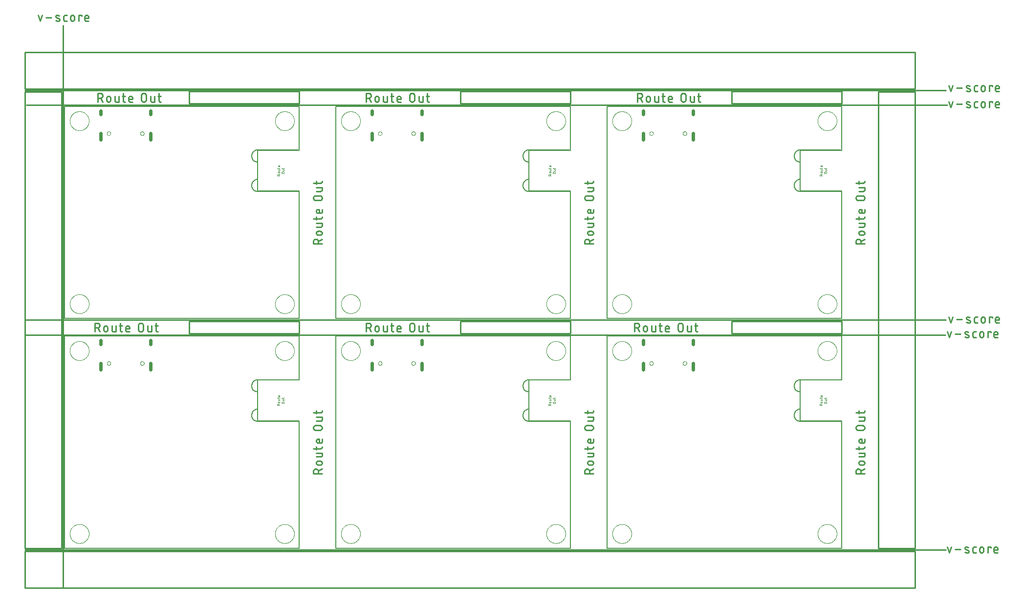
<source format=gko>
G04 EAGLE Gerber RS-274X export*
G75*
%MOMM*%
%FSLAX34Y34*%
%LPD*%
%IN*%
%IPPOS*%
%AMOC8*
5,1,8,0,0,1.08239X$1,22.5*%
G01*
%ADD10C,0.203200*%
%ADD11C,0.279400*%
%ADD12C,0.254000*%
%ADD13C,0.000000*%
%ADD14C,0.600000*%
%ADD15C,0.152400*%
%ADD16C,0.076200*%


D10*
X0Y0D02*
X0Y368046D01*
X406400Y368046D01*
X406400Y0D02*
X0Y0D01*
X406400Y0D02*
X406146Y220980D01*
X334264Y220980D01*
X334264Y291846D01*
X406146Y291846D01*
X406400Y368046D01*
X469900Y368046D02*
X469900Y0D01*
X469900Y368046D02*
X876300Y368046D01*
X876300Y0D02*
X469900Y0D01*
X876300Y0D02*
X876046Y220980D01*
X804164Y220980D01*
X804164Y291846D01*
X876046Y291846D01*
X876300Y368046D01*
D11*
X445643Y129527D02*
X430657Y129527D01*
X430657Y133690D01*
X430659Y133818D01*
X430665Y133946D01*
X430675Y134074D01*
X430689Y134202D01*
X430706Y134329D01*
X430728Y134455D01*
X430753Y134581D01*
X430783Y134705D01*
X430816Y134829D01*
X430853Y134952D01*
X430894Y135074D01*
X430938Y135194D01*
X430986Y135313D01*
X431038Y135430D01*
X431093Y135546D01*
X431152Y135659D01*
X431215Y135772D01*
X431281Y135882D01*
X431350Y135989D01*
X431422Y136095D01*
X431498Y136199D01*
X431577Y136300D01*
X431659Y136399D01*
X431744Y136495D01*
X431831Y136588D01*
X431922Y136679D01*
X432015Y136766D01*
X432111Y136851D01*
X432210Y136933D01*
X432311Y137012D01*
X432415Y137088D01*
X432521Y137160D01*
X432628Y137229D01*
X432739Y137295D01*
X432851Y137358D01*
X432964Y137417D01*
X433080Y137472D01*
X433197Y137524D01*
X433316Y137572D01*
X433436Y137616D01*
X433558Y137657D01*
X433681Y137694D01*
X433805Y137727D01*
X433929Y137757D01*
X434055Y137782D01*
X434181Y137804D01*
X434308Y137821D01*
X434436Y137835D01*
X434564Y137845D01*
X434692Y137851D01*
X434820Y137853D01*
X434948Y137851D01*
X435076Y137845D01*
X435204Y137835D01*
X435332Y137821D01*
X435459Y137804D01*
X435585Y137782D01*
X435711Y137757D01*
X435835Y137727D01*
X435959Y137694D01*
X436082Y137657D01*
X436204Y137616D01*
X436324Y137572D01*
X436443Y137524D01*
X436560Y137472D01*
X436676Y137417D01*
X436789Y137358D01*
X436902Y137295D01*
X437012Y137229D01*
X437119Y137160D01*
X437225Y137088D01*
X437329Y137012D01*
X437430Y136933D01*
X437529Y136851D01*
X437625Y136766D01*
X437718Y136679D01*
X437809Y136588D01*
X437896Y136495D01*
X437981Y136399D01*
X438063Y136300D01*
X438142Y136199D01*
X438218Y136095D01*
X438290Y135989D01*
X438359Y135882D01*
X438425Y135772D01*
X438488Y135659D01*
X438547Y135546D01*
X438602Y135430D01*
X438654Y135313D01*
X438702Y135194D01*
X438746Y135074D01*
X438787Y134952D01*
X438824Y134829D01*
X438857Y134705D01*
X438887Y134581D01*
X438912Y134455D01*
X438934Y134329D01*
X438951Y134202D01*
X438965Y134074D01*
X438975Y133946D01*
X438981Y133818D01*
X438983Y133690D01*
X438983Y129527D01*
X438983Y134522D02*
X445643Y137852D01*
X442313Y144811D02*
X438983Y144811D01*
X438869Y144813D01*
X438756Y144819D01*
X438642Y144828D01*
X438530Y144842D01*
X438417Y144859D01*
X438305Y144881D01*
X438195Y144906D01*
X438085Y144934D01*
X437976Y144967D01*
X437868Y145003D01*
X437761Y145043D01*
X437656Y145087D01*
X437553Y145134D01*
X437451Y145184D01*
X437351Y145238D01*
X437253Y145296D01*
X437157Y145357D01*
X437063Y145420D01*
X436971Y145488D01*
X436881Y145558D01*
X436795Y145631D01*
X436710Y145707D01*
X436628Y145786D01*
X436549Y145868D01*
X436473Y145953D01*
X436400Y146039D01*
X436330Y146129D01*
X436262Y146221D01*
X436199Y146315D01*
X436138Y146411D01*
X436080Y146509D01*
X436026Y146609D01*
X435976Y146711D01*
X435929Y146814D01*
X435885Y146919D01*
X435845Y147026D01*
X435809Y147134D01*
X435776Y147243D01*
X435748Y147353D01*
X435723Y147463D01*
X435701Y147575D01*
X435684Y147688D01*
X435670Y147800D01*
X435661Y147914D01*
X435655Y148027D01*
X435653Y148141D01*
X435655Y148255D01*
X435661Y148368D01*
X435670Y148482D01*
X435684Y148594D01*
X435701Y148707D01*
X435723Y148819D01*
X435748Y148929D01*
X435776Y149039D01*
X435809Y149148D01*
X435845Y149256D01*
X435885Y149363D01*
X435929Y149468D01*
X435976Y149571D01*
X436026Y149673D01*
X436080Y149773D01*
X436138Y149871D01*
X436199Y149967D01*
X436262Y150061D01*
X436330Y150153D01*
X436400Y150243D01*
X436473Y150329D01*
X436549Y150414D01*
X436628Y150496D01*
X436710Y150575D01*
X436795Y150651D01*
X436881Y150724D01*
X436971Y150794D01*
X437063Y150862D01*
X437157Y150925D01*
X437253Y150986D01*
X437351Y151044D01*
X437451Y151098D01*
X437553Y151148D01*
X437656Y151195D01*
X437761Y151239D01*
X437868Y151279D01*
X437976Y151315D01*
X438085Y151348D01*
X438195Y151376D01*
X438305Y151401D01*
X438417Y151423D01*
X438530Y151440D01*
X438642Y151454D01*
X438756Y151463D01*
X438869Y151469D01*
X438983Y151471D01*
X442313Y151471D01*
X442427Y151469D01*
X442540Y151463D01*
X442654Y151454D01*
X442766Y151440D01*
X442879Y151423D01*
X442991Y151401D01*
X443101Y151376D01*
X443211Y151348D01*
X443320Y151315D01*
X443428Y151279D01*
X443535Y151239D01*
X443640Y151195D01*
X443743Y151148D01*
X443845Y151098D01*
X443945Y151044D01*
X444043Y150986D01*
X444139Y150925D01*
X444233Y150862D01*
X444325Y150794D01*
X444415Y150724D01*
X444501Y150651D01*
X444586Y150575D01*
X444668Y150496D01*
X444747Y150414D01*
X444823Y150329D01*
X444896Y150243D01*
X444966Y150153D01*
X445034Y150061D01*
X445097Y149967D01*
X445158Y149871D01*
X445216Y149773D01*
X445270Y149673D01*
X445320Y149571D01*
X445367Y149468D01*
X445411Y149363D01*
X445451Y149256D01*
X445487Y149148D01*
X445520Y149039D01*
X445548Y148929D01*
X445573Y148819D01*
X445595Y148707D01*
X445612Y148594D01*
X445626Y148482D01*
X445635Y148368D01*
X445641Y148255D01*
X445643Y148141D01*
X445641Y148027D01*
X445635Y147914D01*
X445626Y147800D01*
X445612Y147688D01*
X445595Y147575D01*
X445573Y147463D01*
X445548Y147353D01*
X445520Y147243D01*
X445487Y147134D01*
X445451Y147026D01*
X445411Y146919D01*
X445367Y146814D01*
X445320Y146711D01*
X445270Y146609D01*
X445216Y146509D01*
X445158Y146411D01*
X445097Y146315D01*
X445034Y146221D01*
X444966Y146129D01*
X444896Y146039D01*
X444823Y145953D01*
X444747Y145868D01*
X444668Y145786D01*
X444586Y145707D01*
X444501Y145631D01*
X444415Y145558D01*
X444325Y145488D01*
X444233Y145420D01*
X444139Y145357D01*
X444043Y145296D01*
X443945Y145238D01*
X443845Y145184D01*
X443743Y145134D01*
X443640Y145087D01*
X443535Y145043D01*
X443428Y145003D01*
X443320Y144967D01*
X443211Y144934D01*
X443101Y144906D01*
X442991Y144881D01*
X442879Y144859D01*
X442766Y144842D01*
X442654Y144828D01*
X442540Y144819D01*
X442427Y144813D01*
X442313Y144811D01*
X443145Y158879D02*
X435652Y158879D01*
X443145Y158878D02*
X443243Y158880D01*
X443341Y158886D01*
X443439Y158895D01*
X443536Y158909D01*
X443632Y158926D01*
X443728Y158947D01*
X443823Y158972D01*
X443917Y159000D01*
X444010Y159032D01*
X444101Y159068D01*
X444191Y159107D01*
X444279Y159150D01*
X444366Y159197D01*
X444450Y159246D01*
X444533Y159299D01*
X444613Y159355D01*
X444692Y159414D01*
X444767Y159477D01*
X444841Y159542D01*
X444911Y159610D01*
X444979Y159680D01*
X445045Y159754D01*
X445107Y159830D01*
X445166Y159908D01*
X445222Y159988D01*
X445275Y160071D01*
X445325Y160155D01*
X445371Y160242D01*
X445414Y160330D01*
X445453Y160420D01*
X445489Y160511D01*
X445521Y160604D01*
X445549Y160698D01*
X445574Y160793D01*
X445595Y160889D01*
X445612Y160985D01*
X445626Y161082D01*
X445635Y161180D01*
X445641Y161278D01*
X445643Y161376D01*
X445643Y165539D01*
X435652Y165539D01*
X435652Y171520D02*
X435652Y176515D01*
X430657Y173185D02*
X443145Y173185D01*
X443243Y173187D01*
X443341Y173193D01*
X443439Y173202D01*
X443536Y173216D01*
X443632Y173233D01*
X443728Y173254D01*
X443823Y173279D01*
X443917Y173307D01*
X444010Y173339D01*
X444101Y173375D01*
X444191Y173414D01*
X444279Y173457D01*
X444366Y173504D01*
X444450Y173553D01*
X444533Y173606D01*
X444613Y173662D01*
X444692Y173721D01*
X444767Y173784D01*
X444841Y173849D01*
X444911Y173917D01*
X444979Y173987D01*
X445045Y174061D01*
X445107Y174137D01*
X445166Y174215D01*
X445222Y174295D01*
X445275Y174378D01*
X445325Y174462D01*
X445371Y174549D01*
X445414Y174637D01*
X445453Y174727D01*
X445489Y174818D01*
X445521Y174911D01*
X445549Y175005D01*
X445574Y175100D01*
X445595Y175196D01*
X445612Y175292D01*
X445626Y175389D01*
X445635Y175487D01*
X445641Y175585D01*
X445643Y175683D01*
X445643Y176515D01*
X445643Y185344D02*
X445643Y189507D01*
X445643Y185344D02*
X445641Y185246D01*
X445635Y185148D01*
X445626Y185050D01*
X445612Y184953D01*
X445595Y184857D01*
X445574Y184761D01*
X445549Y184666D01*
X445521Y184572D01*
X445489Y184479D01*
X445453Y184388D01*
X445414Y184298D01*
X445371Y184210D01*
X445324Y184123D01*
X445275Y184039D01*
X445222Y183956D01*
X445166Y183876D01*
X445107Y183798D01*
X445045Y183722D01*
X444979Y183648D01*
X444911Y183578D01*
X444841Y183510D01*
X444767Y183445D01*
X444692Y183382D01*
X444613Y183323D01*
X444533Y183267D01*
X444450Y183214D01*
X444366Y183165D01*
X444279Y183118D01*
X444191Y183075D01*
X444101Y183036D01*
X444010Y183000D01*
X443917Y182968D01*
X443823Y182940D01*
X443728Y182915D01*
X443632Y182894D01*
X443536Y182877D01*
X443439Y182863D01*
X443341Y182854D01*
X443243Y182848D01*
X443145Y182846D01*
X443145Y182847D02*
X438983Y182847D01*
X438869Y182849D01*
X438756Y182855D01*
X438642Y182864D01*
X438530Y182878D01*
X438417Y182895D01*
X438305Y182917D01*
X438195Y182942D01*
X438085Y182970D01*
X437976Y183003D01*
X437868Y183039D01*
X437761Y183079D01*
X437656Y183123D01*
X437553Y183170D01*
X437451Y183220D01*
X437351Y183274D01*
X437253Y183332D01*
X437157Y183393D01*
X437063Y183456D01*
X436971Y183524D01*
X436881Y183594D01*
X436795Y183667D01*
X436710Y183743D01*
X436628Y183822D01*
X436549Y183904D01*
X436473Y183989D01*
X436400Y184075D01*
X436330Y184165D01*
X436262Y184257D01*
X436199Y184351D01*
X436138Y184447D01*
X436080Y184545D01*
X436026Y184645D01*
X435976Y184747D01*
X435929Y184850D01*
X435885Y184955D01*
X435845Y185062D01*
X435809Y185170D01*
X435776Y185279D01*
X435748Y185389D01*
X435723Y185499D01*
X435701Y185611D01*
X435684Y185724D01*
X435670Y185836D01*
X435661Y185950D01*
X435655Y186063D01*
X435653Y186177D01*
X435655Y186291D01*
X435661Y186404D01*
X435670Y186518D01*
X435684Y186630D01*
X435701Y186743D01*
X435723Y186855D01*
X435748Y186965D01*
X435776Y187075D01*
X435809Y187184D01*
X435845Y187292D01*
X435885Y187399D01*
X435929Y187504D01*
X435976Y187607D01*
X436026Y187709D01*
X436080Y187809D01*
X436138Y187907D01*
X436199Y188003D01*
X436262Y188097D01*
X436330Y188189D01*
X436400Y188279D01*
X436473Y188365D01*
X436549Y188450D01*
X436628Y188532D01*
X436710Y188611D01*
X436795Y188687D01*
X436881Y188760D01*
X436971Y188830D01*
X437063Y188898D01*
X437157Y188961D01*
X437253Y189022D01*
X437351Y189080D01*
X437451Y189134D01*
X437553Y189184D01*
X437656Y189231D01*
X437761Y189275D01*
X437868Y189315D01*
X437976Y189351D01*
X438085Y189384D01*
X438195Y189412D01*
X438305Y189437D01*
X438417Y189459D01*
X438530Y189476D01*
X438642Y189490D01*
X438756Y189499D01*
X438869Y189505D01*
X438983Y189507D01*
X440648Y189507D01*
X440648Y182847D01*
X441480Y204940D02*
X434820Y204940D01*
X434692Y204942D01*
X434564Y204948D01*
X434436Y204958D01*
X434308Y204972D01*
X434181Y204989D01*
X434055Y205011D01*
X433929Y205036D01*
X433805Y205066D01*
X433681Y205099D01*
X433558Y205136D01*
X433436Y205177D01*
X433316Y205221D01*
X433197Y205269D01*
X433080Y205321D01*
X432964Y205376D01*
X432851Y205435D01*
X432739Y205498D01*
X432628Y205564D01*
X432521Y205633D01*
X432415Y205705D01*
X432311Y205781D01*
X432210Y205860D01*
X432111Y205942D01*
X432015Y206027D01*
X431922Y206114D01*
X431831Y206205D01*
X431744Y206298D01*
X431659Y206394D01*
X431577Y206493D01*
X431498Y206594D01*
X431422Y206698D01*
X431350Y206804D01*
X431281Y206911D01*
X431215Y207022D01*
X431152Y207134D01*
X431093Y207247D01*
X431038Y207363D01*
X430986Y207480D01*
X430938Y207599D01*
X430894Y207719D01*
X430853Y207841D01*
X430816Y207964D01*
X430783Y208088D01*
X430753Y208212D01*
X430728Y208338D01*
X430706Y208464D01*
X430689Y208591D01*
X430675Y208719D01*
X430665Y208847D01*
X430659Y208975D01*
X430657Y209103D01*
X430659Y209231D01*
X430665Y209359D01*
X430675Y209487D01*
X430689Y209615D01*
X430706Y209742D01*
X430728Y209868D01*
X430753Y209994D01*
X430783Y210118D01*
X430816Y210242D01*
X430853Y210365D01*
X430894Y210487D01*
X430938Y210607D01*
X430986Y210726D01*
X431038Y210843D01*
X431093Y210959D01*
X431152Y211072D01*
X431215Y211185D01*
X431281Y211295D01*
X431350Y211402D01*
X431422Y211508D01*
X431498Y211612D01*
X431577Y211713D01*
X431659Y211812D01*
X431744Y211908D01*
X431831Y212001D01*
X431922Y212092D01*
X432015Y212179D01*
X432111Y212264D01*
X432210Y212346D01*
X432311Y212425D01*
X432415Y212501D01*
X432521Y212573D01*
X432628Y212642D01*
X432739Y212708D01*
X432851Y212771D01*
X432964Y212830D01*
X433080Y212885D01*
X433197Y212937D01*
X433316Y212985D01*
X433436Y213029D01*
X433558Y213070D01*
X433681Y213107D01*
X433805Y213140D01*
X433929Y213170D01*
X434055Y213195D01*
X434181Y213217D01*
X434308Y213234D01*
X434436Y213248D01*
X434564Y213258D01*
X434692Y213264D01*
X434820Y213266D01*
X434820Y213265D02*
X441480Y213265D01*
X441480Y213266D02*
X441608Y213264D01*
X441736Y213258D01*
X441864Y213248D01*
X441992Y213234D01*
X442119Y213217D01*
X442245Y213195D01*
X442371Y213170D01*
X442495Y213140D01*
X442619Y213107D01*
X442742Y213070D01*
X442864Y213029D01*
X442984Y212985D01*
X443103Y212937D01*
X443220Y212885D01*
X443336Y212830D01*
X443449Y212771D01*
X443562Y212708D01*
X443672Y212642D01*
X443779Y212573D01*
X443885Y212501D01*
X443989Y212425D01*
X444090Y212346D01*
X444189Y212264D01*
X444285Y212179D01*
X444378Y212092D01*
X444469Y212001D01*
X444556Y211908D01*
X444641Y211812D01*
X444723Y211713D01*
X444802Y211612D01*
X444878Y211508D01*
X444950Y211402D01*
X445019Y211295D01*
X445085Y211184D01*
X445148Y211072D01*
X445207Y210959D01*
X445262Y210843D01*
X445314Y210726D01*
X445362Y210607D01*
X445406Y210487D01*
X445447Y210365D01*
X445484Y210242D01*
X445517Y210118D01*
X445547Y209994D01*
X445572Y209868D01*
X445594Y209742D01*
X445611Y209615D01*
X445625Y209487D01*
X445635Y209359D01*
X445641Y209231D01*
X445643Y209103D01*
X445641Y208975D01*
X445635Y208847D01*
X445625Y208719D01*
X445611Y208591D01*
X445594Y208464D01*
X445572Y208338D01*
X445547Y208212D01*
X445517Y208088D01*
X445484Y207964D01*
X445447Y207841D01*
X445406Y207719D01*
X445362Y207599D01*
X445314Y207480D01*
X445262Y207363D01*
X445207Y207247D01*
X445148Y207134D01*
X445085Y207022D01*
X445019Y206911D01*
X444950Y206804D01*
X444878Y206698D01*
X444802Y206594D01*
X444723Y206493D01*
X444641Y206394D01*
X444556Y206298D01*
X444469Y206205D01*
X444378Y206114D01*
X444285Y206027D01*
X444189Y205942D01*
X444090Y205860D01*
X443989Y205781D01*
X443885Y205705D01*
X443779Y205633D01*
X443672Y205564D01*
X443562Y205498D01*
X443449Y205435D01*
X443336Y205376D01*
X443220Y205321D01*
X443103Y205269D01*
X442984Y205221D01*
X442864Y205177D01*
X442742Y205136D01*
X442619Y205099D01*
X442495Y205066D01*
X442371Y205036D01*
X442245Y205011D01*
X442119Y204989D01*
X441992Y204972D01*
X441864Y204958D01*
X441736Y204948D01*
X441608Y204942D01*
X441480Y204940D01*
X443145Y220882D02*
X435652Y220882D01*
X443145Y220882D02*
X443243Y220884D01*
X443341Y220890D01*
X443439Y220899D01*
X443536Y220913D01*
X443632Y220930D01*
X443728Y220951D01*
X443823Y220976D01*
X443917Y221004D01*
X444010Y221036D01*
X444101Y221072D01*
X444191Y221111D01*
X444279Y221154D01*
X444366Y221201D01*
X444450Y221250D01*
X444533Y221303D01*
X444613Y221359D01*
X444692Y221418D01*
X444767Y221481D01*
X444841Y221546D01*
X444911Y221614D01*
X444979Y221684D01*
X445045Y221758D01*
X445107Y221834D01*
X445166Y221912D01*
X445222Y221992D01*
X445275Y222075D01*
X445325Y222159D01*
X445371Y222246D01*
X445414Y222334D01*
X445453Y222424D01*
X445489Y222515D01*
X445521Y222608D01*
X445549Y222702D01*
X445574Y222797D01*
X445595Y222893D01*
X445612Y222989D01*
X445626Y223086D01*
X445635Y223184D01*
X445641Y223282D01*
X445643Y223380D01*
X445643Y227543D01*
X435652Y227543D01*
X435652Y233524D02*
X435652Y238519D01*
X430657Y235189D02*
X443145Y235189D01*
X443145Y235188D02*
X443243Y235190D01*
X443341Y235196D01*
X443439Y235205D01*
X443536Y235219D01*
X443632Y235236D01*
X443728Y235257D01*
X443823Y235282D01*
X443917Y235310D01*
X444010Y235342D01*
X444101Y235378D01*
X444191Y235417D01*
X444279Y235460D01*
X444366Y235507D01*
X444450Y235556D01*
X444533Y235609D01*
X444613Y235665D01*
X444692Y235724D01*
X444767Y235787D01*
X444841Y235852D01*
X444911Y235920D01*
X444979Y235990D01*
X445045Y236064D01*
X445107Y236140D01*
X445166Y236218D01*
X445222Y236298D01*
X445275Y236381D01*
X445325Y236465D01*
X445371Y236552D01*
X445414Y236640D01*
X445453Y236730D01*
X445489Y236821D01*
X445521Y236914D01*
X445549Y237008D01*
X445574Y237103D01*
X445595Y237199D01*
X445612Y237295D01*
X445626Y237392D01*
X445635Y237490D01*
X445641Y237588D01*
X445643Y237686D01*
X445643Y237687D02*
X445643Y238519D01*
D10*
X939800Y368046D02*
X939800Y0D01*
X939800Y368046D02*
X1346200Y368046D01*
X1346200Y0D02*
X939800Y0D01*
X1346200Y0D02*
X1345946Y220980D01*
X1274064Y220980D01*
X1274064Y291846D01*
X1345946Y291846D01*
X1346200Y368046D01*
D11*
X915543Y129527D02*
X900557Y129527D01*
X900557Y133690D01*
X900559Y133818D01*
X900565Y133946D01*
X900575Y134074D01*
X900589Y134202D01*
X900606Y134329D01*
X900628Y134455D01*
X900653Y134581D01*
X900683Y134705D01*
X900716Y134829D01*
X900753Y134952D01*
X900794Y135074D01*
X900838Y135194D01*
X900886Y135313D01*
X900938Y135430D01*
X900993Y135546D01*
X901052Y135659D01*
X901115Y135772D01*
X901181Y135882D01*
X901250Y135989D01*
X901322Y136095D01*
X901398Y136199D01*
X901477Y136300D01*
X901559Y136399D01*
X901644Y136495D01*
X901731Y136588D01*
X901822Y136679D01*
X901915Y136766D01*
X902011Y136851D01*
X902110Y136933D01*
X902211Y137012D01*
X902315Y137088D01*
X902421Y137160D01*
X902528Y137229D01*
X902639Y137295D01*
X902751Y137358D01*
X902864Y137417D01*
X902980Y137472D01*
X903097Y137524D01*
X903216Y137572D01*
X903336Y137616D01*
X903458Y137657D01*
X903581Y137694D01*
X903705Y137727D01*
X903829Y137757D01*
X903955Y137782D01*
X904081Y137804D01*
X904208Y137821D01*
X904336Y137835D01*
X904464Y137845D01*
X904592Y137851D01*
X904720Y137853D01*
X904848Y137851D01*
X904976Y137845D01*
X905104Y137835D01*
X905232Y137821D01*
X905359Y137804D01*
X905485Y137782D01*
X905611Y137757D01*
X905735Y137727D01*
X905859Y137694D01*
X905982Y137657D01*
X906104Y137616D01*
X906224Y137572D01*
X906343Y137524D01*
X906460Y137472D01*
X906576Y137417D01*
X906689Y137358D01*
X906802Y137295D01*
X906912Y137229D01*
X907019Y137160D01*
X907125Y137088D01*
X907229Y137012D01*
X907330Y136933D01*
X907429Y136851D01*
X907525Y136766D01*
X907618Y136679D01*
X907709Y136588D01*
X907796Y136495D01*
X907881Y136399D01*
X907963Y136300D01*
X908042Y136199D01*
X908118Y136095D01*
X908190Y135989D01*
X908259Y135882D01*
X908325Y135772D01*
X908388Y135659D01*
X908447Y135546D01*
X908502Y135430D01*
X908554Y135313D01*
X908602Y135194D01*
X908646Y135074D01*
X908687Y134952D01*
X908724Y134829D01*
X908757Y134705D01*
X908787Y134581D01*
X908812Y134455D01*
X908834Y134329D01*
X908851Y134202D01*
X908865Y134074D01*
X908875Y133946D01*
X908881Y133818D01*
X908883Y133690D01*
X908883Y129527D01*
X908883Y134522D02*
X915543Y137852D01*
X912213Y144811D02*
X908883Y144811D01*
X908769Y144813D01*
X908656Y144819D01*
X908542Y144828D01*
X908430Y144842D01*
X908317Y144859D01*
X908205Y144881D01*
X908095Y144906D01*
X907985Y144934D01*
X907876Y144967D01*
X907768Y145003D01*
X907661Y145043D01*
X907556Y145087D01*
X907453Y145134D01*
X907351Y145184D01*
X907251Y145238D01*
X907153Y145296D01*
X907057Y145357D01*
X906963Y145420D01*
X906871Y145488D01*
X906781Y145558D01*
X906695Y145631D01*
X906610Y145707D01*
X906528Y145786D01*
X906449Y145868D01*
X906373Y145953D01*
X906300Y146039D01*
X906230Y146129D01*
X906162Y146221D01*
X906099Y146315D01*
X906038Y146411D01*
X905980Y146509D01*
X905926Y146609D01*
X905876Y146711D01*
X905829Y146814D01*
X905785Y146919D01*
X905745Y147026D01*
X905709Y147134D01*
X905676Y147243D01*
X905648Y147353D01*
X905623Y147463D01*
X905601Y147575D01*
X905584Y147688D01*
X905570Y147800D01*
X905561Y147914D01*
X905555Y148027D01*
X905553Y148141D01*
X905555Y148255D01*
X905561Y148368D01*
X905570Y148482D01*
X905584Y148594D01*
X905601Y148707D01*
X905623Y148819D01*
X905648Y148929D01*
X905676Y149039D01*
X905709Y149148D01*
X905745Y149256D01*
X905785Y149363D01*
X905829Y149468D01*
X905876Y149571D01*
X905926Y149673D01*
X905980Y149773D01*
X906038Y149871D01*
X906099Y149967D01*
X906162Y150061D01*
X906230Y150153D01*
X906300Y150243D01*
X906373Y150329D01*
X906449Y150414D01*
X906528Y150496D01*
X906610Y150575D01*
X906695Y150651D01*
X906781Y150724D01*
X906871Y150794D01*
X906963Y150862D01*
X907057Y150925D01*
X907153Y150986D01*
X907251Y151044D01*
X907351Y151098D01*
X907453Y151148D01*
X907556Y151195D01*
X907661Y151239D01*
X907768Y151279D01*
X907876Y151315D01*
X907985Y151348D01*
X908095Y151376D01*
X908205Y151401D01*
X908317Y151423D01*
X908430Y151440D01*
X908542Y151454D01*
X908656Y151463D01*
X908769Y151469D01*
X908883Y151471D01*
X912213Y151471D01*
X912327Y151469D01*
X912440Y151463D01*
X912554Y151454D01*
X912666Y151440D01*
X912779Y151423D01*
X912891Y151401D01*
X913001Y151376D01*
X913111Y151348D01*
X913220Y151315D01*
X913328Y151279D01*
X913435Y151239D01*
X913540Y151195D01*
X913643Y151148D01*
X913745Y151098D01*
X913845Y151044D01*
X913943Y150986D01*
X914039Y150925D01*
X914133Y150862D01*
X914225Y150794D01*
X914315Y150724D01*
X914401Y150651D01*
X914486Y150575D01*
X914568Y150496D01*
X914647Y150414D01*
X914723Y150329D01*
X914796Y150243D01*
X914866Y150153D01*
X914934Y150061D01*
X914997Y149967D01*
X915058Y149871D01*
X915116Y149773D01*
X915170Y149673D01*
X915220Y149571D01*
X915267Y149468D01*
X915311Y149363D01*
X915351Y149256D01*
X915387Y149148D01*
X915420Y149039D01*
X915448Y148929D01*
X915473Y148819D01*
X915495Y148707D01*
X915512Y148594D01*
X915526Y148482D01*
X915535Y148368D01*
X915541Y148255D01*
X915543Y148141D01*
X915541Y148027D01*
X915535Y147914D01*
X915526Y147800D01*
X915512Y147688D01*
X915495Y147575D01*
X915473Y147463D01*
X915448Y147353D01*
X915420Y147243D01*
X915387Y147134D01*
X915351Y147026D01*
X915311Y146919D01*
X915267Y146814D01*
X915220Y146711D01*
X915170Y146609D01*
X915116Y146509D01*
X915058Y146411D01*
X914997Y146315D01*
X914934Y146221D01*
X914866Y146129D01*
X914796Y146039D01*
X914723Y145953D01*
X914647Y145868D01*
X914568Y145786D01*
X914486Y145707D01*
X914401Y145631D01*
X914315Y145558D01*
X914225Y145488D01*
X914133Y145420D01*
X914039Y145357D01*
X913943Y145296D01*
X913845Y145238D01*
X913745Y145184D01*
X913643Y145134D01*
X913540Y145087D01*
X913435Y145043D01*
X913328Y145003D01*
X913220Y144967D01*
X913111Y144934D01*
X913001Y144906D01*
X912891Y144881D01*
X912779Y144859D01*
X912666Y144842D01*
X912554Y144828D01*
X912440Y144819D01*
X912327Y144813D01*
X912213Y144811D01*
X913045Y158879D02*
X905552Y158879D01*
X913045Y158878D02*
X913143Y158880D01*
X913241Y158886D01*
X913339Y158895D01*
X913436Y158909D01*
X913532Y158926D01*
X913628Y158947D01*
X913723Y158972D01*
X913817Y159000D01*
X913910Y159032D01*
X914001Y159068D01*
X914091Y159107D01*
X914179Y159150D01*
X914266Y159197D01*
X914350Y159246D01*
X914433Y159299D01*
X914513Y159355D01*
X914592Y159414D01*
X914667Y159477D01*
X914741Y159542D01*
X914811Y159610D01*
X914879Y159680D01*
X914945Y159754D01*
X915007Y159830D01*
X915066Y159908D01*
X915122Y159988D01*
X915175Y160071D01*
X915225Y160155D01*
X915271Y160242D01*
X915314Y160330D01*
X915353Y160420D01*
X915389Y160511D01*
X915421Y160604D01*
X915449Y160698D01*
X915474Y160793D01*
X915495Y160889D01*
X915512Y160985D01*
X915526Y161082D01*
X915535Y161180D01*
X915541Y161278D01*
X915543Y161376D01*
X915543Y165539D01*
X905552Y165539D01*
X905552Y171520D02*
X905552Y176515D01*
X900557Y173185D02*
X913045Y173185D01*
X913143Y173187D01*
X913241Y173193D01*
X913339Y173202D01*
X913436Y173216D01*
X913532Y173233D01*
X913628Y173254D01*
X913723Y173279D01*
X913817Y173307D01*
X913910Y173339D01*
X914001Y173375D01*
X914091Y173414D01*
X914179Y173457D01*
X914266Y173504D01*
X914350Y173553D01*
X914433Y173606D01*
X914513Y173662D01*
X914592Y173721D01*
X914667Y173784D01*
X914741Y173849D01*
X914811Y173917D01*
X914879Y173987D01*
X914945Y174061D01*
X915007Y174137D01*
X915066Y174215D01*
X915122Y174295D01*
X915175Y174378D01*
X915225Y174462D01*
X915271Y174549D01*
X915314Y174637D01*
X915353Y174727D01*
X915389Y174818D01*
X915421Y174911D01*
X915449Y175005D01*
X915474Y175100D01*
X915495Y175196D01*
X915512Y175292D01*
X915526Y175389D01*
X915535Y175487D01*
X915541Y175585D01*
X915543Y175683D01*
X915543Y176515D01*
X915543Y185344D02*
X915543Y189507D01*
X915543Y185344D02*
X915541Y185246D01*
X915535Y185148D01*
X915526Y185050D01*
X915512Y184953D01*
X915495Y184857D01*
X915474Y184761D01*
X915449Y184666D01*
X915421Y184572D01*
X915389Y184479D01*
X915353Y184388D01*
X915314Y184298D01*
X915271Y184210D01*
X915224Y184123D01*
X915175Y184039D01*
X915122Y183956D01*
X915066Y183876D01*
X915007Y183798D01*
X914945Y183722D01*
X914879Y183648D01*
X914811Y183578D01*
X914741Y183510D01*
X914667Y183445D01*
X914592Y183382D01*
X914513Y183323D01*
X914433Y183267D01*
X914350Y183214D01*
X914266Y183165D01*
X914179Y183118D01*
X914091Y183075D01*
X914001Y183036D01*
X913910Y183000D01*
X913817Y182968D01*
X913723Y182940D01*
X913628Y182915D01*
X913532Y182894D01*
X913436Y182877D01*
X913339Y182863D01*
X913241Y182854D01*
X913143Y182848D01*
X913045Y182846D01*
X913045Y182847D02*
X908883Y182847D01*
X908769Y182849D01*
X908656Y182855D01*
X908542Y182864D01*
X908430Y182878D01*
X908317Y182895D01*
X908205Y182917D01*
X908095Y182942D01*
X907985Y182970D01*
X907876Y183003D01*
X907768Y183039D01*
X907661Y183079D01*
X907556Y183123D01*
X907453Y183170D01*
X907351Y183220D01*
X907251Y183274D01*
X907153Y183332D01*
X907057Y183393D01*
X906963Y183456D01*
X906871Y183524D01*
X906781Y183594D01*
X906695Y183667D01*
X906610Y183743D01*
X906528Y183822D01*
X906449Y183904D01*
X906373Y183989D01*
X906300Y184075D01*
X906230Y184165D01*
X906162Y184257D01*
X906099Y184351D01*
X906038Y184447D01*
X905980Y184545D01*
X905926Y184645D01*
X905876Y184747D01*
X905829Y184850D01*
X905785Y184955D01*
X905745Y185062D01*
X905709Y185170D01*
X905676Y185279D01*
X905648Y185389D01*
X905623Y185499D01*
X905601Y185611D01*
X905584Y185724D01*
X905570Y185836D01*
X905561Y185950D01*
X905555Y186063D01*
X905553Y186177D01*
X905555Y186291D01*
X905561Y186404D01*
X905570Y186518D01*
X905584Y186630D01*
X905601Y186743D01*
X905623Y186855D01*
X905648Y186965D01*
X905676Y187075D01*
X905709Y187184D01*
X905745Y187292D01*
X905785Y187399D01*
X905829Y187504D01*
X905876Y187607D01*
X905926Y187709D01*
X905980Y187809D01*
X906038Y187907D01*
X906099Y188003D01*
X906162Y188097D01*
X906230Y188189D01*
X906300Y188279D01*
X906373Y188365D01*
X906449Y188450D01*
X906528Y188532D01*
X906610Y188611D01*
X906695Y188687D01*
X906781Y188760D01*
X906871Y188830D01*
X906963Y188898D01*
X907057Y188961D01*
X907153Y189022D01*
X907251Y189080D01*
X907351Y189134D01*
X907453Y189184D01*
X907556Y189231D01*
X907661Y189275D01*
X907768Y189315D01*
X907876Y189351D01*
X907985Y189384D01*
X908095Y189412D01*
X908205Y189437D01*
X908317Y189459D01*
X908430Y189476D01*
X908542Y189490D01*
X908656Y189499D01*
X908769Y189505D01*
X908883Y189507D01*
X910548Y189507D01*
X910548Y182847D01*
X911380Y204940D02*
X904720Y204940D01*
X904592Y204942D01*
X904464Y204948D01*
X904336Y204958D01*
X904208Y204972D01*
X904081Y204989D01*
X903955Y205011D01*
X903829Y205036D01*
X903705Y205066D01*
X903581Y205099D01*
X903458Y205136D01*
X903336Y205177D01*
X903216Y205221D01*
X903097Y205269D01*
X902980Y205321D01*
X902864Y205376D01*
X902751Y205435D01*
X902639Y205498D01*
X902528Y205564D01*
X902421Y205633D01*
X902315Y205705D01*
X902211Y205781D01*
X902110Y205860D01*
X902011Y205942D01*
X901915Y206027D01*
X901822Y206114D01*
X901731Y206205D01*
X901644Y206298D01*
X901559Y206394D01*
X901477Y206493D01*
X901398Y206594D01*
X901322Y206698D01*
X901250Y206804D01*
X901181Y206911D01*
X901115Y207022D01*
X901052Y207134D01*
X900993Y207247D01*
X900938Y207363D01*
X900886Y207480D01*
X900838Y207599D01*
X900794Y207719D01*
X900753Y207841D01*
X900716Y207964D01*
X900683Y208088D01*
X900653Y208212D01*
X900628Y208338D01*
X900606Y208464D01*
X900589Y208591D01*
X900575Y208719D01*
X900565Y208847D01*
X900559Y208975D01*
X900557Y209103D01*
X900559Y209231D01*
X900565Y209359D01*
X900575Y209487D01*
X900589Y209615D01*
X900606Y209742D01*
X900628Y209868D01*
X900653Y209994D01*
X900683Y210118D01*
X900716Y210242D01*
X900753Y210365D01*
X900794Y210487D01*
X900838Y210607D01*
X900886Y210726D01*
X900938Y210843D01*
X900993Y210959D01*
X901052Y211072D01*
X901115Y211185D01*
X901181Y211295D01*
X901250Y211402D01*
X901322Y211508D01*
X901398Y211612D01*
X901477Y211713D01*
X901559Y211812D01*
X901644Y211908D01*
X901731Y212001D01*
X901822Y212092D01*
X901915Y212179D01*
X902011Y212264D01*
X902110Y212346D01*
X902211Y212425D01*
X902315Y212501D01*
X902421Y212573D01*
X902528Y212642D01*
X902639Y212708D01*
X902751Y212771D01*
X902864Y212830D01*
X902980Y212885D01*
X903097Y212937D01*
X903216Y212985D01*
X903336Y213029D01*
X903458Y213070D01*
X903581Y213107D01*
X903705Y213140D01*
X903829Y213170D01*
X903955Y213195D01*
X904081Y213217D01*
X904208Y213234D01*
X904336Y213248D01*
X904464Y213258D01*
X904592Y213264D01*
X904720Y213266D01*
X904720Y213265D02*
X911380Y213265D01*
X911380Y213266D02*
X911508Y213264D01*
X911636Y213258D01*
X911764Y213248D01*
X911892Y213234D01*
X912019Y213217D01*
X912145Y213195D01*
X912271Y213170D01*
X912395Y213140D01*
X912519Y213107D01*
X912642Y213070D01*
X912764Y213029D01*
X912884Y212985D01*
X913003Y212937D01*
X913120Y212885D01*
X913236Y212830D01*
X913349Y212771D01*
X913462Y212708D01*
X913572Y212642D01*
X913679Y212573D01*
X913785Y212501D01*
X913889Y212425D01*
X913990Y212346D01*
X914089Y212264D01*
X914185Y212179D01*
X914278Y212092D01*
X914369Y212001D01*
X914456Y211908D01*
X914541Y211812D01*
X914623Y211713D01*
X914702Y211612D01*
X914778Y211508D01*
X914850Y211402D01*
X914919Y211295D01*
X914985Y211184D01*
X915048Y211072D01*
X915107Y210959D01*
X915162Y210843D01*
X915214Y210726D01*
X915262Y210607D01*
X915306Y210487D01*
X915347Y210365D01*
X915384Y210242D01*
X915417Y210118D01*
X915447Y209994D01*
X915472Y209868D01*
X915494Y209742D01*
X915511Y209615D01*
X915525Y209487D01*
X915535Y209359D01*
X915541Y209231D01*
X915543Y209103D01*
X915541Y208975D01*
X915535Y208847D01*
X915525Y208719D01*
X915511Y208591D01*
X915494Y208464D01*
X915472Y208338D01*
X915447Y208212D01*
X915417Y208088D01*
X915384Y207964D01*
X915347Y207841D01*
X915306Y207719D01*
X915262Y207599D01*
X915214Y207480D01*
X915162Y207363D01*
X915107Y207247D01*
X915048Y207134D01*
X914985Y207022D01*
X914919Y206911D01*
X914850Y206804D01*
X914778Y206698D01*
X914702Y206594D01*
X914623Y206493D01*
X914541Y206394D01*
X914456Y206298D01*
X914369Y206205D01*
X914278Y206114D01*
X914185Y206027D01*
X914089Y205942D01*
X913990Y205860D01*
X913889Y205781D01*
X913785Y205705D01*
X913679Y205633D01*
X913572Y205564D01*
X913462Y205498D01*
X913349Y205435D01*
X913236Y205376D01*
X913120Y205321D01*
X913003Y205269D01*
X912884Y205221D01*
X912764Y205177D01*
X912642Y205136D01*
X912519Y205099D01*
X912395Y205066D01*
X912271Y205036D01*
X912145Y205011D01*
X912019Y204989D01*
X911892Y204972D01*
X911764Y204958D01*
X911636Y204948D01*
X911508Y204942D01*
X911380Y204940D01*
X913045Y220882D02*
X905552Y220882D01*
X913045Y220882D02*
X913143Y220884D01*
X913241Y220890D01*
X913339Y220899D01*
X913436Y220913D01*
X913532Y220930D01*
X913628Y220951D01*
X913723Y220976D01*
X913817Y221004D01*
X913910Y221036D01*
X914001Y221072D01*
X914091Y221111D01*
X914179Y221154D01*
X914266Y221201D01*
X914350Y221250D01*
X914433Y221303D01*
X914513Y221359D01*
X914592Y221418D01*
X914667Y221481D01*
X914741Y221546D01*
X914811Y221614D01*
X914879Y221684D01*
X914945Y221758D01*
X915007Y221834D01*
X915066Y221912D01*
X915122Y221992D01*
X915175Y222075D01*
X915225Y222159D01*
X915271Y222246D01*
X915314Y222334D01*
X915353Y222424D01*
X915389Y222515D01*
X915421Y222608D01*
X915449Y222702D01*
X915474Y222797D01*
X915495Y222893D01*
X915512Y222989D01*
X915526Y223086D01*
X915535Y223184D01*
X915541Y223282D01*
X915543Y223380D01*
X915543Y227543D01*
X905552Y227543D01*
X905552Y233524D02*
X905552Y238519D01*
X900557Y235189D02*
X913045Y235189D01*
X913045Y235188D02*
X913143Y235190D01*
X913241Y235196D01*
X913339Y235205D01*
X913436Y235219D01*
X913532Y235236D01*
X913628Y235257D01*
X913723Y235282D01*
X913817Y235310D01*
X913910Y235342D01*
X914001Y235378D01*
X914091Y235417D01*
X914179Y235460D01*
X914266Y235507D01*
X914350Y235556D01*
X914433Y235609D01*
X914513Y235665D01*
X914592Y235724D01*
X914667Y235787D01*
X914741Y235852D01*
X914811Y235920D01*
X914879Y235990D01*
X914945Y236064D01*
X915007Y236140D01*
X915066Y236218D01*
X915122Y236298D01*
X915175Y236381D01*
X915225Y236465D01*
X915271Y236552D01*
X915314Y236640D01*
X915353Y236730D01*
X915389Y236821D01*
X915421Y236914D01*
X915449Y237008D01*
X915474Y237103D01*
X915495Y237199D01*
X915512Y237295D01*
X915526Y237392D01*
X915535Y237490D01*
X915541Y237588D01*
X915543Y237686D01*
X915543Y237687D02*
X915543Y238519D01*
X1370457Y129527D02*
X1385443Y129527D01*
X1370457Y129527D02*
X1370457Y133690D01*
X1370459Y133818D01*
X1370465Y133946D01*
X1370475Y134074D01*
X1370489Y134202D01*
X1370506Y134329D01*
X1370528Y134455D01*
X1370553Y134581D01*
X1370583Y134705D01*
X1370616Y134829D01*
X1370653Y134952D01*
X1370694Y135074D01*
X1370738Y135194D01*
X1370786Y135313D01*
X1370838Y135430D01*
X1370893Y135546D01*
X1370952Y135659D01*
X1371015Y135772D01*
X1371081Y135882D01*
X1371150Y135989D01*
X1371222Y136095D01*
X1371298Y136199D01*
X1371377Y136300D01*
X1371459Y136399D01*
X1371544Y136495D01*
X1371631Y136588D01*
X1371722Y136679D01*
X1371815Y136766D01*
X1371911Y136851D01*
X1372010Y136933D01*
X1372111Y137012D01*
X1372215Y137088D01*
X1372321Y137160D01*
X1372428Y137229D01*
X1372539Y137295D01*
X1372651Y137358D01*
X1372764Y137417D01*
X1372880Y137472D01*
X1372997Y137524D01*
X1373116Y137572D01*
X1373236Y137616D01*
X1373358Y137657D01*
X1373481Y137694D01*
X1373605Y137727D01*
X1373729Y137757D01*
X1373855Y137782D01*
X1373981Y137804D01*
X1374108Y137821D01*
X1374236Y137835D01*
X1374364Y137845D01*
X1374492Y137851D01*
X1374620Y137853D01*
X1374748Y137851D01*
X1374876Y137845D01*
X1375004Y137835D01*
X1375132Y137821D01*
X1375259Y137804D01*
X1375385Y137782D01*
X1375511Y137757D01*
X1375635Y137727D01*
X1375759Y137694D01*
X1375882Y137657D01*
X1376004Y137616D01*
X1376124Y137572D01*
X1376243Y137524D01*
X1376360Y137472D01*
X1376476Y137417D01*
X1376589Y137358D01*
X1376702Y137295D01*
X1376812Y137229D01*
X1376919Y137160D01*
X1377025Y137088D01*
X1377129Y137012D01*
X1377230Y136933D01*
X1377329Y136851D01*
X1377425Y136766D01*
X1377518Y136679D01*
X1377609Y136588D01*
X1377696Y136495D01*
X1377781Y136399D01*
X1377863Y136300D01*
X1377942Y136199D01*
X1378018Y136095D01*
X1378090Y135989D01*
X1378159Y135882D01*
X1378225Y135772D01*
X1378288Y135659D01*
X1378347Y135546D01*
X1378402Y135430D01*
X1378454Y135313D01*
X1378502Y135194D01*
X1378546Y135074D01*
X1378587Y134952D01*
X1378624Y134829D01*
X1378657Y134705D01*
X1378687Y134581D01*
X1378712Y134455D01*
X1378734Y134329D01*
X1378751Y134202D01*
X1378765Y134074D01*
X1378775Y133946D01*
X1378781Y133818D01*
X1378783Y133690D01*
X1378783Y129527D01*
X1378783Y134522D02*
X1385443Y137852D01*
X1382113Y144811D02*
X1378783Y144811D01*
X1378669Y144813D01*
X1378556Y144819D01*
X1378442Y144828D01*
X1378330Y144842D01*
X1378217Y144859D01*
X1378105Y144881D01*
X1377995Y144906D01*
X1377885Y144934D01*
X1377776Y144967D01*
X1377668Y145003D01*
X1377561Y145043D01*
X1377456Y145087D01*
X1377353Y145134D01*
X1377251Y145184D01*
X1377151Y145238D01*
X1377053Y145296D01*
X1376957Y145357D01*
X1376863Y145420D01*
X1376771Y145488D01*
X1376681Y145558D01*
X1376595Y145631D01*
X1376510Y145707D01*
X1376428Y145786D01*
X1376349Y145868D01*
X1376273Y145953D01*
X1376200Y146039D01*
X1376130Y146129D01*
X1376062Y146221D01*
X1375999Y146315D01*
X1375938Y146411D01*
X1375880Y146509D01*
X1375826Y146609D01*
X1375776Y146711D01*
X1375729Y146814D01*
X1375685Y146919D01*
X1375645Y147026D01*
X1375609Y147134D01*
X1375576Y147243D01*
X1375548Y147353D01*
X1375523Y147463D01*
X1375501Y147575D01*
X1375484Y147688D01*
X1375470Y147800D01*
X1375461Y147914D01*
X1375455Y148027D01*
X1375453Y148141D01*
X1375455Y148255D01*
X1375461Y148368D01*
X1375470Y148482D01*
X1375484Y148594D01*
X1375501Y148707D01*
X1375523Y148819D01*
X1375548Y148929D01*
X1375576Y149039D01*
X1375609Y149148D01*
X1375645Y149256D01*
X1375685Y149363D01*
X1375729Y149468D01*
X1375776Y149571D01*
X1375826Y149673D01*
X1375880Y149773D01*
X1375938Y149871D01*
X1375999Y149967D01*
X1376062Y150061D01*
X1376130Y150153D01*
X1376200Y150243D01*
X1376273Y150329D01*
X1376349Y150414D01*
X1376428Y150496D01*
X1376510Y150575D01*
X1376595Y150651D01*
X1376681Y150724D01*
X1376771Y150794D01*
X1376863Y150862D01*
X1376957Y150925D01*
X1377053Y150986D01*
X1377151Y151044D01*
X1377251Y151098D01*
X1377353Y151148D01*
X1377456Y151195D01*
X1377561Y151239D01*
X1377668Y151279D01*
X1377776Y151315D01*
X1377885Y151348D01*
X1377995Y151376D01*
X1378105Y151401D01*
X1378217Y151423D01*
X1378330Y151440D01*
X1378442Y151454D01*
X1378556Y151463D01*
X1378669Y151469D01*
X1378783Y151471D01*
X1382113Y151471D01*
X1382227Y151469D01*
X1382340Y151463D01*
X1382454Y151454D01*
X1382566Y151440D01*
X1382679Y151423D01*
X1382791Y151401D01*
X1382901Y151376D01*
X1383011Y151348D01*
X1383120Y151315D01*
X1383228Y151279D01*
X1383335Y151239D01*
X1383440Y151195D01*
X1383543Y151148D01*
X1383645Y151098D01*
X1383745Y151044D01*
X1383843Y150986D01*
X1383939Y150925D01*
X1384033Y150862D01*
X1384125Y150794D01*
X1384215Y150724D01*
X1384301Y150651D01*
X1384386Y150575D01*
X1384468Y150496D01*
X1384547Y150414D01*
X1384623Y150329D01*
X1384696Y150243D01*
X1384766Y150153D01*
X1384834Y150061D01*
X1384897Y149967D01*
X1384958Y149871D01*
X1385016Y149773D01*
X1385070Y149673D01*
X1385120Y149571D01*
X1385167Y149468D01*
X1385211Y149363D01*
X1385251Y149256D01*
X1385287Y149148D01*
X1385320Y149039D01*
X1385348Y148929D01*
X1385373Y148819D01*
X1385395Y148707D01*
X1385412Y148594D01*
X1385426Y148482D01*
X1385435Y148368D01*
X1385441Y148255D01*
X1385443Y148141D01*
X1385441Y148027D01*
X1385435Y147914D01*
X1385426Y147800D01*
X1385412Y147688D01*
X1385395Y147575D01*
X1385373Y147463D01*
X1385348Y147353D01*
X1385320Y147243D01*
X1385287Y147134D01*
X1385251Y147026D01*
X1385211Y146919D01*
X1385167Y146814D01*
X1385120Y146711D01*
X1385070Y146609D01*
X1385016Y146509D01*
X1384958Y146411D01*
X1384897Y146315D01*
X1384834Y146221D01*
X1384766Y146129D01*
X1384696Y146039D01*
X1384623Y145953D01*
X1384547Y145868D01*
X1384468Y145786D01*
X1384386Y145707D01*
X1384301Y145631D01*
X1384215Y145558D01*
X1384125Y145488D01*
X1384033Y145420D01*
X1383939Y145357D01*
X1383843Y145296D01*
X1383745Y145238D01*
X1383645Y145184D01*
X1383543Y145134D01*
X1383440Y145087D01*
X1383335Y145043D01*
X1383228Y145003D01*
X1383120Y144967D01*
X1383011Y144934D01*
X1382901Y144906D01*
X1382791Y144881D01*
X1382679Y144859D01*
X1382566Y144842D01*
X1382454Y144828D01*
X1382340Y144819D01*
X1382227Y144813D01*
X1382113Y144811D01*
X1382945Y158879D02*
X1375452Y158879D01*
X1382945Y158878D02*
X1383043Y158880D01*
X1383141Y158886D01*
X1383239Y158895D01*
X1383336Y158909D01*
X1383432Y158926D01*
X1383528Y158947D01*
X1383623Y158972D01*
X1383717Y159000D01*
X1383810Y159032D01*
X1383901Y159068D01*
X1383991Y159107D01*
X1384079Y159150D01*
X1384166Y159197D01*
X1384250Y159246D01*
X1384333Y159299D01*
X1384413Y159355D01*
X1384492Y159414D01*
X1384567Y159477D01*
X1384641Y159542D01*
X1384711Y159610D01*
X1384779Y159680D01*
X1384845Y159754D01*
X1384907Y159830D01*
X1384966Y159908D01*
X1385022Y159988D01*
X1385075Y160071D01*
X1385125Y160155D01*
X1385171Y160242D01*
X1385214Y160330D01*
X1385253Y160420D01*
X1385289Y160511D01*
X1385321Y160604D01*
X1385349Y160698D01*
X1385374Y160793D01*
X1385395Y160889D01*
X1385412Y160985D01*
X1385426Y161082D01*
X1385435Y161180D01*
X1385441Y161278D01*
X1385443Y161376D01*
X1385443Y165539D01*
X1375452Y165539D01*
X1375452Y171520D02*
X1375452Y176515D01*
X1370457Y173185D02*
X1382945Y173185D01*
X1383043Y173187D01*
X1383141Y173193D01*
X1383239Y173202D01*
X1383336Y173216D01*
X1383432Y173233D01*
X1383528Y173254D01*
X1383623Y173279D01*
X1383717Y173307D01*
X1383810Y173339D01*
X1383901Y173375D01*
X1383991Y173414D01*
X1384079Y173457D01*
X1384166Y173504D01*
X1384250Y173553D01*
X1384333Y173606D01*
X1384413Y173662D01*
X1384492Y173721D01*
X1384567Y173784D01*
X1384641Y173849D01*
X1384711Y173917D01*
X1384779Y173987D01*
X1384845Y174061D01*
X1384907Y174137D01*
X1384966Y174215D01*
X1385022Y174295D01*
X1385075Y174378D01*
X1385125Y174462D01*
X1385171Y174549D01*
X1385214Y174637D01*
X1385253Y174727D01*
X1385289Y174818D01*
X1385321Y174911D01*
X1385349Y175005D01*
X1385374Y175100D01*
X1385395Y175196D01*
X1385412Y175292D01*
X1385426Y175389D01*
X1385435Y175487D01*
X1385441Y175585D01*
X1385443Y175683D01*
X1385443Y176515D01*
X1385443Y185344D02*
X1385443Y189507D01*
X1385443Y185344D02*
X1385441Y185246D01*
X1385435Y185148D01*
X1385426Y185050D01*
X1385412Y184953D01*
X1385395Y184857D01*
X1385374Y184761D01*
X1385349Y184666D01*
X1385321Y184572D01*
X1385289Y184479D01*
X1385253Y184388D01*
X1385214Y184298D01*
X1385171Y184210D01*
X1385124Y184123D01*
X1385075Y184039D01*
X1385022Y183956D01*
X1384966Y183876D01*
X1384907Y183798D01*
X1384845Y183722D01*
X1384779Y183648D01*
X1384711Y183578D01*
X1384641Y183510D01*
X1384567Y183445D01*
X1384492Y183382D01*
X1384413Y183323D01*
X1384333Y183267D01*
X1384250Y183214D01*
X1384166Y183165D01*
X1384079Y183118D01*
X1383991Y183075D01*
X1383901Y183036D01*
X1383810Y183000D01*
X1383717Y182968D01*
X1383623Y182940D01*
X1383528Y182915D01*
X1383432Y182894D01*
X1383336Y182877D01*
X1383239Y182863D01*
X1383141Y182854D01*
X1383043Y182848D01*
X1382945Y182846D01*
X1382945Y182847D02*
X1378783Y182847D01*
X1378669Y182849D01*
X1378556Y182855D01*
X1378442Y182864D01*
X1378330Y182878D01*
X1378217Y182895D01*
X1378105Y182917D01*
X1377995Y182942D01*
X1377885Y182970D01*
X1377776Y183003D01*
X1377668Y183039D01*
X1377561Y183079D01*
X1377456Y183123D01*
X1377353Y183170D01*
X1377251Y183220D01*
X1377151Y183274D01*
X1377053Y183332D01*
X1376957Y183393D01*
X1376863Y183456D01*
X1376771Y183524D01*
X1376681Y183594D01*
X1376595Y183667D01*
X1376510Y183743D01*
X1376428Y183822D01*
X1376349Y183904D01*
X1376273Y183989D01*
X1376200Y184075D01*
X1376130Y184165D01*
X1376062Y184257D01*
X1375999Y184351D01*
X1375938Y184447D01*
X1375880Y184545D01*
X1375826Y184645D01*
X1375776Y184747D01*
X1375729Y184850D01*
X1375685Y184955D01*
X1375645Y185062D01*
X1375609Y185170D01*
X1375576Y185279D01*
X1375548Y185389D01*
X1375523Y185499D01*
X1375501Y185611D01*
X1375484Y185724D01*
X1375470Y185836D01*
X1375461Y185950D01*
X1375455Y186063D01*
X1375453Y186177D01*
X1375455Y186291D01*
X1375461Y186404D01*
X1375470Y186518D01*
X1375484Y186630D01*
X1375501Y186743D01*
X1375523Y186855D01*
X1375548Y186965D01*
X1375576Y187075D01*
X1375609Y187184D01*
X1375645Y187292D01*
X1375685Y187399D01*
X1375729Y187504D01*
X1375776Y187607D01*
X1375826Y187709D01*
X1375880Y187809D01*
X1375938Y187907D01*
X1375999Y188003D01*
X1376062Y188097D01*
X1376130Y188189D01*
X1376200Y188279D01*
X1376273Y188365D01*
X1376349Y188450D01*
X1376428Y188532D01*
X1376510Y188611D01*
X1376595Y188687D01*
X1376681Y188760D01*
X1376771Y188830D01*
X1376863Y188898D01*
X1376957Y188961D01*
X1377053Y189022D01*
X1377151Y189080D01*
X1377251Y189134D01*
X1377353Y189184D01*
X1377456Y189231D01*
X1377561Y189275D01*
X1377668Y189315D01*
X1377776Y189351D01*
X1377885Y189384D01*
X1377995Y189412D01*
X1378105Y189437D01*
X1378217Y189459D01*
X1378330Y189476D01*
X1378442Y189490D01*
X1378556Y189499D01*
X1378669Y189505D01*
X1378783Y189507D01*
X1380448Y189507D01*
X1380448Y182847D01*
X1381280Y204940D02*
X1374620Y204940D01*
X1374492Y204942D01*
X1374364Y204948D01*
X1374236Y204958D01*
X1374108Y204972D01*
X1373981Y204989D01*
X1373855Y205011D01*
X1373729Y205036D01*
X1373605Y205066D01*
X1373481Y205099D01*
X1373358Y205136D01*
X1373236Y205177D01*
X1373116Y205221D01*
X1372997Y205269D01*
X1372880Y205321D01*
X1372764Y205376D01*
X1372651Y205435D01*
X1372539Y205498D01*
X1372428Y205564D01*
X1372321Y205633D01*
X1372215Y205705D01*
X1372111Y205781D01*
X1372010Y205860D01*
X1371911Y205942D01*
X1371815Y206027D01*
X1371722Y206114D01*
X1371631Y206205D01*
X1371544Y206298D01*
X1371459Y206394D01*
X1371377Y206493D01*
X1371298Y206594D01*
X1371222Y206698D01*
X1371150Y206804D01*
X1371081Y206911D01*
X1371015Y207022D01*
X1370952Y207134D01*
X1370893Y207247D01*
X1370838Y207363D01*
X1370786Y207480D01*
X1370738Y207599D01*
X1370694Y207719D01*
X1370653Y207841D01*
X1370616Y207964D01*
X1370583Y208088D01*
X1370553Y208212D01*
X1370528Y208338D01*
X1370506Y208464D01*
X1370489Y208591D01*
X1370475Y208719D01*
X1370465Y208847D01*
X1370459Y208975D01*
X1370457Y209103D01*
X1370459Y209231D01*
X1370465Y209359D01*
X1370475Y209487D01*
X1370489Y209615D01*
X1370506Y209742D01*
X1370528Y209868D01*
X1370553Y209994D01*
X1370583Y210118D01*
X1370616Y210242D01*
X1370653Y210365D01*
X1370694Y210487D01*
X1370738Y210607D01*
X1370786Y210726D01*
X1370838Y210843D01*
X1370893Y210959D01*
X1370952Y211072D01*
X1371015Y211185D01*
X1371081Y211295D01*
X1371150Y211402D01*
X1371222Y211508D01*
X1371298Y211612D01*
X1371377Y211713D01*
X1371459Y211812D01*
X1371544Y211908D01*
X1371631Y212001D01*
X1371722Y212092D01*
X1371815Y212179D01*
X1371911Y212264D01*
X1372010Y212346D01*
X1372111Y212425D01*
X1372215Y212501D01*
X1372321Y212573D01*
X1372428Y212642D01*
X1372539Y212708D01*
X1372651Y212771D01*
X1372764Y212830D01*
X1372880Y212885D01*
X1372997Y212937D01*
X1373116Y212985D01*
X1373236Y213029D01*
X1373358Y213070D01*
X1373481Y213107D01*
X1373605Y213140D01*
X1373729Y213170D01*
X1373855Y213195D01*
X1373981Y213217D01*
X1374108Y213234D01*
X1374236Y213248D01*
X1374364Y213258D01*
X1374492Y213264D01*
X1374620Y213266D01*
X1374620Y213265D02*
X1381280Y213265D01*
X1381280Y213266D02*
X1381408Y213264D01*
X1381536Y213258D01*
X1381664Y213248D01*
X1381792Y213234D01*
X1381919Y213217D01*
X1382045Y213195D01*
X1382171Y213170D01*
X1382295Y213140D01*
X1382419Y213107D01*
X1382542Y213070D01*
X1382664Y213029D01*
X1382784Y212985D01*
X1382903Y212937D01*
X1383020Y212885D01*
X1383136Y212830D01*
X1383249Y212771D01*
X1383362Y212708D01*
X1383472Y212642D01*
X1383579Y212573D01*
X1383685Y212501D01*
X1383789Y212425D01*
X1383890Y212346D01*
X1383989Y212264D01*
X1384085Y212179D01*
X1384178Y212092D01*
X1384269Y212001D01*
X1384356Y211908D01*
X1384441Y211812D01*
X1384523Y211713D01*
X1384602Y211612D01*
X1384678Y211508D01*
X1384750Y211402D01*
X1384819Y211295D01*
X1384885Y211184D01*
X1384948Y211072D01*
X1385007Y210959D01*
X1385062Y210843D01*
X1385114Y210726D01*
X1385162Y210607D01*
X1385206Y210487D01*
X1385247Y210365D01*
X1385284Y210242D01*
X1385317Y210118D01*
X1385347Y209994D01*
X1385372Y209868D01*
X1385394Y209742D01*
X1385411Y209615D01*
X1385425Y209487D01*
X1385435Y209359D01*
X1385441Y209231D01*
X1385443Y209103D01*
X1385441Y208975D01*
X1385435Y208847D01*
X1385425Y208719D01*
X1385411Y208591D01*
X1385394Y208464D01*
X1385372Y208338D01*
X1385347Y208212D01*
X1385317Y208088D01*
X1385284Y207964D01*
X1385247Y207841D01*
X1385206Y207719D01*
X1385162Y207599D01*
X1385114Y207480D01*
X1385062Y207363D01*
X1385007Y207247D01*
X1384948Y207134D01*
X1384885Y207022D01*
X1384819Y206911D01*
X1384750Y206804D01*
X1384678Y206698D01*
X1384602Y206594D01*
X1384523Y206493D01*
X1384441Y206394D01*
X1384356Y206298D01*
X1384269Y206205D01*
X1384178Y206114D01*
X1384085Y206027D01*
X1383989Y205942D01*
X1383890Y205860D01*
X1383789Y205781D01*
X1383685Y205705D01*
X1383579Y205633D01*
X1383472Y205564D01*
X1383362Y205498D01*
X1383249Y205435D01*
X1383136Y205376D01*
X1383020Y205321D01*
X1382903Y205269D01*
X1382784Y205221D01*
X1382664Y205177D01*
X1382542Y205136D01*
X1382419Y205099D01*
X1382295Y205066D01*
X1382171Y205036D01*
X1382045Y205011D01*
X1381919Y204989D01*
X1381792Y204972D01*
X1381664Y204958D01*
X1381536Y204948D01*
X1381408Y204942D01*
X1381280Y204940D01*
X1382945Y220882D02*
X1375452Y220882D01*
X1382945Y220882D02*
X1383043Y220884D01*
X1383141Y220890D01*
X1383239Y220899D01*
X1383336Y220913D01*
X1383432Y220930D01*
X1383528Y220951D01*
X1383623Y220976D01*
X1383717Y221004D01*
X1383810Y221036D01*
X1383901Y221072D01*
X1383991Y221111D01*
X1384079Y221154D01*
X1384166Y221201D01*
X1384250Y221250D01*
X1384333Y221303D01*
X1384413Y221359D01*
X1384492Y221418D01*
X1384567Y221481D01*
X1384641Y221546D01*
X1384711Y221614D01*
X1384779Y221684D01*
X1384845Y221758D01*
X1384907Y221834D01*
X1384966Y221912D01*
X1385022Y221992D01*
X1385075Y222075D01*
X1385125Y222159D01*
X1385171Y222246D01*
X1385214Y222334D01*
X1385253Y222424D01*
X1385289Y222515D01*
X1385321Y222608D01*
X1385349Y222702D01*
X1385374Y222797D01*
X1385395Y222893D01*
X1385412Y222989D01*
X1385426Y223086D01*
X1385435Y223184D01*
X1385441Y223282D01*
X1385443Y223380D01*
X1385443Y227543D01*
X1375452Y227543D01*
X1375452Y233524D02*
X1375452Y238519D01*
X1370457Y235189D02*
X1382945Y235189D01*
X1382945Y235188D02*
X1383043Y235190D01*
X1383141Y235196D01*
X1383239Y235205D01*
X1383336Y235219D01*
X1383432Y235236D01*
X1383528Y235257D01*
X1383623Y235282D01*
X1383717Y235310D01*
X1383810Y235342D01*
X1383901Y235378D01*
X1383991Y235417D01*
X1384079Y235460D01*
X1384166Y235507D01*
X1384250Y235556D01*
X1384333Y235609D01*
X1384413Y235665D01*
X1384492Y235724D01*
X1384567Y235787D01*
X1384641Y235852D01*
X1384711Y235920D01*
X1384779Y235990D01*
X1384845Y236064D01*
X1384907Y236140D01*
X1384966Y236218D01*
X1385022Y236298D01*
X1385075Y236381D01*
X1385125Y236465D01*
X1385171Y236552D01*
X1385214Y236640D01*
X1385253Y236730D01*
X1385289Y236821D01*
X1385321Y236914D01*
X1385349Y237008D01*
X1385374Y237103D01*
X1385395Y237199D01*
X1385412Y237295D01*
X1385426Y237392D01*
X1385435Y237490D01*
X1385441Y237588D01*
X1385443Y237686D01*
X1385443Y237687D02*
X1385443Y238519D01*
D10*
X0Y398526D02*
X0Y766572D01*
X406400Y766572D01*
X406400Y398526D02*
X0Y398526D01*
X406400Y398526D02*
X406146Y619506D01*
X334264Y619506D01*
X334264Y690372D01*
X406146Y690372D01*
X406400Y766572D01*
D11*
X52184Y390779D02*
X52184Y375793D01*
X52184Y390779D02*
X56347Y390779D01*
X56475Y390777D01*
X56603Y390771D01*
X56731Y390761D01*
X56859Y390747D01*
X56986Y390730D01*
X57112Y390708D01*
X57238Y390683D01*
X57362Y390653D01*
X57486Y390620D01*
X57609Y390583D01*
X57731Y390542D01*
X57851Y390498D01*
X57970Y390450D01*
X58087Y390398D01*
X58203Y390343D01*
X58316Y390284D01*
X58429Y390221D01*
X58539Y390155D01*
X58646Y390086D01*
X58752Y390014D01*
X58856Y389938D01*
X58957Y389859D01*
X59056Y389777D01*
X59152Y389692D01*
X59245Y389605D01*
X59336Y389514D01*
X59423Y389421D01*
X59508Y389325D01*
X59590Y389226D01*
X59669Y389125D01*
X59745Y389021D01*
X59817Y388915D01*
X59886Y388808D01*
X59952Y388698D01*
X60015Y388585D01*
X60074Y388472D01*
X60129Y388356D01*
X60181Y388239D01*
X60229Y388120D01*
X60273Y388000D01*
X60314Y387878D01*
X60351Y387755D01*
X60384Y387631D01*
X60414Y387507D01*
X60439Y387381D01*
X60461Y387255D01*
X60478Y387128D01*
X60492Y387000D01*
X60502Y386872D01*
X60508Y386744D01*
X60510Y386616D01*
X60508Y386488D01*
X60502Y386360D01*
X60492Y386232D01*
X60478Y386104D01*
X60461Y385977D01*
X60439Y385851D01*
X60414Y385725D01*
X60384Y385601D01*
X60351Y385477D01*
X60314Y385354D01*
X60273Y385232D01*
X60229Y385112D01*
X60181Y384993D01*
X60129Y384876D01*
X60074Y384760D01*
X60015Y384647D01*
X59952Y384535D01*
X59886Y384424D01*
X59817Y384317D01*
X59745Y384211D01*
X59669Y384107D01*
X59590Y384006D01*
X59508Y383907D01*
X59423Y383811D01*
X59336Y383718D01*
X59245Y383627D01*
X59152Y383540D01*
X59056Y383455D01*
X58957Y383373D01*
X58856Y383294D01*
X58752Y383218D01*
X58646Y383146D01*
X58539Y383077D01*
X58428Y383011D01*
X58316Y382948D01*
X58203Y382889D01*
X58087Y382834D01*
X57970Y382782D01*
X57851Y382734D01*
X57731Y382690D01*
X57609Y382649D01*
X57486Y382612D01*
X57362Y382579D01*
X57238Y382549D01*
X57112Y382524D01*
X56986Y382502D01*
X56859Y382485D01*
X56731Y382471D01*
X56603Y382461D01*
X56475Y382455D01*
X56347Y382453D01*
X52184Y382453D01*
X57179Y382453D02*
X60509Y375793D01*
X67468Y379123D02*
X67468Y382453D01*
X67470Y382567D01*
X67476Y382680D01*
X67485Y382794D01*
X67499Y382906D01*
X67516Y383019D01*
X67538Y383131D01*
X67563Y383241D01*
X67591Y383351D01*
X67624Y383460D01*
X67660Y383568D01*
X67700Y383675D01*
X67744Y383780D01*
X67791Y383883D01*
X67841Y383985D01*
X67895Y384085D01*
X67953Y384183D01*
X68014Y384279D01*
X68077Y384373D01*
X68145Y384465D01*
X68215Y384555D01*
X68288Y384641D01*
X68364Y384726D01*
X68443Y384808D01*
X68525Y384887D01*
X68610Y384963D01*
X68696Y385036D01*
X68786Y385106D01*
X68878Y385174D01*
X68972Y385237D01*
X69068Y385298D01*
X69166Y385356D01*
X69266Y385410D01*
X69368Y385460D01*
X69471Y385507D01*
X69576Y385551D01*
X69683Y385591D01*
X69791Y385627D01*
X69900Y385660D01*
X70010Y385688D01*
X70120Y385713D01*
X70232Y385735D01*
X70345Y385752D01*
X70457Y385766D01*
X70571Y385775D01*
X70684Y385781D01*
X70798Y385783D01*
X70912Y385781D01*
X71025Y385775D01*
X71139Y385766D01*
X71251Y385752D01*
X71364Y385735D01*
X71476Y385713D01*
X71586Y385688D01*
X71696Y385660D01*
X71805Y385627D01*
X71913Y385591D01*
X72020Y385551D01*
X72125Y385507D01*
X72228Y385460D01*
X72330Y385410D01*
X72430Y385356D01*
X72528Y385298D01*
X72624Y385237D01*
X72718Y385174D01*
X72810Y385106D01*
X72900Y385036D01*
X72986Y384963D01*
X73071Y384887D01*
X73153Y384808D01*
X73232Y384726D01*
X73308Y384641D01*
X73381Y384555D01*
X73451Y384465D01*
X73519Y384373D01*
X73582Y384279D01*
X73643Y384183D01*
X73701Y384085D01*
X73755Y383985D01*
X73805Y383883D01*
X73852Y383780D01*
X73896Y383675D01*
X73936Y383568D01*
X73972Y383460D01*
X74005Y383351D01*
X74033Y383241D01*
X74058Y383131D01*
X74080Y383019D01*
X74097Y382906D01*
X74111Y382794D01*
X74120Y382680D01*
X74126Y382567D01*
X74128Y382453D01*
X74128Y379123D01*
X74126Y379009D01*
X74120Y378896D01*
X74111Y378782D01*
X74097Y378670D01*
X74080Y378557D01*
X74058Y378445D01*
X74033Y378335D01*
X74005Y378225D01*
X73972Y378116D01*
X73936Y378008D01*
X73896Y377901D01*
X73852Y377796D01*
X73805Y377693D01*
X73755Y377591D01*
X73701Y377491D01*
X73643Y377393D01*
X73582Y377297D01*
X73519Y377203D01*
X73451Y377111D01*
X73381Y377021D01*
X73308Y376935D01*
X73232Y376850D01*
X73153Y376768D01*
X73071Y376689D01*
X72986Y376613D01*
X72900Y376540D01*
X72810Y376470D01*
X72718Y376402D01*
X72624Y376339D01*
X72528Y376278D01*
X72430Y376220D01*
X72330Y376166D01*
X72228Y376116D01*
X72125Y376069D01*
X72020Y376025D01*
X71913Y375985D01*
X71805Y375949D01*
X71696Y375916D01*
X71586Y375888D01*
X71476Y375863D01*
X71364Y375841D01*
X71251Y375824D01*
X71139Y375810D01*
X71025Y375801D01*
X70912Y375795D01*
X70798Y375793D01*
X70684Y375795D01*
X70571Y375801D01*
X70457Y375810D01*
X70345Y375824D01*
X70232Y375841D01*
X70120Y375863D01*
X70010Y375888D01*
X69900Y375916D01*
X69791Y375949D01*
X69683Y375985D01*
X69576Y376025D01*
X69471Y376069D01*
X69368Y376116D01*
X69266Y376166D01*
X69166Y376220D01*
X69068Y376278D01*
X68972Y376339D01*
X68878Y376402D01*
X68786Y376470D01*
X68696Y376540D01*
X68610Y376613D01*
X68525Y376689D01*
X68443Y376768D01*
X68364Y376850D01*
X68288Y376935D01*
X68215Y377021D01*
X68145Y377111D01*
X68077Y377203D01*
X68014Y377297D01*
X67953Y377393D01*
X67895Y377491D01*
X67841Y377591D01*
X67791Y377693D01*
X67744Y377796D01*
X67700Y377901D01*
X67660Y378008D01*
X67624Y378116D01*
X67591Y378225D01*
X67563Y378335D01*
X67538Y378445D01*
X67516Y378557D01*
X67499Y378670D01*
X67485Y378782D01*
X67476Y378896D01*
X67470Y379009D01*
X67468Y379123D01*
X81536Y378291D02*
X81536Y385784D01*
X81535Y378291D02*
X81537Y378193D01*
X81543Y378095D01*
X81552Y377997D01*
X81566Y377900D01*
X81583Y377804D01*
X81604Y377708D01*
X81629Y377613D01*
X81657Y377519D01*
X81689Y377426D01*
X81725Y377335D01*
X81764Y377245D01*
X81807Y377157D01*
X81854Y377070D01*
X81903Y376986D01*
X81956Y376903D01*
X82012Y376823D01*
X82071Y376745D01*
X82134Y376669D01*
X82199Y376595D01*
X82267Y376525D01*
X82337Y376457D01*
X82411Y376392D01*
X82487Y376329D01*
X82565Y376270D01*
X82645Y376214D01*
X82728Y376161D01*
X82812Y376112D01*
X82899Y376065D01*
X82987Y376022D01*
X83077Y375983D01*
X83168Y375947D01*
X83261Y375915D01*
X83355Y375887D01*
X83450Y375862D01*
X83546Y375841D01*
X83642Y375824D01*
X83739Y375810D01*
X83837Y375801D01*
X83935Y375795D01*
X84033Y375793D01*
X88196Y375793D01*
X88196Y385784D01*
X94177Y385784D02*
X99172Y385784D01*
X95842Y390779D02*
X95842Y378291D01*
X95844Y378193D01*
X95850Y378095D01*
X95859Y377997D01*
X95873Y377900D01*
X95890Y377804D01*
X95911Y377708D01*
X95936Y377613D01*
X95964Y377519D01*
X95996Y377426D01*
X96032Y377335D01*
X96071Y377245D01*
X96114Y377157D01*
X96161Y377070D01*
X96210Y376986D01*
X96263Y376903D01*
X96319Y376823D01*
X96378Y376745D01*
X96441Y376669D01*
X96506Y376595D01*
X96574Y376525D01*
X96644Y376457D01*
X96718Y376392D01*
X96794Y376329D01*
X96872Y376270D01*
X96952Y376214D01*
X97035Y376161D01*
X97119Y376112D01*
X97206Y376065D01*
X97294Y376022D01*
X97384Y375983D01*
X97475Y375947D01*
X97568Y375915D01*
X97662Y375887D01*
X97757Y375862D01*
X97853Y375841D01*
X97949Y375824D01*
X98046Y375810D01*
X98144Y375801D01*
X98242Y375795D01*
X98340Y375793D01*
X99172Y375793D01*
X108001Y375793D02*
X112164Y375793D01*
X108001Y375793D02*
X107903Y375795D01*
X107805Y375801D01*
X107707Y375810D01*
X107610Y375824D01*
X107514Y375841D01*
X107418Y375862D01*
X107323Y375887D01*
X107229Y375915D01*
X107136Y375947D01*
X107045Y375983D01*
X106955Y376022D01*
X106867Y376065D01*
X106780Y376112D01*
X106696Y376161D01*
X106613Y376214D01*
X106533Y376270D01*
X106455Y376329D01*
X106379Y376392D01*
X106305Y376457D01*
X106235Y376525D01*
X106167Y376595D01*
X106102Y376669D01*
X106039Y376745D01*
X105980Y376823D01*
X105924Y376903D01*
X105871Y376986D01*
X105822Y377070D01*
X105775Y377157D01*
X105732Y377245D01*
X105693Y377335D01*
X105657Y377426D01*
X105625Y377519D01*
X105597Y377613D01*
X105572Y377708D01*
X105551Y377804D01*
X105534Y377900D01*
X105520Y377997D01*
X105511Y378095D01*
X105505Y378193D01*
X105503Y378291D01*
X105504Y378291D02*
X105504Y382453D01*
X105506Y382567D01*
X105512Y382680D01*
X105521Y382794D01*
X105535Y382906D01*
X105552Y383019D01*
X105574Y383131D01*
X105599Y383241D01*
X105627Y383351D01*
X105660Y383460D01*
X105696Y383568D01*
X105736Y383675D01*
X105780Y383780D01*
X105827Y383883D01*
X105877Y383985D01*
X105931Y384085D01*
X105989Y384183D01*
X106050Y384279D01*
X106113Y384373D01*
X106181Y384465D01*
X106251Y384555D01*
X106324Y384641D01*
X106400Y384726D01*
X106479Y384808D01*
X106561Y384887D01*
X106646Y384963D01*
X106732Y385036D01*
X106822Y385106D01*
X106914Y385174D01*
X107008Y385237D01*
X107104Y385298D01*
X107202Y385356D01*
X107302Y385410D01*
X107404Y385460D01*
X107507Y385507D01*
X107612Y385551D01*
X107719Y385591D01*
X107827Y385627D01*
X107936Y385660D01*
X108046Y385688D01*
X108156Y385713D01*
X108268Y385735D01*
X108381Y385752D01*
X108493Y385766D01*
X108607Y385775D01*
X108720Y385781D01*
X108834Y385783D01*
X108948Y385781D01*
X109061Y385775D01*
X109175Y385766D01*
X109287Y385752D01*
X109400Y385735D01*
X109512Y385713D01*
X109622Y385688D01*
X109732Y385660D01*
X109841Y385627D01*
X109949Y385591D01*
X110056Y385551D01*
X110161Y385507D01*
X110264Y385460D01*
X110366Y385410D01*
X110466Y385356D01*
X110564Y385298D01*
X110660Y385237D01*
X110754Y385174D01*
X110846Y385106D01*
X110936Y385036D01*
X111022Y384963D01*
X111107Y384887D01*
X111189Y384808D01*
X111268Y384726D01*
X111344Y384641D01*
X111417Y384555D01*
X111487Y384465D01*
X111555Y384373D01*
X111618Y384279D01*
X111679Y384183D01*
X111737Y384085D01*
X111791Y383985D01*
X111841Y383883D01*
X111888Y383780D01*
X111932Y383675D01*
X111972Y383568D01*
X112008Y383460D01*
X112041Y383351D01*
X112069Y383241D01*
X112094Y383131D01*
X112116Y383019D01*
X112133Y382906D01*
X112147Y382794D01*
X112156Y382680D01*
X112162Y382567D01*
X112164Y382453D01*
X112164Y380788D01*
X105504Y380788D01*
X127597Y379956D02*
X127597Y386616D01*
X127599Y386744D01*
X127605Y386872D01*
X127615Y387000D01*
X127629Y387128D01*
X127646Y387255D01*
X127668Y387381D01*
X127693Y387507D01*
X127723Y387631D01*
X127756Y387755D01*
X127793Y387878D01*
X127834Y388000D01*
X127878Y388120D01*
X127926Y388239D01*
X127978Y388356D01*
X128033Y388472D01*
X128092Y388585D01*
X128155Y388698D01*
X128221Y388808D01*
X128290Y388915D01*
X128362Y389021D01*
X128438Y389125D01*
X128517Y389226D01*
X128599Y389325D01*
X128684Y389421D01*
X128771Y389514D01*
X128862Y389605D01*
X128955Y389692D01*
X129051Y389777D01*
X129150Y389859D01*
X129251Y389938D01*
X129355Y390014D01*
X129461Y390086D01*
X129568Y390155D01*
X129679Y390221D01*
X129791Y390284D01*
X129904Y390343D01*
X130020Y390398D01*
X130137Y390450D01*
X130256Y390498D01*
X130376Y390542D01*
X130498Y390583D01*
X130621Y390620D01*
X130745Y390653D01*
X130869Y390683D01*
X130995Y390708D01*
X131121Y390730D01*
X131248Y390747D01*
X131376Y390761D01*
X131504Y390771D01*
X131632Y390777D01*
X131760Y390779D01*
X131888Y390777D01*
X132016Y390771D01*
X132144Y390761D01*
X132272Y390747D01*
X132399Y390730D01*
X132525Y390708D01*
X132651Y390683D01*
X132775Y390653D01*
X132899Y390620D01*
X133022Y390583D01*
X133144Y390542D01*
X133264Y390498D01*
X133383Y390450D01*
X133500Y390398D01*
X133616Y390343D01*
X133729Y390284D01*
X133842Y390221D01*
X133952Y390155D01*
X134059Y390086D01*
X134165Y390014D01*
X134269Y389938D01*
X134370Y389859D01*
X134469Y389777D01*
X134565Y389692D01*
X134658Y389605D01*
X134749Y389514D01*
X134836Y389421D01*
X134921Y389325D01*
X135003Y389226D01*
X135082Y389125D01*
X135158Y389021D01*
X135230Y388915D01*
X135299Y388808D01*
X135365Y388698D01*
X135428Y388585D01*
X135487Y388472D01*
X135542Y388356D01*
X135594Y388239D01*
X135642Y388120D01*
X135686Y388000D01*
X135727Y387878D01*
X135764Y387755D01*
X135797Y387631D01*
X135827Y387507D01*
X135852Y387381D01*
X135874Y387255D01*
X135891Y387128D01*
X135905Y387000D01*
X135915Y386872D01*
X135921Y386744D01*
X135923Y386616D01*
X135922Y386616D02*
X135922Y379956D01*
X135923Y379956D02*
X135921Y379828D01*
X135915Y379700D01*
X135905Y379572D01*
X135891Y379444D01*
X135874Y379317D01*
X135852Y379191D01*
X135827Y379065D01*
X135797Y378941D01*
X135764Y378817D01*
X135727Y378694D01*
X135686Y378572D01*
X135642Y378452D01*
X135594Y378333D01*
X135542Y378216D01*
X135487Y378100D01*
X135428Y377987D01*
X135365Y377875D01*
X135299Y377764D01*
X135230Y377657D01*
X135158Y377551D01*
X135082Y377447D01*
X135003Y377346D01*
X134921Y377247D01*
X134836Y377151D01*
X134749Y377058D01*
X134658Y376967D01*
X134565Y376880D01*
X134469Y376795D01*
X134370Y376713D01*
X134269Y376634D01*
X134165Y376558D01*
X134059Y376486D01*
X133952Y376417D01*
X133841Y376351D01*
X133729Y376288D01*
X133616Y376229D01*
X133500Y376174D01*
X133383Y376122D01*
X133264Y376074D01*
X133144Y376030D01*
X133022Y375989D01*
X132899Y375952D01*
X132775Y375919D01*
X132651Y375889D01*
X132525Y375864D01*
X132399Y375842D01*
X132272Y375825D01*
X132144Y375811D01*
X132016Y375801D01*
X131888Y375795D01*
X131760Y375793D01*
X131632Y375795D01*
X131504Y375801D01*
X131376Y375811D01*
X131248Y375825D01*
X131121Y375842D01*
X130995Y375864D01*
X130869Y375889D01*
X130745Y375919D01*
X130621Y375952D01*
X130498Y375989D01*
X130376Y376030D01*
X130256Y376074D01*
X130137Y376122D01*
X130020Y376174D01*
X129904Y376229D01*
X129791Y376288D01*
X129678Y376351D01*
X129568Y376417D01*
X129461Y376486D01*
X129355Y376558D01*
X129251Y376634D01*
X129150Y376713D01*
X129051Y376795D01*
X128955Y376880D01*
X128862Y376967D01*
X128771Y377058D01*
X128684Y377151D01*
X128599Y377247D01*
X128517Y377346D01*
X128438Y377447D01*
X128362Y377551D01*
X128290Y377657D01*
X128221Y377764D01*
X128155Y377875D01*
X128092Y377987D01*
X128033Y378100D01*
X127978Y378216D01*
X127926Y378333D01*
X127878Y378452D01*
X127834Y378572D01*
X127793Y378694D01*
X127756Y378817D01*
X127723Y378941D01*
X127693Y379065D01*
X127668Y379191D01*
X127646Y379317D01*
X127629Y379444D01*
X127615Y379572D01*
X127605Y379700D01*
X127599Y379828D01*
X127597Y379956D01*
X143539Y378291D02*
X143539Y385784D01*
X143539Y378291D02*
X143541Y378193D01*
X143547Y378095D01*
X143556Y377997D01*
X143570Y377900D01*
X143587Y377804D01*
X143608Y377708D01*
X143633Y377613D01*
X143661Y377519D01*
X143693Y377426D01*
X143729Y377335D01*
X143768Y377245D01*
X143811Y377157D01*
X143858Y377070D01*
X143907Y376986D01*
X143960Y376903D01*
X144016Y376823D01*
X144075Y376745D01*
X144138Y376669D01*
X144203Y376595D01*
X144271Y376525D01*
X144341Y376457D01*
X144415Y376392D01*
X144491Y376329D01*
X144569Y376270D01*
X144649Y376214D01*
X144732Y376161D01*
X144816Y376112D01*
X144903Y376065D01*
X144991Y376022D01*
X145081Y375983D01*
X145172Y375947D01*
X145265Y375915D01*
X145359Y375887D01*
X145454Y375862D01*
X145550Y375841D01*
X145646Y375824D01*
X145743Y375810D01*
X145841Y375801D01*
X145939Y375795D01*
X146037Y375793D01*
X150200Y375793D01*
X150200Y385784D01*
X156181Y385784D02*
X161176Y385784D01*
X157846Y390779D02*
X157846Y378291D01*
X157848Y378193D01*
X157854Y378095D01*
X157863Y377997D01*
X157877Y377900D01*
X157894Y377804D01*
X157915Y377708D01*
X157940Y377613D01*
X157968Y377519D01*
X158000Y377426D01*
X158036Y377335D01*
X158075Y377245D01*
X158118Y377157D01*
X158165Y377070D01*
X158214Y376986D01*
X158267Y376903D01*
X158323Y376823D01*
X158382Y376745D01*
X158445Y376669D01*
X158510Y376595D01*
X158578Y376525D01*
X158648Y376457D01*
X158722Y376392D01*
X158798Y376329D01*
X158876Y376270D01*
X158956Y376214D01*
X159039Y376161D01*
X159123Y376112D01*
X159210Y376065D01*
X159298Y376022D01*
X159388Y375983D01*
X159479Y375947D01*
X159572Y375915D01*
X159666Y375887D01*
X159761Y375862D01*
X159857Y375841D01*
X159953Y375824D01*
X160050Y375810D01*
X160148Y375801D01*
X160246Y375795D01*
X160344Y375793D01*
X161176Y375793D01*
X57264Y774319D02*
X57264Y789305D01*
X61427Y789305D01*
X61555Y789303D01*
X61683Y789297D01*
X61811Y789287D01*
X61939Y789273D01*
X62066Y789256D01*
X62192Y789234D01*
X62318Y789209D01*
X62442Y789179D01*
X62566Y789146D01*
X62689Y789109D01*
X62811Y789068D01*
X62931Y789024D01*
X63050Y788976D01*
X63167Y788924D01*
X63283Y788869D01*
X63396Y788810D01*
X63509Y788747D01*
X63619Y788681D01*
X63726Y788612D01*
X63832Y788540D01*
X63936Y788464D01*
X64037Y788385D01*
X64136Y788303D01*
X64232Y788218D01*
X64325Y788131D01*
X64416Y788040D01*
X64503Y787947D01*
X64588Y787851D01*
X64670Y787752D01*
X64749Y787651D01*
X64825Y787547D01*
X64897Y787441D01*
X64966Y787334D01*
X65032Y787224D01*
X65095Y787111D01*
X65154Y786998D01*
X65209Y786882D01*
X65261Y786765D01*
X65309Y786646D01*
X65353Y786526D01*
X65394Y786404D01*
X65431Y786281D01*
X65464Y786157D01*
X65494Y786033D01*
X65519Y785907D01*
X65541Y785781D01*
X65558Y785654D01*
X65572Y785526D01*
X65582Y785398D01*
X65588Y785270D01*
X65590Y785142D01*
X65588Y785014D01*
X65582Y784886D01*
X65572Y784758D01*
X65558Y784630D01*
X65541Y784503D01*
X65519Y784377D01*
X65494Y784251D01*
X65464Y784127D01*
X65431Y784003D01*
X65394Y783880D01*
X65353Y783758D01*
X65309Y783638D01*
X65261Y783519D01*
X65209Y783402D01*
X65154Y783286D01*
X65095Y783173D01*
X65032Y783061D01*
X64966Y782950D01*
X64897Y782843D01*
X64825Y782737D01*
X64749Y782633D01*
X64670Y782532D01*
X64588Y782433D01*
X64503Y782337D01*
X64416Y782244D01*
X64325Y782153D01*
X64232Y782066D01*
X64136Y781981D01*
X64037Y781899D01*
X63936Y781820D01*
X63832Y781744D01*
X63726Y781672D01*
X63619Y781603D01*
X63508Y781537D01*
X63396Y781474D01*
X63283Y781415D01*
X63167Y781360D01*
X63050Y781308D01*
X62931Y781260D01*
X62811Y781216D01*
X62689Y781175D01*
X62566Y781138D01*
X62442Y781105D01*
X62318Y781075D01*
X62192Y781050D01*
X62066Y781028D01*
X61939Y781011D01*
X61811Y780997D01*
X61683Y780987D01*
X61555Y780981D01*
X61427Y780979D01*
X57264Y780979D01*
X62259Y780979D02*
X65589Y774319D01*
X72548Y777649D02*
X72548Y780979D01*
X72550Y781093D01*
X72556Y781206D01*
X72565Y781320D01*
X72579Y781432D01*
X72596Y781545D01*
X72618Y781657D01*
X72643Y781767D01*
X72671Y781877D01*
X72704Y781986D01*
X72740Y782094D01*
X72780Y782201D01*
X72824Y782306D01*
X72871Y782409D01*
X72921Y782511D01*
X72975Y782611D01*
X73033Y782709D01*
X73094Y782805D01*
X73157Y782899D01*
X73225Y782991D01*
X73295Y783081D01*
X73368Y783167D01*
X73444Y783252D01*
X73523Y783334D01*
X73605Y783413D01*
X73690Y783489D01*
X73776Y783562D01*
X73866Y783632D01*
X73958Y783700D01*
X74052Y783763D01*
X74148Y783824D01*
X74246Y783882D01*
X74346Y783936D01*
X74448Y783986D01*
X74551Y784033D01*
X74656Y784077D01*
X74763Y784117D01*
X74871Y784153D01*
X74980Y784186D01*
X75090Y784214D01*
X75200Y784239D01*
X75312Y784261D01*
X75425Y784278D01*
X75537Y784292D01*
X75651Y784301D01*
X75764Y784307D01*
X75878Y784309D01*
X75992Y784307D01*
X76105Y784301D01*
X76219Y784292D01*
X76331Y784278D01*
X76444Y784261D01*
X76556Y784239D01*
X76666Y784214D01*
X76776Y784186D01*
X76885Y784153D01*
X76993Y784117D01*
X77100Y784077D01*
X77205Y784033D01*
X77308Y783986D01*
X77410Y783936D01*
X77510Y783882D01*
X77608Y783824D01*
X77704Y783763D01*
X77798Y783700D01*
X77890Y783632D01*
X77980Y783562D01*
X78066Y783489D01*
X78151Y783413D01*
X78233Y783334D01*
X78312Y783252D01*
X78388Y783167D01*
X78461Y783081D01*
X78531Y782991D01*
X78599Y782899D01*
X78662Y782805D01*
X78723Y782709D01*
X78781Y782611D01*
X78835Y782511D01*
X78885Y782409D01*
X78932Y782306D01*
X78976Y782201D01*
X79016Y782094D01*
X79052Y781986D01*
X79085Y781877D01*
X79113Y781767D01*
X79138Y781657D01*
X79160Y781545D01*
X79177Y781432D01*
X79191Y781320D01*
X79200Y781206D01*
X79206Y781093D01*
X79208Y780979D01*
X79208Y777649D01*
X79206Y777535D01*
X79200Y777422D01*
X79191Y777308D01*
X79177Y777196D01*
X79160Y777083D01*
X79138Y776971D01*
X79113Y776861D01*
X79085Y776751D01*
X79052Y776642D01*
X79016Y776534D01*
X78976Y776427D01*
X78932Y776322D01*
X78885Y776219D01*
X78835Y776117D01*
X78781Y776017D01*
X78723Y775919D01*
X78662Y775823D01*
X78599Y775729D01*
X78531Y775637D01*
X78461Y775547D01*
X78388Y775461D01*
X78312Y775376D01*
X78233Y775294D01*
X78151Y775215D01*
X78066Y775139D01*
X77980Y775066D01*
X77890Y774996D01*
X77798Y774928D01*
X77704Y774865D01*
X77608Y774804D01*
X77510Y774746D01*
X77410Y774692D01*
X77308Y774642D01*
X77205Y774595D01*
X77100Y774551D01*
X76993Y774511D01*
X76885Y774475D01*
X76776Y774442D01*
X76666Y774414D01*
X76556Y774389D01*
X76444Y774367D01*
X76331Y774350D01*
X76219Y774336D01*
X76105Y774327D01*
X75992Y774321D01*
X75878Y774319D01*
X75764Y774321D01*
X75651Y774327D01*
X75537Y774336D01*
X75425Y774350D01*
X75312Y774367D01*
X75200Y774389D01*
X75090Y774414D01*
X74980Y774442D01*
X74871Y774475D01*
X74763Y774511D01*
X74656Y774551D01*
X74551Y774595D01*
X74448Y774642D01*
X74346Y774692D01*
X74246Y774746D01*
X74148Y774804D01*
X74052Y774865D01*
X73958Y774928D01*
X73866Y774996D01*
X73776Y775066D01*
X73690Y775139D01*
X73605Y775215D01*
X73523Y775294D01*
X73444Y775376D01*
X73368Y775461D01*
X73295Y775547D01*
X73225Y775637D01*
X73157Y775729D01*
X73094Y775823D01*
X73033Y775919D01*
X72975Y776017D01*
X72921Y776117D01*
X72871Y776219D01*
X72824Y776322D01*
X72780Y776427D01*
X72740Y776534D01*
X72704Y776642D01*
X72671Y776751D01*
X72643Y776861D01*
X72618Y776971D01*
X72596Y777083D01*
X72579Y777196D01*
X72565Y777308D01*
X72556Y777422D01*
X72550Y777535D01*
X72548Y777649D01*
X86616Y776817D02*
X86616Y784310D01*
X86615Y776817D02*
X86617Y776719D01*
X86623Y776621D01*
X86632Y776523D01*
X86646Y776426D01*
X86663Y776330D01*
X86684Y776234D01*
X86709Y776139D01*
X86737Y776045D01*
X86769Y775952D01*
X86805Y775861D01*
X86844Y775771D01*
X86887Y775683D01*
X86934Y775596D01*
X86983Y775512D01*
X87036Y775429D01*
X87092Y775349D01*
X87151Y775271D01*
X87214Y775195D01*
X87279Y775121D01*
X87347Y775051D01*
X87417Y774983D01*
X87491Y774918D01*
X87567Y774855D01*
X87645Y774796D01*
X87725Y774740D01*
X87808Y774687D01*
X87892Y774638D01*
X87979Y774591D01*
X88067Y774548D01*
X88157Y774509D01*
X88248Y774473D01*
X88341Y774441D01*
X88435Y774413D01*
X88530Y774388D01*
X88626Y774367D01*
X88722Y774350D01*
X88819Y774336D01*
X88917Y774327D01*
X89015Y774321D01*
X89113Y774319D01*
X93276Y774319D01*
X93276Y784310D01*
X99257Y784310D02*
X104252Y784310D01*
X100922Y789305D02*
X100922Y776817D01*
X100924Y776719D01*
X100930Y776621D01*
X100939Y776523D01*
X100953Y776426D01*
X100970Y776330D01*
X100991Y776234D01*
X101016Y776139D01*
X101044Y776045D01*
X101076Y775952D01*
X101112Y775861D01*
X101151Y775771D01*
X101194Y775683D01*
X101241Y775596D01*
X101290Y775512D01*
X101343Y775429D01*
X101399Y775349D01*
X101458Y775271D01*
X101521Y775195D01*
X101586Y775121D01*
X101654Y775051D01*
X101724Y774983D01*
X101798Y774918D01*
X101874Y774855D01*
X101952Y774796D01*
X102032Y774740D01*
X102115Y774687D01*
X102199Y774638D01*
X102286Y774591D01*
X102374Y774548D01*
X102464Y774509D01*
X102555Y774473D01*
X102648Y774441D01*
X102742Y774413D01*
X102837Y774388D01*
X102933Y774367D01*
X103029Y774350D01*
X103126Y774336D01*
X103224Y774327D01*
X103322Y774321D01*
X103420Y774319D01*
X104252Y774319D01*
X113081Y774319D02*
X117244Y774319D01*
X113081Y774319D02*
X112983Y774321D01*
X112885Y774327D01*
X112787Y774336D01*
X112690Y774350D01*
X112594Y774367D01*
X112498Y774388D01*
X112403Y774413D01*
X112309Y774441D01*
X112216Y774473D01*
X112125Y774509D01*
X112035Y774548D01*
X111947Y774591D01*
X111860Y774638D01*
X111776Y774687D01*
X111693Y774740D01*
X111613Y774796D01*
X111535Y774855D01*
X111459Y774918D01*
X111385Y774983D01*
X111315Y775051D01*
X111247Y775121D01*
X111182Y775195D01*
X111119Y775271D01*
X111060Y775349D01*
X111004Y775429D01*
X110951Y775512D01*
X110902Y775596D01*
X110855Y775683D01*
X110812Y775771D01*
X110773Y775861D01*
X110737Y775952D01*
X110705Y776045D01*
X110677Y776139D01*
X110652Y776234D01*
X110631Y776330D01*
X110614Y776426D01*
X110600Y776523D01*
X110591Y776621D01*
X110585Y776719D01*
X110583Y776817D01*
X110584Y776817D02*
X110584Y780979D01*
X110586Y781093D01*
X110592Y781206D01*
X110601Y781320D01*
X110615Y781432D01*
X110632Y781545D01*
X110654Y781657D01*
X110679Y781767D01*
X110707Y781877D01*
X110740Y781986D01*
X110776Y782094D01*
X110816Y782201D01*
X110860Y782306D01*
X110907Y782409D01*
X110957Y782511D01*
X111011Y782611D01*
X111069Y782709D01*
X111130Y782805D01*
X111193Y782899D01*
X111261Y782991D01*
X111331Y783081D01*
X111404Y783167D01*
X111480Y783252D01*
X111559Y783334D01*
X111641Y783413D01*
X111726Y783489D01*
X111812Y783562D01*
X111902Y783632D01*
X111994Y783700D01*
X112088Y783763D01*
X112184Y783824D01*
X112282Y783882D01*
X112382Y783936D01*
X112484Y783986D01*
X112587Y784033D01*
X112692Y784077D01*
X112799Y784117D01*
X112907Y784153D01*
X113016Y784186D01*
X113126Y784214D01*
X113236Y784239D01*
X113348Y784261D01*
X113461Y784278D01*
X113573Y784292D01*
X113687Y784301D01*
X113800Y784307D01*
X113914Y784309D01*
X114028Y784307D01*
X114141Y784301D01*
X114255Y784292D01*
X114367Y784278D01*
X114480Y784261D01*
X114592Y784239D01*
X114702Y784214D01*
X114812Y784186D01*
X114921Y784153D01*
X115029Y784117D01*
X115136Y784077D01*
X115241Y784033D01*
X115344Y783986D01*
X115446Y783936D01*
X115546Y783882D01*
X115644Y783824D01*
X115740Y783763D01*
X115834Y783700D01*
X115926Y783632D01*
X116016Y783562D01*
X116102Y783489D01*
X116187Y783413D01*
X116269Y783334D01*
X116348Y783252D01*
X116424Y783167D01*
X116497Y783081D01*
X116567Y782991D01*
X116635Y782899D01*
X116698Y782805D01*
X116759Y782709D01*
X116817Y782611D01*
X116871Y782511D01*
X116921Y782409D01*
X116968Y782306D01*
X117012Y782201D01*
X117052Y782094D01*
X117088Y781986D01*
X117121Y781877D01*
X117149Y781767D01*
X117174Y781657D01*
X117196Y781545D01*
X117213Y781432D01*
X117227Y781320D01*
X117236Y781206D01*
X117242Y781093D01*
X117244Y780979D01*
X117244Y779314D01*
X110584Y779314D01*
X132677Y778482D02*
X132677Y785142D01*
X132679Y785270D01*
X132685Y785398D01*
X132695Y785526D01*
X132709Y785654D01*
X132726Y785781D01*
X132748Y785907D01*
X132773Y786033D01*
X132803Y786157D01*
X132836Y786281D01*
X132873Y786404D01*
X132914Y786526D01*
X132958Y786646D01*
X133006Y786765D01*
X133058Y786882D01*
X133113Y786998D01*
X133172Y787111D01*
X133235Y787224D01*
X133301Y787334D01*
X133370Y787441D01*
X133442Y787547D01*
X133518Y787651D01*
X133597Y787752D01*
X133679Y787851D01*
X133764Y787947D01*
X133851Y788040D01*
X133942Y788131D01*
X134035Y788218D01*
X134131Y788303D01*
X134230Y788385D01*
X134331Y788464D01*
X134435Y788540D01*
X134541Y788612D01*
X134648Y788681D01*
X134759Y788747D01*
X134871Y788810D01*
X134984Y788869D01*
X135100Y788924D01*
X135217Y788976D01*
X135336Y789024D01*
X135456Y789068D01*
X135578Y789109D01*
X135701Y789146D01*
X135825Y789179D01*
X135949Y789209D01*
X136075Y789234D01*
X136201Y789256D01*
X136328Y789273D01*
X136456Y789287D01*
X136584Y789297D01*
X136712Y789303D01*
X136840Y789305D01*
X136968Y789303D01*
X137096Y789297D01*
X137224Y789287D01*
X137352Y789273D01*
X137479Y789256D01*
X137605Y789234D01*
X137731Y789209D01*
X137855Y789179D01*
X137979Y789146D01*
X138102Y789109D01*
X138224Y789068D01*
X138344Y789024D01*
X138463Y788976D01*
X138580Y788924D01*
X138696Y788869D01*
X138809Y788810D01*
X138922Y788747D01*
X139032Y788681D01*
X139139Y788612D01*
X139245Y788540D01*
X139349Y788464D01*
X139450Y788385D01*
X139549Y788303D01*
X139645Y788218D01*
X139738Y788131D01*
X139829Y788040D01*
X139916Y787947D01*
X140001Y787851D01*
X140083Y787752D01*
X140162Y787651D01*
X140238Y787547D01*
X140310Y787441D01*
X140379Y787334D01*
X140445Y787224D01*
X140508Y787111D01*
X140567Y786998D01*
X140622Y786882D01*
X140674Y786765D01*
X140722Y786646D01*
X140766Y786526D01*
X140807Y786404D01*
X140844Y786281D01*
X140877Y786157D01*
X140907Y786033D01*
X140932Y785907D01*
X140954Y785781D01*
X140971Y785654D01*
X140985Y785526D01*
X140995Y785398D01*
X141001Y785270D01*
X141003Y785142D01*
X141002Y785142D02*
X141002Y778482D01*
X141003Y778482D02*
X141001Y778354D01*
X140995Y778226D01*
X140985Y778098D01*
X140971Y777970D01*
X140954Y777843D01*
X140932Y777717D01*
X140907Y777591D01*
X140877Y777467D01*
X140844Y777343D01*
X140807Y777220D01*
X140766Y777098D01*
X140722Y776978D01*
X140674Y776859D01*
X140622Y776742D01*
X140567Y776626D01*
X140508Y776513D01*
X140445Y776401D01*
X140379Y776290D01*
X140310Y776183D01*
X140238Y776077D01*
X140162Y775973D01*
X140083Y775872D01*
X140001Y775773D01*
X139916Y775677D01*
X139829Y775584D01*
X139738Y775493D01*
X139645Y775406D01*
X139549Y775321D01*
X139450Y775239D01*
X139349Y775160D01*
X139245Y775084D01*
X139139Y775012D01*
X139032Y774943D01*
X138921Y774877D01*
X138809Y774814D01*
X138696Y774755D01*
X138580Y774700D01*
X138463Y774648D01*
X138344Y774600D01*
X138224Y774556D01*
X138102Y774515D01*
X137979Y774478D01*
X137855Y774445D01*
X137731Y774415D01*
X137605Y774390D01*
X137479Y774368D01*
X137352Y774351D01*
X137224Y774337D01*
X137096Y774327D01*
X136968Y774321D01*
X136840Y774319D01*
X136712Y774321D01*
X136584Y774327D01*
X136456Y774337D01*
X136328Y774351D01*
X136201Y774368D01*
X136075Y774390D01*
X135949Y774415D01*
X135825Y774445D01*
X135701Y774478D01*
X135578Y774515D01*
X135456Y774556D01*
X135336Y774600D01*
X135217Y774648D01*
X135100Y774700D01*
X134984Y774755D01*
X134871Y774814D01*
X134759Y774877D01*
X134648Y774943D01*
X134541Y775012D01*
X134435Y775084D01*
X134331Y775160D01*
X134230Y775239D01*
X134131Y775321D01*
X134035Y775406D01*
X133942Y775493D01*
X133851Y775584D01*
X133764Y775677D01*
X133679Y775773D01*
X133597Y775872D01*
X133518Y775973D01*
X133442Y776077D01*
X133370Y776183D01*
X133301Y776290D01*
X133235Y776401D01*
X133172Y776513D01*
X133113Y776626D01*
X133058Y776742D01*
X133006Y776859D01*
X132958Y776978D01*
X132914Y777098D01*
X132873Y777220D01*
X132836Y777343D01*
X132803Y777467D01*
X132773Y777591D01*
X132748Y777717D01*
X132726Y777843D01*
X132709Y777970D01*
X132695Y778098D01*
X132685Y778226D01*
X132679Y778354D01*
X132677Y778482D01*
X148619Y776817D02*
X148619Y784310D01*
X148619Y776817D02*
X148621Y776719D01*
X148627Y776621D01*
X148636Y776523D01*
X148650Y776426D01*
X148667Y776330D01*
X148688Y776234D01*
X148713Y776139D01*
X148741Y776045D01*
X148773Y775952D01*
X148809Y775861D01*
X148848Y775771D01*
X148891Y775683D01*
X148938Y775596D01*
X148987Y775512D01*
X149040Y775429D01*
X149096Y775349D01*
X149155Y775271D01*
X149218Y775195D01*
X149283Y775121D01*
X149351Y775051D01*
X149421Y774983D01*
X149495Y774918D01*
X149571Y774855D01*
X149649Y774796D01*
X149729Y774740D01*
X149812Y774687D01*
X149896Y774638D01*
X149983Y774591D01*
X150071Y774548D01*
X150161Y774509D01*
X150252Y774473D01*
X150345Y774441D01*
X150439Y774413D01*
X150534Y774388D01*
X150630Y774367D01*
X150726Y774350D01*
X150823Y774336D01*
X150921Y774327D01*
X151019Y774321D01*
X151117Y774319D01*
X155280Y774319D01*
X155280Y784310D01*
X161261Y784310D02*
X166256Y784310D01*
X162926Y789305D02*
X162926Y776817D01*
X162928Y776719D01*
X162934Y776621D01*
X162943Y776523D01*
X162957Y776426D01*
X162974Y776330D01*
X162995Y776234D01*
X163020Y776139D01*
X163048Y776045D01*
X163080Y775952D01*
X163116Y775861D01*
X163155Y775771D01*
X163198Y775683D01*
X163245Y775596D01*
X163294Y775512D01*
X163347Y775429D01*
X163403Y775349D01*
X163462Y775271D01*
X163525Y775195D01*
X163590Y775121D01*
X163658Y775051D01*
X163728Y774983D01*
X163802Y774918D01*
X163878Y774855D01*
X163956Y774796D01*
X164036Y774740D01*
X164119Y774687D01*
X164203Y774638D01*
X164290Y774591D01*
X164378Y774548D01*
X164468Y774509D01*
X164559Y774473D01*
X164652Y774441D01*
X164746Y774413D01*
X164841Y774388D01*
X164937Y774367D01*
X165033Y774350D01*
X165130Y774336D01*
X165228Y774327D01*
X165326Y774321D01*
X165424Y774319D01*
X166256Y774319D01*
D10*
X469900Y766572D02*
X469900Y398526D01*
X469900Y766572D02*
X876300Y766572D01*
X876300Y398526D02*
X469900Y398526D01*
X876300Y398526D02*
X876046Y619506D01*
X804164Y619506D01*
X804164Y690372D01*
X876046Y690372D01*
X876300Y766572D01*
D11*
X445643Y528053D02*
X430657Y528053D01*
X430657Y532216D01*
X430659Y532344D01*
X430665Y532472D01*
X430675Y532600D01*
X430689Y532728D01*
X430706Y532855D01*
X430728Y532981D01*
X430753Y533107D01*
X430783Y533231D01*
X430816Y533355D01*
X430853Y533478D01*
X430894Y533600D01*
X430938Y533720D01*
X430986Y533839D01*
X431038Y533956D01*
X431093Y534072D01*
X431152Y534185D01*
X431215Y534298D01*
X431281Y534408D01*
X431350Y534515D01*
X431422Y534621D01*
X431498Y534725D01*
X431577Y534826D01*
X431659Y534925D01*
X431744Y535021D01*
X431831Y535114D01*
X431922Y535205D01*
X432015Y535292D01*
X432111Y535377D01*
X432210Y535459D01*
X432311Y535538D01*
X432415Y535614D01*
X432521Y535686D01*
X432628Y535755D01*
X432739Y535821D01*
X432851Y535884D01*
X432964Y535943D01*
X433080Y535998D01*
X433197Y536050D01*
X433316Y536098D01*
X433436Y536142D01*
X433558Y536183D01*
X433681Y536220D01*
X433805Y536253D01*
X433929Y536283D01*
X434055Y536308D01*
X434181Y536330D01*
X434308Y536347D01*
X434436Y536361D01*
X434564Y536371D01*
X434692Y536377D01*
X434820Y536379D01*
X434948Y536377D01*
X435076Y536371D01*
X435204Y536361D01*
X435332Y536347D01*
X435459Y536330D01*
X435585Y536308D01*
X435711Y536283D01*
X435835Y536253D01*
X435959Y536220D01*
X436082Y536183D01*
X436204Y536142D01*
X436324Y536098D01*
X436443Y536050D01*
X436560Y535998D01*
X436676Y535943D01*
X436789Y535884D01*
X436902Y535821D01*
X437012Y535755D01*
X437119Y535686D01*
X437225Y535614D01*
X437329Y535538D01*
X437430Y535459D01*
X437529Y535377D01*
X437625Y535292D01*
X437718Y535205D01*
X437809Y535114D01*
X437896Y535021D01*
X437981Y534925D01*
X438063Y534826D01*
X438142Y534725D01*
X438218Y534621D01*
X438290Y534515D01*
X438359Y534408D01*
X438425Y534298D01*
X438488Y534185D01*
X438547Y534072D01*
X438602Y533956D01*
X438654Y533839D01*
X438702Y533720D01*
X438746Y533600D01*
X438787Y533478D01*
X438824Y533355D01*
X438857Y533231D01*
X438887Y533107D01*
X438912Y532981D01*
X438934Y532855D01*
X438951Y532728D01*
X438965Y532600D01*
X438975Y532472D01*
X438981Y532344D01*
X438983Y532216D01*
X438983Y528053D01*
X438983Y533048D02*
X445643Y536378D01*
X442313Y543337D02*
X438983Y543337D01*
X438869Y543339D01*
X438756Y543345D01*
X438642Y543354D01*
X438530Y543368D01*
X438417Y543385D01*
X438305Y543407D01*
X438195Y543432D01*
X438085Y543460D01*
X437976Y543493D01*
X437868Y543529D01*
X437761Y543569D01*
X437656Y543613D01*
X437553Y543660D01*
X437451Y543710D01*
X437351Y543764D01*
X437253Y543822D01*
X437157Y543883D01*
X437063Y543946D01*
X436971Y544014D01*
X436881Y544084D01*
X436795Y544157D01*
X436710Y544233D01*
X436628Y544312D01*
X436549Y544394D01*
X436473Y544479D01*
X436400Y544565D01*
X436330Y544655D01*
X436262Y544747D01*
X436199Y544841D01*
X436138Y544937D01*
X436080Y545035D01*
X436026Y545135D01*
X435976Y545237D01*
X435929Y545340D01*
X435885Y545445D01*
X435845Y545552D01*
X435809Y545660D01*
X435776Y545769D01*
X435748Y545879D01*
X435723Y545989D01*
X435701Y546101D01*
X435684Y546214D01*
X435670Y546326D01*
X435661Y546440D01*
X435655Y546553D01*
X435653Y546667D01*
X435655Y546781D01*
X435661Y546894D01*
X435670Y547008D01*
X435684Y547120D01*
X435701Y547233D01*
X435723Y547345D01*
X435748Y547455D01*
X435776Y547565D01*
X435809Y547674D01*
X435845Y547782D01*
X435885Y547889D01*
X435929Y547994D01*
X435976Y548097D01*
X436026Y548199D01*
X436080Y548299D01*
X436138Y548397D01*
X436199Y548493D01*
X436262Y548587D01*
X436330Y548679D01*
X436400Y548769D01*
X436473Y548855D01*
X436549Y548940D01*
X436628Y549022D01*
X436710Y549101D01*
X436795Y549177D01*
X436881Y549250D01*
X436971Y549320D01*
X437063Y549388D01*
X437157Y549451D01*
X437253Y549512D01*
X437351Y549570D01*
X437451Y549624D01*
X437553Y549674D01*
X437656Y549721D01*
X437761Y549765D01*
X437868Y549805D01*
X437976Y549841D01*
X438085Y549874D01*
X438195Y549902D01*
X438305Y549927D01*
X438417Y549949D01*
X438530Y549966D01*
X438642Y549980D01*
X438756Y549989D01*
X438869Y549995D01*
X438983Y549997D01*
X442313Y549997D01*
X442427Y549995D01*
X442540Y549989D01*
X442654Y549980D01*
X442766Y549966D01*
X442879Y549949D01*
X442991Y549927D01*
X443101Y549902D01*
X443211Y549874D01*
X443320Y549841D01*
X443428Y549805D01*
X443535Y549765D01*
X443640Y549721D01*
X443743Y549674D01*
X443845Y549624D01*
X443945Y549570D01*
X444043Y549512D01*
X444139Y549451D01*
X444233Y549388D01*
X444325Y549320D01*
X444415Y549250D01*
X444501Y549177D01*
X444586Y549101D01*
X444668Y549022D01*
X444747Y548940D01*
X444823Y548855D01*
X444896Y548769D01*
X444966Y548679D01*
X445034Y548587D01*
X445097Y548493D01*
X445158Y548397D01*
X445216Y548299D01*
X445270Y548199D01*
X445320Y548097D01*
X445367Y547994D01*
X445411Y547889D01*
X445451Y547782D01*
X445487Y547674D01*
X445520Y547565D01*
X445548Y547455D01*
X445573Y547345D01*
X445595Y547233D01*
X445612Y547120D01*
X445626Y547008D01*
X445635Y546894D01*
X445641Y546781D01*
X445643Y546667D01*
X445641Y546553D01*
X445635Y546440D01*
X445626Y546326D01*
X445612Y546214D01*
X445595Y546101D01*
X445573Y545989D01*
X445548Y545879D01*
X445520Y545769D01*
X445487Y545660D01*
X445451Y545552D01*
X445411Y545445D01*
X445367Y545340D01*
X445320Y545237D01*
X445270Y545135D01*
X445216Y545035D01*
X445158Y544937D01*
X445097Y544841D01*
X445034Y544747D01*
X444966Y544655D01*
X444896Y544565D01*
X444823Y544479D01*
X444747Y544394D01*
X444668Y544312D01*
X444586Y544233D01*
X444501Y544157D01*
X444415Y544084D01*
X444325Y544014D01*
X444233Y543946D01*
X444139Y543883D01*
X444043Y543822D01*
X443945Y543764D01*
X443845Y543710D01*
X443743Y543660D01*
X443640Y543613D01*
X443535Y543569D01*
X443428Y543529D01*
X443320Y543493D01*
X443211Y543460D01*
X443101Y543432D01*
X442991Y543407D01*
X442879Y543385D01*
X442766Y543368D01*
X442654Y543354D01*
X442540Y543345D01*
X442427Y543339D01*
X442313Y543337D01*
X443145Y557405D02*
X435652Y557405D01*
X443145Y557404D02*
X443243Y557406D01*
X443341Y557412D01*
X443439Y557421D01*
X443536Y557435D01*
X443632Y557452D01*
X443728Y557473D01*
X443823Y557498D01*
X443917Y557526D01*
X444010Y557558D01*
X444101Y557594D01*
X444191Y557633D01*
X444279Y557676D01*
X444366Y557723D01*
X444450Y557772D01*
X444533Y557825D01*
X444613Y557881D01*
X444692Y557940D01*
X444767Y558003D01*
X444841Y558068D01*
X444911Y558136D01*
X444979Y558206D01*
X445045Y558280D01*
X445107Y558356D01*
X445166Y558434D01*
X445222Y558514D01*
X445275Y558597D01*
X445325Y558681D01*
X445371Y558768D01*
X445414Y558856D01*
X445453Y558946D01*
X445489Y559037D01*
X445521Y559130D01*
X445549Y559224D01*
X445574Y559319D01*
X445595Y559415D01*
X445612Y559511D01*
X445626Y559608D01*
X445635Y559706D01*
X445641Y559804D01*
X445643Y559902D01*
X445643Y564065D01*
X435652Y564065D01*
X435652Y570046D02*
X435652Y575041D01*
X430657Y571711D02*
X443145Y571711D01*
X443243Y571713D01*
X443341Y571719D01*
X443439Y571728D01*
X443536Y571742D01*
X443632Y571759D01*
X443728Y571780D01*
X443823Y571805D01*
X443917Y571833D01*
X444010Y571865D01*
X444101Y571901D01*
X444191Y571940D01*
X444279Y571983D01*
X444366Y572030D01*
X444450Y572079D01*
X444533Y572132D01*
X444613Y572188D01*
X444692Y572247D01*
X444767Y572310D01*
X444841Y572375D01*
X444911Y572443D01*
X444979Y572513D01*
X445045Y572587D01*
X445107Y572663D01*
X445166Y572741D01*
X445222Y572821D01*
X445275Y572904D01*
X445325Y572988D01*
X445371Y573075D01*
X445414Y573163D01*
X445453Y573253D01*
X445489Y573344D01*
X445521Y573437D01*
X445549Y573531D01*
X445574Y573626D01*
X445595Y573722D01*
X445612Y573818D01*
X445626Y573915D01*
X445635Y574013D01*
X445641Y574111D01*
X445643Y574209D01*
X445643Y575041D01*
X445643Y583870D02*
X445643Y588033D01*
X445643Y583870D02*
X445641Y583772D01*
X445635Y583674D01*
X445626Y583576D01*
X445612Y583479D01*
X445595Y583383D01*
X445574Y583287D01*
X445549Y583192D01*
X445521Y583098D01*
X445489Y583005D01*
X445453Y582914D01*
X445414Y582824D01*
X445371Y582736D01*
X445324Y582649D01*
X445275Y582565D01*
X445222Y582482D01*
X445166Y582402D01*
X445107Y582324D01*
X445045Y582248D01*
X444979Y582174D01*
X444911Y582104D01*
X444841Y582036D01*
X444767Y581971D01*
X444692Y581908D01*
X444613Y581849D01*
X444533Y581793D01*
X444450Y581740D01*
X444366Y581691D01*
X444279Y581644D01*
X444191Y581601D01*
X444101Y581562D01*
X444010Y581526D01*
X443917Y581494D01*
X443823Y581466D01*
X443728Y581441D01*
X443632Y581420D01*
X443536Y581403D01*
X443439Y581389D01*
X443341Y581380D01*
X443243Y581374D01*
X443145Y581372D01*
X443145Y581373D02*
X438983Y581373D01*
X438869Y581375D01*
X438756Y581381D01*
X438642Y581390D01*
X438530Y581404D01*
X438417Y581421D01*
X438305Y581443D01*
X438195Y581468D01*
X438085Y581496D01*
X437976Y581529D01*
X437868Y581565D01*
X437761Y581605D01*
X437656Y581649D01*
X437553Y581696D01*
X437451Y581746D01*
X437351Y581800D01*
X437253Y581858D01*
X437157Y581919D01*
X437063Y581982D01*
X436971Y582050D01*
X436881Y582120D01*
X436795Y582193D01*
X436710Y582269D01*
X436628Y582348D01*
X436549Y582430D01*
X436473Y582515D01*
X436400Y582601D01*
X436330Y582691D01*
X436262Y582783D01*
X436199Y582877D01*
X436138Y582973D01*
X436080Y583071D01*
X436026Y583171D01*
X435976Y583273D01*
X435929Y583376D01*
X435885Y583481D01*
X435845Y583588D01*
X435809Y583696D01*
X435776Y583805D01*
X435748Y583915D01*
X435723Y584025D01*
X435701Y584137D01*
X435684Y584250D01*
X435670Y584362D01*
X435661Y584476D01*
X435655Y584589D01*
X435653Y584703D01*
X435655Y584817D01*
X435661Y584930D01*
X435670Y585044D01*
X435684Y585156D01*
X435701Y585269D01*
X435723Y585381D01*
X435748Y585491D01*
X435776Y585601D01*
X435809Y585710D01*
X435845Y585818D01*
X435885Y585925D01*
X435929Y586030D01*
X435976Y586133D01*
X436026Y586235D01*
X436080Y586335D01*
X436138Y586433D01*
X436199Y586529D01*
X436262Y586623D01*
X436330Y586715D01*
X436400Y586805D01*
X436473Y586891D01*
X436549Y586976D01*
X436628Y587058D01*
X436710Y587137D01*
X436795Y587213D01*
X436881Y587286D01*
X436971Y587356D01*
X437063Y587424D01*
X437157Y587487D01*
X437253Y587548D01*
X437351Y587606D01*
X437451Y587660D01*
X437553Y587710D01*
X437656Y587757D01*
X437761Y587801D01*
X437868Y587841D01*
X437976Y587877D01*
X438085Y587910D01*
X438195Y587938D01*
X438305Y587963D01*
X438417Y587985D01*
X438530Y588002D01*
X438642Y588016D01*
X438756Y588025D01*
X438869Y588031D01*
X438983Y588033D01*
X440648Y588033D01*
X440648Y581373D01*
X441480Y603466D02*
X434820Y603466D01*
X434692Y603468D01*
X434564Y603474D01*
X434436Y603484D01*
X434308Y603498D01*
X434181Y603515D01*
X434055Y603537D01*
X433929Y603562D01*
X433805Y603592D01*
X433681Y603625D01*
X433558Y603662D01*
X433436Y603703D01*
X433316Y603747D01*
X433197Y603795D01*
X433080Y603847D01*
X432964Y603902D01*
X432851Y603961D01*
X432739Y604024D01*
X432628Y604090D01*
X432521Y604159D01*
X432415Y604231D01*
X432311Y604307D01*
X432210Y604386D01*
X432111Y604468D01*
X432015Y604553D01*
X431922Y604640D01*
X431831Y604731D01*
X431744Y604824D01*
X431659Y604920D01*
X431577Y605019D01*
X431498Y605120D01*
X431422Y605224D01*
X431350Y605330D01*
X431281Y605437D01*
X431215Y605548D01*
X431152Y605660D01*
X431093Y605773D01*
X431038Y605889D01*
X430986Y606006D01*
X430938Y606125D01*
X430894Y606245D01*
X430853Y606367D01*
X430816Y606490D01*
X430783Y606614D01*
X430753Y606738D01*
X430728Y606864D01*
X430706Y606990D01*
X430689Y607117D01*
X430675Y607245D01*
X430665Y607373D01*
X430659Y607501D01*
X430657Y607629D01*
X430659Y607757D01*
X430665Y607885D01*
X430675Y608013D01*
X430689Y608141D01*
X430706Y608268D01*
X430728Y608394D01*
X430753Y608520D01*
X430783Y608644D01*
X430816Y608768D01*
X430853Y608891D01*
X430894Y609013D01*
X430938Y609133D01*
X430986Y609252D01*
X431038Y609369D01*
X431093Y609485D01*
X431152Y609598D01*
X431215Y609711D01*
X431281Y609821D01*
X431350Y609928D01*
X431422Y610034D01*
X431498Y610138D01*
X431577Y610239D01*
X431659Y610338D01*
X431744Y610434D01*
X431831Y610527D01*
X431922Y610618D01*
X432015Y610705D01*
X432111Y610790D01*
X432210Y610872D01*
X432311Y610951D01*
X432415Y611027D01*
X432521Y611099D01*
X432628Y611168D01*
X432739Y611234D01*
X432851Y611297D01*
X432964Y611356D01*
X433080Y611411D01*
X433197Y611463D01*
X433316Y611511D01*
X433436Y611555D01*
X433558Y611596D01*
X433681Y611633D01*
X433805Y611666D01*
X433929Y611696D01*
X434055Y611721D01*
X434181Y611743D01*
X434308Y611760D01*
X434436Y611774D01*
X434564Y611784D01*
X434692Y611790D01*
X434820Y611792D01*
X434820Y611791D02*
X441480Y611791D01*
X441480Y611792D02*
X441608Y611790D01*
X441736Y611784D01*
X441864Y611774D01*
X441992Y611760D01*
X442119Y611743D01*
X442245Y611721D01*
X442371Y611696D01*
X442495Y611666D01*
X442619Y611633D01*
X442742Y611596D01*
X442864Y611555D01*
X442984Y611511D01*
X443103Y611463D01*
X443220Y611411D01*
X443336Y611356D01*
X443449Y611297D01*
X443562Y611234D01*
X443672Y611168D01*
X443779Y611099D01*
X443885Y611027D01*
X443989Y610951D01*
X444090Y610872D01*
X444189Y610790D01*
X444285Y610705D01*
X444378Y610618D01*
X444469Y610527D01*
X444556Y610434D01*
X444641Y610338D01*
X444723Y610239D01*
X444802Y610138D01*
X444878Y610034D01*
X444950Y609928D01*
X445019Y609821D01*
X445085Y609711D01*
X445148Y609598D01*
X445207Y609485D01*
X445262Y609369D01*
X445314Y609252D01*
X445362Y609133D01*
X445406Y609013D01*
X445447Y608891D01*
X445484Y608768D01*
X445517Y608644D01*
X445547Y608520D01*
X445572Y608394D01*
X445594Y608268D01*
X445611Y608141D01*
X445625Y608013D01*
X445635Y607885D01*
X445641Y607757D01*
X445643Y607629D01*
X445641Y607501D01*
X445635Y607373D01*
X445625Y607245D01*
X445611Y607117D01*
X445594Y606990D01*
X445572Y606864D01*
X445547Y606738D01*
X445517Y606614D01*
X445484Y606490D01*
X445447Y606367D01*
X445406Y606245D01*
X445362Y606125D01*
X445314Y606006D01*
X445262Y605889D01*
X445207Y605773D01*
X445148Y605660D01*
X445085Y605548D01*
X445019Y605437D01*
X444950Y605330D01*
X444878Y605224D01*
X444802Y605120D01*
X444723Y605019D01*
X444641Y604920D01*
X444556Y604824D01*
X444469Y604731D01*
X444378Y604640D01*
X444285Y604553D01*
X444189Y604468D01*
X444090Y604386D01*
X443989Y604307D01*
X443885Y604231D01*
X443779Y604159D01*
X443672Y604090D01*
X443562Y604024D01*
X443449Y603961D01*
X443336Y603902D01*
X443220Y603847D01*
X443103Y603795D01*
X442984Y603747D01*
X442864Y603703D01*
X442742Y603662D01*
X442619Y603625D01*
X442495Y603592D01*
X442371Y603562D01*
X442245Y603537D01*
X442119Y603515D01*
X441992Y603498D01*
X441864Y603484D01*
X441736Y603474D01*
X441608Y603468D01*
X441480Y603466D01*
X443145Y619408D02*
X435652Y619408D01*
X443145Y619408D02*
X443243Y619410D01*
X443341Y619416D01*
X443439Y619425D01*
X443536Y619439D01*
X443632Y619456D01*
X443728Y619477D01*
X443823Y619502D01*
X443917Y619530D01*
X444010Y619562D01*
X444101Y619598D01*
X444191Y619637D01*
X444279Y619680D01*
X444366Y619727D01*
X444450Y619776D01*
X444533Y619829D01*
X444613Y619885D01*
X444692Y619944D01*
X444767Y620007D01*
X444841Y620072D01*
X444911Y620140D01*
X444979Y620210D01*
X445045Y620284D01*
X445107Y620360D01*
X445166Y620438D01*
X445222Y620518D01*
X445275Y620601D01*
X445325Y620685D01*
X445371Y620772D01*
X445414Y620860D01*
X445453Y620950D01*
X445489Y621041D01*
X445521Y621134D01*
X445549Y621228D01*
X445574Y621323D01*
X445595Y621419D01*
X445612Y621515D01*
X445626Y621612D01*
X445635Y621710D01*
X445641Y621808D01*
X445643Y621906D01*
X445643Y626069D01*
X435652Y626069D01*
X435652Y632050D02*
X435652Y637045D01*
X430657Y633715D02*
X443145Y633715D01*
X443145Y633714D02*
X443243Y633716D01*
X443341Y633722D01*
X443439Y633731D01*
X443536Y633745D01*
X443632Y633762D01*
X443728Y633783D01*
X443823Y633808D01*
X443917Y633836D01*
X444010Y633868D01*
X444101Y633904D01*
X444191Y633943D01*
X444279Y633986D01*
X444366Y634033D01*
X444450Y634082D01*
X444533Y634135D01*
X444613Y634191D01*
X444692Y634250D01*
X444767Y634313D01*
X444841Y634378D01*
X444911Y634446D01*
X444979Y634516D01*
X445045Y634590D01*
X445107Y634666D01*
X445166Y634744D01*
X445222Y634824D01*
X445275Y634907D01*
X445325Y634991D01*
X445371Y635078D01*
X445414Y635166D01*
X445453Y635256D01*
X445489Y635347D01*
X445521Y635440D01*
X445549Y635534D01*
X445574Y635629D01*
X445595Y635725D01*
X445612Y635821D01*
X445626Y635918D01*
X445635Y636016D01*
X445641Y636114D01*
X445643Y636212D01*
X445643Y636213D02*
X445643Y637045D01*
X522084Y390779D02*
X522084Y375793D01*
X522084Y390779D02*
X526247Y390779D01*
X526375Y390777D01*
X526503Y390771D01*
X526631Y390761D01*
X526759Y390747D01*
X526886Y390730D01*
X527012Y390708D01*
X527138Y390683D01*
X527262Y390653D01*
X527386Y390620D01*
X527509Y390583D01*
X527631Y390542D01*
X527751Y390498D01*
X527870Y390450D01*
X527987Y390398D01*
X528103Y390343D01*
X528216Y390284D01*
X528329Y390221D01*
X528439Y390155D01*
X528546Y390086D01*
X528652Y390014D01*
X528756Y389938D01*
X528857Y389859D01*
X528956Y389777D01*
X529052Y389692D01*
X529145Y389605D01*
X529236Y389514D01*
X529323Y389421D01*
X529408Y389325D01*
X529490Y389226D01*
X529569Y389125D01*
X529645Y389021D01*
X529717Y388915D01*
X529786Y388808D01*
X529852Y388698D01*
X529915Y388585D01*
X529974Y388472D01*
X530029Y388356D01*
X530081Y388239D01*
X530129Y388120D01*
X530173Y388000D01*
X530214Y387878D01*
X530251Y387755D01*
X530284Y387631D01*
X530314Y387507D01*
X530339Y387381D01*
X530361Y387255D01*
X530378Y387128D01*
X530392Y387000D01*
X530402Y386872D01*
X530408Y386744D01*
X530410Y386616D01*
X530408Y386488D01*
X530402Y386360D01*
X530392Y386232D01*
X530378Y386104D01*
X530361Y385977D01*
X530339Y385851D01*
X530314Y385725D01*
X530284Y385601D01*
X530251Y385477D01*
X530214Y385354D01*
X530173Y385232D01*
X530129Y385112D01*
X530081Y384993D01*
X530029Y384876D01*
X529974Y384760D01*
X529915Y384647D01*
X529852Y384535D01*
X529786Y384424D01*
X529717Y384317D01*
X529645Y384211D01*
X529569Y384107D01*
X529490Y384006D01*
X529408Y383907D01*
X529323Y383811D01*
X529236Y383718D01*
X529145Y383627D01*
X529052Y383540D01*
X528956Y383455D01*
X528857Y383373D01*
X528756Y383294D01*
X528652Y383218D01*
X528546Y383146D01*
X528439Y383077D01*
X528329Y383011D01*
X528216Y382948D01*
X528103Y382889D01*
X527987Y382834D01*
X527870Y382782D01*
X527751Y382734D01*
X527631Y382690D01*
X527509Y382649D01*
X527386Y382612D01*
X527262Y382579D01*
X527138Y382549D01*
X527012Y382524D01*
X526886Y382502D01*
X526759Y382485D01*
X526631Y382471D01*
X526503Y382461D01*
X526375Y382455D01*
X526247Y382453D01*
X522084Y382453D01*
X527079Y382453D02*
X530409Y375793D01*
X537368Y379123D02*
X537368Y382453D01*
X537370Y382567D01*
X537376Y382680D01*
X537385Y382794D01*
X537399Y382906D01*
X537416Y383019D01*
X537438Y383131D01*
X537463Y383241D01*
X537491Y383351D01*
X537524Y383460D01*
X537560Y383568D01*
X537600Y383675D01*
X537644Y383780D01*
X537691Y383883D01*
X537741Y383985D01*
X537795Y384085D01*
X537853Y384183D01*
X537914Y384279D01*
X537977Y384373D01*
X538045Y384465D01*
X538115Y384555D01*
X538188Y384641D01*
X538264Y384726D01*
X538343Y384808D01*
X538425Y384887D01*
X538510Y384963D01*
X538596Y385036D01*
X538686Y385106D01*
X538778Y385174D01*
X538872Y385237D01*
X538968Y385298D01*
X539066Y385356D01*
X539166Y385410D01*
X539268Y385460D01*
X539371Y385507D01*
X539476Y385551D01*
X539583Y385591D01*
X539691Y385627D01*
X539800Y385660D01*
X539910Y385688D01*
X540020Y385713D01*
X540132Y385735D01*
X540245Y385752D01*
X540357Y385766D01*
X540471Y385775D01*
X540584Y385781D01*
X540698Y385783D01*
X540812Y385781D01*
X540925Y385775D01*
X541039Y385766D01*
X541151Y385752D01*
X541264Y385735D01*
X541376Y385713D01*
X541486Y385688D01*
X541596Y385660D01*
X541705Y385627D01*
X541813Y385591D01*
X541920Y385551D01*
X542025Y385507D01*
X542128Y385460D01*
X542230Y385410D01*
X542330Y385356D01*
X542428Y385298D01*
X542524Y385237D01*
X542618Y385174D01*
X542710Y385106D01*
X542800Y385036D01*
X542886Y384963D01*
X542971Y384887D01*
X543053Y384808D01*
X543132Y384726D01*
X543208Y384641D01*
X543281Y384555D01*
X543351Y384465D01*
X543419Y384373D01*
X543482Y384279D01*
X543543Y384183D01*
X543601Y384085D01*
X543655Y383985D01*
X543705Y383883D01*
X543752Y383780D01*
X543796Y383675D01*
X543836Y383568D01*
X543872Y383460D01*
X543905Y383351D01*
X543933Y383241D01*
X543958Y383131D01*
X543980Y383019D01*
X543997Y382906D01*
X544011Y382794D01*
X544020Y382680D01*
X544026Y382567D01*
X544028Y382453D01*
X544028Y379123D01*
X544026Y379009D01*
X544020Y378896D01*
X544011Y378782D01*
X543997Y378670D01*
X543980Y378557D01*
X543958Y378445D01*
X543933Y378335D01*
X543905Y378225D01*
X543872Y378116D01*
X543836Y378008D01*
X543796Y377901D01*
X543752Y377796D01*
X543705Y377693D01*
X543655Y377591D01*
X543601Y377491D01*
X543543Y377393D01*
X543482Y377297D01*
X543419Y377203D01*
X543351Y377111D01*
X543281Y377021D01*
X543208Y376935D01*
X543132Y376850D01*
X543053Y376768D01*
X542971Y376689D01*
X542886Y376613D01*
X542800Y376540D01*
X542710Y376470D01*
X542618Y376402D01*
X542524Y376339D01*
X542428Y376278D01*
X542330Y376220D01*
X542230Y376166D01*
X542128Y376116D01*
X542025Y376069D01*
X541920Y376025D01*
X541813Y375985D01*
X541705Y375949D01*
X541596Y375916D01*
X541486Y375888D01*
X541376Y375863D01*
X541264Y375841D01*
X541151Y375824D01*
X541039Y375810D01*
X540925Y375801D01*
X540812Y375795D01*
X540698Y375793D01*
X540584Y375795D01*
X540471Y375801D01*
X540357Y375810D01*
X540245Y375824D01*
X540132Y375841D01*
X540020Y375863D01*
X539910Y375888D01*
X539800Y375916D01*
X539691Y375949D01*
X539583Y375985D01*
X539476Y376025D01*
X539371Y376069D01*
X539268Y376116D01*
X539166Y376166D01*
X539066Y376220D01*
X538968Y376278D01*
X538872Y376339D01*
X538778Y376402D01*
X538686Y376470D01*
X538596Y376540D01*
X538510Y376613D01*
X538425Y376689D01*
X538343Y376768D01*
X538264Y376850D01*
X538188Y376935D01*
X538115Y377021D01*
X538045Y377111D01*
X537977Y377203D01*
X537914Y377297D01*
X537853Y377393D01*
X537795Y377491D01*
X537741Y377591D01*
X537691Y377693D01*
X537644Y377796D01*
X537600Y377901D01*
X537560Y378008D01*
X537524Y378116D01*
X537491Y378225D01*
X537463Y378335D01*
X537438Y378445D01*
X537416Y378557D01*
X537399Y378670D01*
X537385Y378782D01*
X537376Y378896D01*
X537370Y379009D01*
X537368Y379123D01*
X551436Y378291D02*
X551436Y385784D01*
X551435Y378291D02*
X551437Y378193D01*
X551443Y378095D01*
X551452Y377997D01*
X551466Y377900D01*
X551483Y377804D01*
X551504Y377708D01*
X551529Y377613D01*
X551557Y377519D01*
X551589Y377426D01*
X551625Y377335D01*
X551664Y377245D01*
X551707Y377157D01*
X551754Y377070D01*
X551803Y376986D01*
X551856Y376903D01*
X551912Y376823D01*
X551971Y376745D01*
X552034Y376669D01*
X552099Y376595D01*
X552167Y376525D01*
X552237Y376457D01*
X552311Y376392D01*
X552387Y376329D01*
X552465Y376270D01*
X552545Y376214D01*
X552628Y376161D01*
X552712Y376112D01*
X552799Y376065D01*
X552887Y376022D01*
X552977Y375983D01*
X553068Y375947D01*
X553161Y375915D01*
X553255Y375887D01*
X553350Y375862D01*
X553446Y375841D01*
X553542Y375824D01*
X553639Y375810D01*
X553737Y375801D01*
X553835Y375795D01*
X553933Y375793D01*
X558096Y375793D01*
X558096Y385784D01*
X564077Y385784D02*
X569072Y385784D01*
X565742Y390779D02*
X565742Y378291D01*
X565744Y378193D01*
X565750Y378095D01*
X565759Y377997D01*
X565773Y377900D01*
X565790Y377804D01*
X565811Y377708D01*
X565836Y377613D01*
X565864Y377519D01*
X565896Y377426D01*
X565932Y377335D01*
X565971Y377245D01*
X566014Y377157D01*
X566061Y377070D01*
X566110Y376986D01*
X566163Y376903D01*
X566219Y376823D01*
X566278Y376745D01*
X566341Y376669D01*
X566406Y376595D01*
X566474Y376525D01*
X566544Y376457D01*
X566618Y376392D01*
X566694Y376329D01*
X566772Y376270D01*
X566852Y376214D01*
X566935Y376161D01*
X567019Y376112D01*
X567106Y376065D01*
X567194Y376022D01*
X567284Y375983D01*
X567375Y375947D01*
X567468Y375915D01*
X567562Y375887D01*
X567657Y375862D01*
X567753Y375841D01*
X567849Y375824D01*
X567946Y375810D01*
X568044Y375801D01*
X568142Y375795D01*
X568240Y375793D01*
X569072Y375793D01*
X577901Y375793D02*
X582064Y375793D01*
X577901Y375793D02*
X577803Y375795D01*
X577705Y375801D01*
X577607Y375810D01*
X577510Y375824D01*
X577414Y375841D01*
X577318Y375862D01*
X577223Y375887D01*
X577129Y375915D01*
X577036Y375947D01*
X576945Y375983D01*
X576855Y376022D01*
X576767Y376065D01*
X576680Y376112D01*
X576596Y376161D01*
X576513Y376214D01*
X576433Y376270D01*
X576355Y376329D01*
X576279Y376392D01*
X576205Y376457D01*
X576135Y376525D01*
X576067Y376595D01*
X576002Y376669D01*
X575939Y376745D01*
X575880Y376823D01*
X575824Y376903D01*
X575771Y376986D01*
X575722Y377070D01*
X575675Y377157D01*
X575632Y377245D01*
X575593Y377335D01*
X575557Y377426D01*
X575525Y377519D01*
X575497Y377613D01*
X575472Y377708D01*
X575451Y377804D01*
X575434Y377900D01*
X575420Y377997D01*
X575411Y378095D01*
X575405Y378193D01*
X575403Y378291D01*
X575404Y378291D02*
X575404Y382453D01*
X575406Y382567D01*
X575412Y382680D01*
X575421Y382794D01*
X575435Y382906D01*
X575452Y383019D01*
X575474Y383131D01*
X575499Y383241D01*
X575527Y383351D01*
X575560Y383460D01*
X575596Y383568D01*
X575636Y383675D01*
X575680Y383780D01*
X575727Y383883D01*
X575777Y383985D01*
X575831Y384085D01*
X575889Y384183D01*
X575950Y384279D01*
X576013Y384373D01*
X576081Y384465D01*
X576151Y384555D01*
X576224Y384641D01*
X576300Y384726D01*
X576379Y384808D01*
X576461Y384887D01*
X576546Y384963D01*
X576632Y385036D01*
X576722Y385106D01*
X576814Y385174D01*
X576908Y385237D01*
X577004Y385298D01*
X577102Y385356D01*
X577202Y385410D01*
X577304Y385460D01*
X577407Y385507D01*
X577512Y385551D01*
X577619Y385591D01*
X577727Y385627D01*
X577836Y385660D01*
X577946Y385688D01*
X578056Y385713D01*
X578168Y385735D01*
X578281Y385752D01*
X578393Y385766D01*
X578507Y385775D01*
X578620Y385781D01*
X578734Y385783D01*
X578848Y385781D01*
X578961Y385775D01*
X579075Y385766D01*
X579187Y385752D01*
X579300Y385735D01*
X579412Y385713D01*
X579522Y385688D01*
X579632Y385660D01*
X579741Y385627D01*
X579849Y385591D01*
X579956Y385551D01*
X580061Y385507D01*
X580164Y385460D01*
X580266Y385410D01*
X580366Y385356D01*
X580464Y385298D01*
X580560Y385237D01*
X580654Y385174D01*
X580746Y385106D01*
X580836Y385036D01*
X580922Y384963D01*
X581007Y384887D01*
X581089Y384808D01*
X581168Y384726D01*
X581244Y384641D01*
X581317Y384555D01*
X581387Y384465D01*
X581455Y384373D01*
X581518Y384279D01*
X581579Y384183D01*
X581637Y384085D01*
X581691Y383985D01*
X581741Y383883D01*
X581788Y383780D01*
X581832Y383675D01*
X581872Y383568D01*
X581908Y383460D01*
X581941Y383351D01*
X581969Y383241D01*
X581994Y383131D01*
X582016Y383019D01*
X582033Y382906D01*
X582047Y382794D01*
X582056Y382680D01*
X582062Y382567D01*
X582064Y382453D01*
X582064Y380788D01*
X575404Y380788D01*
X597497Y379956D02*
X597497Y386616D01*
X597499Y386744D01*
X597505Y386872D01*
X597515Y387000D01*
X597529Y387128D01*
X597546Y387255D01*
X597568Y387381D01*
X597593Y387507D01*
X597623Y387631D01*
X597656Y387755D01*
X597693Y387878D01*
X597734Y388000D01*
X597778Y388120D01*
X597826Y388239D01*
X597878Y388356D01*
X597933Y388472D01*
X597992Y388585D01*
X598055Y388698D01*
X598121Y388808D01*
X598190Y388915D01*
X598262Y389021D01*
X598338Y389125D01*
X598417Y389226D01*
X598499Y389325D01*
X598584Y389421D01*
X598671Y389514D01*
X598762Y389605D01*
X598855Y389692D01*
X598951Y389777D01*
X599050Y389859D01*
X599151Y389938D01*
X599255Y390014D01*
X599361Y390086D01*
X599468Y390155D01*
X599579Y390221D01*
X599691Y390284D01*
X599804Y390343D01*
X599920Y390398D01*
X600037Y390450D01*
X600156Y390498D01*
X600276Y390542D01*
X600398Y390583D01*
X600521Y390620D01*
X600645Y390653D01*
X600769Y390683D01*
X600895Y390708D01*
X601021Y390730D01*
X601148Y390747D01*
X601276Y390761D01*
X601404Y390771D01*
X601532Y390777D01*
X601660Y390779D01*
X601788Y390777D01*
X601916Y390771D01*
X602044Y390761D01*
X602172Y390747D01*
X602299Y390730D01*
X602425Y390708D01*
X602551Y390683D01*
X602675Y390653D01*
X602799Y390620D01*
X602922Y390583D01*
X603044Y390542D01*
X603164Y390498D01*
X603283Y390450D01*
X603400Y390398D01*
X603516Y390343D01*
X603629Y390284D01*
X603742Y390221D01*
X603852Y390155D01*
X603959Y390086D01*
X604065Y390014D01*
X604169Y389938D01*
X604270Y389859D01*
X604369Y389777D01*
X604465Y389692D01*
X604558Y389605D01*
X604649Y389514D01*
X604736Y389421D01*
X604821Y389325D01*
X604903Y389226D01*
X604982Y389125D01*
X605058Y389021D01*
X605130Y388915D01*
X605199Y388808D01*
X605265Y388698D01*
X605328Y388585D01*
X605387Y388472D01*
X605442Y388356D01*
X605494Y388239D01*
X605542Y388120D01*
X605586Y388000D01*
X605627Y387878D01*
X605664Y387755D01*
X605697Y387631D01*
X605727Y387507D01*
X605752Y387381D01*
X605774Y387255D01*
X605791Y387128D01*
X605805Y387000D01*
X605815Y386872D01*
X605821Y386744D01*
X605823Y386616D01*
X605822Y386616D02*
X605822Y379956D01*
X605823Y379956D02*
X605821Y379828D01*
X605815Y379700D01*
X605805Y379572D01*
X605791Y379444D01*
X605774Y379317D01*
X605752Y379191D01*
X605727Y379065D01*
X605697Y378941D01*
X605664Y378817D01*
X605627Y378694D01*
X605586Y378572D01*
X605542Y378452D01*
X605494Y378333D01*
X605442Y378216D01*
X605387Y378100D01*
X605328Y377987D01*
X605265Y377875D01*
X605199Y377764D01*
X605130Y377657D01*
X605058Y377551D01*
X604982Y377447D01*
X604903Y377346D01*
X604821Y377247D01*
X604736Y377151D01*
X604649Y377058D01*
X604558Y376967D01*
X604465Y376880D01*
X604369Y376795D01*
X604270Y376713D01*
X604169Y376634D01*
X604065Y376558D01*
X603959Y376486D01*
X603852Y376417D01*
X603742Y376351D01*
X603629Y376288D01*
X603516Y376229D01*
X603400Y376174D01*
X603283Y376122D01*
X603164Y376074D01*
X603044Y376030D01*
X602922Y375989D01*
X602799Y375952D01*
X602675Y375919D01*
X602551Y375889D01*
X602425Y375864D01*
X602299Y375842D01*
X602172Y375825D01*
X602044Y375811D01*
X601916Y375801D01*
X601788Y375795D01*
X601660Y375793D01*
X601532Y375795D01*
X601404Y375801D01*
X601276Y375811D01*
X601148Y375825D01*
X601021Y375842D01*
X600895Y375864D01*
X600769Y375889D01*
X600645Y375919D01*
X600521Y375952D01*
X600398Y375989D01*
X600276Y376030D01*
X600156Y376074D01*
X600037Y376122D01*
X599920Y376174D01*
X599804Y376229D01*
X599691Y376288D01*
X599579Y376351D01*
X599468Y376417D01*
X599361Y376486D01*
X599255Y376558D01*
X599151Y376634D01*
X599050Y376713D01*
X598951Y376795D01*
X598855Y376880D01*
X598762Y376967D01*
X598671Y377058D01*
X598584Y377151D01*
X598499Y377247D01*
X598417Y377346D01*
X598338Y377447D01*
X598262Y377551D01*
X598190Y377657D01*
X598121Y377764D01*
X598055Y377875D01*
X597992Y377987D01*
X597933Y378100D01*
X597878Y378216D01*
X597826Y378333D01*
X597778Y378452D01*
X597734Y378572D01*
X597693Y378694D01*
X597656Y378817D01*
X597623Y378941D01*
X597593Y379065D01*
X597568Y379191D01*
X597546Y379317D01*
X597529Y379444D01*
X597515Y379572D01*
X597505Y379700D01*
X597499Y379828D01*
X597497Y379956D01*
X613439Y378291D02*
X613439Y385784D01*
X613439Y378291D02*
X613441Y378193D01*
X613447Y378095D01*
X613456Y377997D01*
X613470Y377900D01*
X613487Y377804D01*
X613508Y377708D01*
X613533Y377613D01*
X613561Y377519D01*
X613593Y377426D01*
X613629Y377335D01*
X613668Y377245D01*
X613711Y377157D01*
X613758Y377070D01*
X613807Y376986D01*
X613860Y376903D01*
X613916Y376823D01*
X613975Y376745D01*
X614038Y376669D01*
X614103Y376595D01*
X614171Y376525D01*
X614241Y376457D01*
X614315Y376392D01*
X614391Y376329D01*
X614469Y376270D01*
X614549Y376214D01*
X614632Y376161D01*
X614716Y376112D01*
X614803Y376065D01*
X614891Y376022D01*
X614981Y375983D01*
X615072Y375947D01*
X615165Y375915D01*
X615259Y375887D01*
X615354Y375862D01*
X615450Y375841D01*
X615546Y375824D01*
X615643Y375810D01*
X615741Y375801D01*
X615839Y375795D01*
X615937Y375793D01*
X620100Y375793D01*
X620100Y385784D01*
X626081Y385784D02*
X631076Y385784D01*
X627746Y390779D02*
X627746Y378291D01*
X627748Y378193D01*
X627754Y378095D01*
X627763Y377997D01*
X627777Y377900D01*
X627794Y377804D01*
X627815Y377708D01*
X627840Y377613D01*
X627868Y377519D01*
X627900Y377426D01*
X627936Y377335D01*
X627975Y377245D01*
X628018Y377157D01*
X628065Y377070D01*
X628114Y376986D01*
X628167Y376903D01*
X628223Y376823D01*
X628282Y376745D01*
X628345Y376669D01*
X628410Y376595D01*
X628478Y376525D01*
X628548Y376457D01*
X628622Y376392D01*
X628698Y376329D01*
X628776Y376270D01*
X628856Y376214D01*
X628939Y376161D01*
X629023Y376112D01*
X629110Y376065D01*
X629198Y376022D01*
X629288Y375983D01*
X629379Y375947D01*
X629472Y375915D01*
X629566Y375887D01*
X629661Y375862D01*
X629757Y375841D01*
X629853Y375824D01*
X629950Y375810D01*
X630048Y375801D01*
X630146Y375795D01*
X630244Y375793D01*
X631076Y375793D01*
X522084Y774319D02*
X522084Y789305D01*
X526247Y789305D01*
X526375Y789303D01*
X526503Y789297D01*
X526631Y789287D01*
X526759Y789273D01*
X526886Y789256D01*
X527012Y789234D01*
X527138Y789209D01*
X527262Y789179D01*
X527386Y789146D01*
X527509Y789109D01*
X527631Y789068D01*
X527751Y789024D01*
X527870Y788976D01*
X527987Y788924D01*
X528103Y788869D01*
X528216Y788810D01*
X528329Y788747D01*
X528439Y788681D01*
X528546Y788612D01*
X528652Y788540D01*
X528756Y788464D01*
X528857Y788385D01*
X528956Y788303D01*
X529052Y788218D01*
X529145Y788131D01*
X529236Y788040D01*
X529323Y787947D01*
X529408Y787851D01*
X529490Y787752D01*
X529569Y787651D01*
X529645Y787547D01*
X529717Y787441D01*
X529786Y787334D01*
X529852Y787224D01*
X529915Y787111D01*
X529974Y786998D01*
X530029Y786882D01*
X530081Y786765D01*
X530129Y786646D01*
X530173Y786526D01*
X530214Y786404D01*
X530251Y786281D01*
X530284Y786157D01*
X530314Y786033D01*
X530339Y785907D01*
X530361Y785781D01*
X530378Y785654D01*
X530392Y785526D01*
X530402Y785398D01*
X530408Y785270D01*
X530410Y785142D01*
X530408Y785014D01*
X530402Y784886D01*
X530392Y784758D01*
X530378Y784630D01*
X530361Y784503D01*
X530339Y784377D01*
X530314Y784251D01*
X530284Y784127D01*
X530251Y784003D01*
X530214Y783880D01*
X530173Y783758D01*
X530129Y783638D01*
X530081Y783519D01*
X530029Y783402D01*
X529974Y783286D01*
X529915Y783173D01*
X529852Y783061D01*
X529786Y782950D01*
X529717Y782843D01*
X529645Y782737D01*
X529569Y782633D01*
X529490Y782532D01*
X529408Y782433D01*
X529323Y782337D01*
X529236Y782244D01*
X529145Y782153D01*
X529052Y782066D01*
X528956Y781981D01*
X528857Y781899D01*
X528756Y781820D01*
X528652Y781744D01*
X528546Y781672D01*
X528439Y781603D01*
X528329Y781537D01*
X528216Y781474D01*
X528103Y781415D01*
X527987Y781360D01*
X527870Y781308D01*
X527751Y781260D01*
X527631Y781216D01*
X527509Y781175D01*
X527386Y781138D01*
X527262Y781105D01*
X527138Y781075D01*
X527012Y781050D01*
X526886Y781028D01*
X526759Y781011D01*
X526631Y780997D01*
X526503Y780987D01*
X526375Y780981D01*
X526247Y780979D01*
X522084Y780979D01*
X527079Y780979D02*
X530409Y774319D01*
X537368Y777649D02*
X537368Y780979D01*
X537370Y781093D01*
X537376Y781206D01*
X537385Y781320D01*
X537399Y781432D01*
X537416Y781545D01*
X537438Y781657D01*
X537463Y781767D01*
X537491Y781877D01*
X537524Y781986D01*
X537560Y782094D01*
X537600Y782201D01*
X537644Y782306D01*
X537691Y782409D01*
X537741Y782511D01*
X537795Y782611D01*
X537853Y782709D01*
X537914Y782805D01*
X537977Y782899D01*
X538045Y782991D01*
X538115Y783081D01*
X538188Y783167D01*
X538264Y783252D01*
X538343Y783334D01*
X538425Y783413D01*
X538510Y783489D01*
X538596Y783562D01*
X538686Y783632D01*
X538778Y783700D01*
X538872Y783763D01*
X538968Y783824D01*
X539066Y783882D01*
X539166Y783936D01*
X539268Y783986D01*
X539371Y784033D01*
X539476Y784077D01*
X539583Y784117D01*
X539691Y784153D01*
X539800Y784186D01*
X539910Y784214D01*
X540020Y784239D01*
X540132Y784261D01*
X540245Y784278D01*
X540357Y784292D01*
X540471Y784301D01*
X540584Y784307D01*
X540698Y784309D01*
X540812Y784307D01*
X540925Y784301D01*
X541039Y784292D01*
X541151Y784278D01*
X541264Y784261D01*
X541376Y784239D01*
X541486Y784214D01*
X541596Y784186D01*
X541705Y784153D01*
X541813Y784117D01*
X541920Y784077D01*
X542025Y784033D01*
X542128Y783986D01*
X542230Y783936D01*
X542330Y783882D01*
X542428Y783824D01*
X542524Y783763D01*
X542618Y783700D01*
X542710Y783632D01*
X542800Y783562D01*
X542886Y783489D01*
X542971Y783413D01*
X543053Y783334D01*
X543132Y783252D01*
X543208Y783167D01*
X543281Y783081D01*
X543351Y782991D01*
X543419Y782899D01*
X543482Y782805D01*
X543543Y782709D01*
X543601Y782611D01*
X543655Y782511D01*
X543705Y782409D01*
X543752Y782306D01*
X543796Y782201D01*
X543836Y782094D01*
X543872Y781986D01*
X543905Y781877D01*
X543933Y781767D01*
X543958Y781657D01*
X543980Y781545D01*
X543997Y781432D01*
X544011Y781320D01*
X544020Y781206D01*
X544026Y781093D01*
X544028Y780979D01*
X544028Y777649D01*
X544026Y777535D01*
X544020Y777422D01*
X544011Y777308D01*
X543997Y777196D01*
X543980Y777083D01*
X543958Y776971D01*
X543933Y776861D01*
X543905Y776751D01*
X543872Y776642D01*
X543836Y776534D01*
X543796Y776427D01*
X543752Y776322D01*
X543705Y776219D01*
X543655Y776117D01*
X543601Y776017D01*
X543543Y775919D01*
X543482Y775823D01*
X543419Y775729D01*
X543351Y775637D01*
X543281Y775547D01*
X543208Y775461D01*
X543132Y775376D01*
X543053Y775294D01*
X542971Y775215D01*
X542886Y775139D01*
X542800Y775066D01*
X542710Y774996D01*
X542618Y774928D01*
X542524Y774865D01*
X542428Y774804D01*
X542330Y774746D01*
X542230Y774692D01*
X542128Y774642D01*
X542025Y774595D01*
X541920Y774551D01*
X541813Y774511D01*
X541705Y774475D01*
X541596Y774442D01*
X541486Y774414D01*
X541376Y774389D01*
X541264Y774367D01*
X541151Y774350D01*
X541039Y774336D01*
X540925Y774327D01*
X540812Y774321D01*
X540698Y774319D01*
X540584Y774321D01*
X540471Y774327D01*
X540357Y774336D01*
X540245Y774350D01*
X540132Y774367D01*
X540020Y774389D01*
X539910Y774414D01*
X539800Y774442D01*
X539691Y774475D01*
X539583Y774511D01*
X539476Y774551D01*
X539371Y774595D01*
X539268Y774642D01*
X539166Y774692D01*
X539066Y774746D01*
X538968Y774804D01*
X538872Y774865D01*
X538778Y774928D01*
X538686Y774996D01*
X538596Y775066D01*
X538510Y775139D01*
X538425Y775215D01*
X538343Y775294D01*
X538264Y775376D01*
X538188Y775461D01*
X538115Y775547D01*
X538045Y775637D01*
X537977Y775729D01*
X537914Y775823D01*
X537853Y775919D01*
X537795Y776017D01*
X537741Y776117D01*
X537691Y776219D01*
X537644Y776322D01*
X537600Y776427D01*
X537560Y776534D01*
X537524Y776642D01*
X537491Y776751D01*
X537463Y776861D01*
X537438Y776971D01*
X537416Y777083D01*
X537399Y777196D01*
X537385Y777308D01*
X537376Y777422D01*
X537370Y777535D01*
X537368Y777649D01*
X551436Y776817D02*
X551436Y784310D01*
X551435Y776817D02*
X551437Y776719D01*
X551443Y776621D01*
X551452Y776523D01*
X551466Y776426D01*
X551483Y776330D01*
X551504Y776234D01*
X551529Y776139D01*
X551557Y776045D01*
X551589Y775952D01*
X551625Y775861D01*
X551664Y775771D01*
X551707Y775683D01*
X551754Y775596D01*
X551803Y775512D01*
X551856Y775429D01*
X551912Y775349D01*
X551971Y775271D01*
X552034Y775195D01*
X552099Y775121D01*
X552167Y775051D01*
X552237Y774983D01*
X552311Y774918D01*
X552387Y774855D01*
X552465Y774796D01*
X552545Y774740D01*
X552628Y774687D01*
X552712Y774638D01*
X552799Y774591D01*
X552887Y774548D01*
X552977Y774509D01*
X553068Y774473D01*
X553161Y774441D01*
X553255Y774413D01*
X553350Y774388D01*
X553446Y774367D01*
X553542Y774350D01*
X553639Y774336D01*
X553737Y774327D01*
X553835Y774321D01*
X553933Y774319D01*
X558096Y774319D01*
X558096Y784310D01*
X564077Y784310D02*
X569072Y784310D01*
X565742Y789305D02*
X565742Y776817D01*
X565744Y776719D01*
X565750Y776621D01*
X565759Y776523D01*
X565773Y776426D01*
X565790Y776330D01*
X565811Y776234D01*
X565836Y776139D01*
X565864Y776045D01*
X565896Y775952D01*
X565932Y775861D01*
X565971Y775771D01*
X566014Y775683D01*
X566061Y775596D01*
X566110Y775512D01*
X566163Y775429D01*
X566219Y775349D01*
X566278Y775271D01*
X566341Y775195D01*
X566406Y775121D01*
X566474Y775051D01*
X566544Y774983D01*
X566618Y774918D01*
X566694Y774855D01*
X566772Y774796D01*
X566852Y774740D01*
X566935Y774687D01*
X567019Y774638D01*
X567106Y774591D01*
X567194Y774548D01*
X567284Y774509D01*
X567375Y774473D01*
X567468Y774441D01*
X567562Y774413D01*
X567657Y774388D01*
X567753Y774367D01*
X567849Y774350D01*
X567946Y774336D01*
X568044Y774327D01*
X568142Y774321D01*
X568240Y774319D01*
X569072Y774319D01*
X577901Y774319D02*
X582064Y774319D01*
X577901Y774319D02*
X577803Y774321D01*
X577705Y774327D01*
X577607Y774336D01*
X577510Y774350D01*
X577414Y774367D01*
X577318Y774388D01*
X577223Y774413D01*
X577129Y774441D01*
X577036Y774473D01*
X576945Y774509D01*
X576855Y774548D01*
X576767Y774591D01*
X576680Y774638D01*
X576596Y774687D01*
X576513Y774740D01*
X576433Y774796D01*
X576355Y774855D01*
X576279Y774918D01*
X576205Y774983D01*
X576135Y775051D01*
X576067Y775121D01*
X576002Y775195D01*
X575939Y775271D01*
X575880Y775349D01*
X575824Y775429D01*
X575771Y775512D01*
X575722Y775596D01*
X575675Y775683D01*
X575632Y775771D01*
X575593Y775861D01*
X575557Y775952D01*
X575525Y776045D01*
X575497Y776139D01*
X575472Y776234D01*
X575451Y776330D01*
X575434Y776426D01*
X575420Y776523D01*
X575411Y776621D01*
X575405Y776719D01*
X575403Y776817D01*
X575404Y776817D02*
X575404Y780979D01*
X575406Y781093D01*
X575412Y781206D01*
X575421Y781320D01*
X575435Y781432D01*
X575452Y781545D01*
X575474Y781657D01*
X575499Y781767D01*
X575527Y781877D01*
X575560Y781986D01*
X575596Y782094D01*
X575636Y782201D01*
X575680Y782306D01*
X575727Y782409D01*
X575777Y782511D01*
X575831Y782611D01*
X575889Y782709D01*
X575950Y782805D01*
X576013Y782899D01*
X576081Y782991D01*
X576151Y783081D01*
X576224Y783167D01*
X576300Y783252D01*
X576379Y783334D01*
X576461Y783413D01*
X576546Y783489D01*
X576632Y783562D01*
X576722Y783632D01*
X576814Y783700D01*
X576908Y783763D01*
X577004Y783824D01*
X577102Y783882D01*
X577202Y783936D01*
X577304Y783986D01*
X577407Y784033D01*
X577512Y784077D01*
X577619Y784117D01*
X577727Y784153D01*
X577836Y784186D01*
X577946Y784214D01*
X578056Y784239D01*
X578168Y784261D01*
X578281Y784278D01*
X578393Y784292D01*
X578507Y784301D01*
X578620Y784307D01*
X578734Y784309D01*
X578848Y784307D01*
X578961Y784301D01*
X579075Y784292D01*
X579187Y784278D01*
X579300Y784261D01*
X579412Y784239D01*
X579522Y784214D01*
X579632Y784186D01*
X579741Y784153D01*
X579849Y784117D01*
X579956Y784077D01*
X580061Y784033D01*
X580164Y783986D01*
X580266Y783936D01*
X580366Y783882D01*
X580464Y783824D01*
X580560Y783763D01*
X580654Y783700D01*
X580746Y783632D01*
X580836Y783562D01*
X580922Y783489D01*
X581007Y783413D01*
X581089Y783334D01*
X581168Y783252D01*
X581244Y783167D01*
X581317Y783081D01*
X581387Y782991D01*
X581455Y782899D01*
X581518Y782805D01*
X581579Y782709D01*
X581637Y782611D01*
X581691Y782511D01*
X581741Y782409D01*
X581788Y782306D01*
X581832Y782201D01*
X581872Y782094D01*
X581908Y781986D01*
X581941Y781877D01*
X581969Y781767D01*
X581994Y781657D01*
X582016Y781545D01*
X582033Y781432D01*
X582047Y781320D01*
X582056Y781206D01*
X582062Y781093D01*
X582064Y780979D01*
X582064Y779314D01*
X575404Y779314D01*
X597497Y778482D02*
X597497Y785142D01*
X597499Y785270D01*
X597505Y785398D01*
X597515Y785526D01*
X597529Y785654D01*
X597546Y785781D01*
X597568Y785907D01*
X597593Y786033D01*
X597623Y786157D01*
X597656Y786281D01*
X597693Y786404D01*
X597734Y786526D01*
X597778Y786646D01*
X597826Y786765D01*
X597878Y786882D01*
X597933Y786998D01*
X597992Y787111D01*
X598055Y787224D01*
X598121Y787334D01*
X598190Y787441D01*
X598262Y787547D01*
X598338Y787651D01*
X598417Y787752D01*
X598499Y787851D01*
X598584Y787947D01*
X598671Y788040D01*
X598762Y788131D01*
X598855Y788218D01*
X598951Y788303D01*
X599050Y788385D01*
X599151Y788464D01*
X599255Y788540D01*
X599361Y788612D01*
X599468Y788681D01*
X599579Y788747D01*
X599691Y788810D01*
X599804Y788869D01*
X599920Y788924D01*
X600037Y788976D01*
X600156Y789024D01*
X600276Y789068D01*
X600398Y789109D01*
X600521Y789146D01*
X600645Y789179D01*
X600769Y789209D01*
X600895Y789234D01*
X601021Y789256D01*
X601148Y789273D01*
X601276Y789287D01*
X601404Y789297D01*
X601532Y789303D01*
X601660Y789305D01*
X601788Y789303D01*
X601916Y789297D01*
X602044Y789287D01*
X602172Y789273D01*
X602299Y789256D01*
X602425Y789234D01*
X602551Y789209D01*
X602675Y789179D01*
X602799Y789146D01*
X602922Y789109D01*
X603044Y789068D01*
X603164Y789024D01*
X603283Y788976D01*
X603400Y788924D01*
X603516Y788869D01*
X603629Y788810D01*
X603742Y788747D01*
X603852Y788681D01*
X603959Y788612D01*
X604065Y788540D01*
X604169Y788464D01*
X604270Y788385D01*
X604369Y788303D01*
X604465Y788218D01*
X604558Y788131D01*
X604649Y788040D01*
X604736Y787947D01*
X604821Y787851D01*
X604903Y787752D01*
X604982Y787651D01*
X605058Y787547D01*
X605130Y787441D01*
X605199Y787334D01*
X605265Y787224D01*
X605328Y787111D01*
X605387Y786998D01*
X605442Y786882D01*
X605494Y786765D01*
X605542Y786646D01*
X605586Y786526D01*
X605627Y786404D01*
X605664Y786281D01*
X605697Y786157D01*
X605727Y786033D01*
X605752Y785907D01*
X605774Y785781D01*
X605791Y785654D01*
X605805Y785526D01*
X605815Y785398D01*
X605821Y785270D01*
X605823Y785142D01*
X605822Y785142D02*
X605822Y778482D01*
X605823Y778482D02*
X605821Y778354D01*
X605815Y778226D01*
X605805Y778098D01*
X605791Y777970D01*
X605774Y777843D01*
X605752Y777717D01*
X605727Y777591D01*
X605697Y777467D01*
X605664Y777343D01*
X605627Y777220D01*
X605586Y777098D01*
X605542Y776978D01*
X605494Y776859D01*
X605442Y776742D01*
X605387Y776626D01*
X605328Y776513D01*
X605265Y776401D01*
X605199Y776290D01*
X605130Y776183D01*
X605058Y776077D01*
X604982Y775973D01*
X604903Y775872D01*
X604821Y775773D01*
X604736Y775677D01*
X604649Y775584D01*
X604558Y775493D01*
X604465Y775406D01*
X604369Y775321D01*
X604270Y775239D01*
X604169Y775160D01*
X604065Y775084D01*
X603959Y775012D01*
X603852Y774943D01*
X603742Y774877D01*
X603629Y774814D01*
X603516Y774755D01*
X603400Y774700D01*
X603283Y774648D01*
X603164Y774600D01*
X603044Y774556D01*
X602922Y774515D01*
X602799Y774478D01*
X602675Y774445D01*
X602551Y774415D01*
X602425Y774390D01*
X602299Y774368D01*
X602172Y774351D01*
X602044Y774337D01*
X601916Y774327D01*
X601788Y774321D01*
X601660Y774319D01*
X601532Y774321D01*
X601404Y774327D01*
X601276Y774337D01*
X601148Y774351D01*
X601021Y774368D01*
X600895Y774390D01*
X600769Y774415D01*
X600645Y774445D01*
X600521Y774478D01*
X600398Y774515D01*
X600276Y774556D01*
X600156Y774600D01*
X600037Y774648D01*
X599920Y774700D01*
X599804Y774755D01*
X599691Y774814D01*
X599579Y774877D01*
X599468Y774943D01*
X599361Y775012D01*
X599255Y775084D01*
X599151Y775160D01*
X599050Y775239D01*
X598951Y775321D01*
X598855Y775406D01*
X598762Y775493D01*
X598671Y775584D01*
X598584Y775677D01*
X598499Y775773D01*
X598417Y775872D01*
X598338Y775973D01*
X598262Y776077D01*
X598190Y776183D01*
X598121Y776290D01*
X598055Y776401D01*
X597992Y776513D01*
X597933Y776626D01*
X597878Y776742D01*
X597826Y776859D01*
X597778Y776978D01*
X597734Y777098D01*
X597693Y777220D01*
X597656Y777343D01*
X597623Y777467D01*
X597593Y777591D01*
X597568Y777717D01*
X597546Y777843D01*
X597529Y777970D01*
X597515Y778098D01*
X597505Y778226D01*
X597499Y778354D01*
X597497Y778482D01*
X613439Y776817D02*
X613439Y784310D01*
X613439Y776817D02*
X613441Y776719D01*
X613447Y776621D01*
X613456Y776523D01*
X613470Y776426D01*
X613487Y776330D01*
X613508Y776234D01*
X613533Y776139D01*
X613561Y776045D01*
X613593Y775952D01*
X613629Y775861D01*
X613668Y775771D01*
X613711Y775683D01*
X613758Y775596D01*
X613807Y775512D01*
X613860Y775429D01*
X613916Y775349D01*
X613975Y775271D01*
X614038Y775195D01*
X614103Y775121D01*
X614171Y775051D01*
X614241Y774983D01*
X614315Y774918D01*
X614391Y774855D01*
X614469Y774796D01*
X614549Y774740D01*
X614632Y774687D01*
X614716Y774638D01*
X614803Y774591D01*
X614891Y774548D01*
X614981Y774509D01*
X615072Y774473D01*
X615165Y774441D01*
X615259Y774413D01*
X615354Y774388D01*
X615450Y774367D01*
X615546Y774350D01*
X615643Y774336D01*
X615741Y774327D01*
X615839Y774321D01*
X615937Y774319D01*
X620100Y774319D01*
X620100Y784310D01*
X626081Y784310D02*
X631076Y784310D01*
X627746Y789305D02*
X627746Y776817D01*
X627748Y776719D01*
X627754Y776621D01*
X627763Y776523D01*
X627777Y776426D01*
X627794Y776330D01*
X627815Y776234D01*
X627840Y776139D01*
X627868Y776045D01*
X627900Y775952D01*
X627936Y775861D01*
X627975Y775771D01*
X628018Y775683D01*
X628065Y775596D01*
X628114Y775512D01*
X628167Y775429D01*
X628223Y775349D01*
X628282Y775271D01*
X628345Y775195D01*
X628410Y775121D01*
X628478Y775051D01*
X628548Y774983D01*
X628622Y774918D01*
X628698Y774855D01*
X628776Y774796D01*
X628856Y774740D01*
X628939Y774687D01*
X629023Y774638D01*
X629110Y774591D01*
X629198Y774548D01*
X629288Y774509D01*
X629379Y774473D01*
X629472Y774441D01*
X629566Y774413D01*
X629661Y774388D01*
X629757Y774367D01*
X629853Y774350D01*
X629950Y774336D01*
X630048Y774327D01*
X630146Y774321D01*
X630244Y774319D01*
X631076Y774319D01*
D10*
X939800Y766572D02*
X939800Y398526D01*
X939800Y766572D02*
X1346200Y766572D01*
X1346200Y398526D02*
X939800Y398526D01*
X1346200Y398526D02*
X1345946Y619506D01*
X1274064Y619506D01*
X1274064Y690372D01*
X1345946Y690372D01*
X1346200Y766572D01*
D11*
X915543Y528053D02*
X900557Y528053D01*
X900557Y532216D01*
X900559Y532344D01*
X900565Y532472D01*
X900575Y532600D01*
X900589Y532728D01*
X900606Y532855D01*
X900628Y532981D01*
X900653Y533107D01*
X900683Y533231D01*
X900716Y533355D01*
X900753Y533478D01*
X900794Y533600D01*
X900838Y533720D01*
X900886Y533839D01*
X900938Y533956D01*
X900993Y534072D01*
X901052Y534185D01*
X901115Y534298D01*
X901181Y534408D01*
X901250Y534515D01*
X901322Y534621D01*
X901398Y534725D01*
X901477Y534826D01*
X901559Y534925D01*
X901644Y535021D01*
X901731Y535114D01*
X901822Y535205D01*
X901915Y535292D01*
X902011Y535377D01*
X902110Y535459D01*
X902211Y535538D01*
X902315Y535614D01*
X902421Y535686D01*
X902528Y535755D01*
X902639Y535821D01*
X902751Y535884D01*
X902864Y535943D01*
X902980Y535998D01*
X903097Y536050D01*
X903216Y536098D01*
X903336Y536142D01*
X903458Y536183D01*
X903581Y536220D01*
X903705Y536253D01*
X903829Y536283D01*
X903955Y536308D01*
X904081Y536330D01*
X904208Y536347D01*
X904336Y536361D01*
X904464Y536371D01*
X904592Y536377D01*
X904720Y536379D01*
X904848Y536377D01*
X904976Y536371D01*
X905104Y536361D01*
X905232Y536347D01*
X905359Y536330D01*
X905485Y536308D01*
X905611Y536283D01*
X905735Y536253D01*
X905859Y536220D01*
X905982Y536183D01*
X906104Y536142D01*
X906224Y536098D01*
X906343Y536050D01*
X906460Y535998D01*
X906576Y535943D01*
X906689Y535884D01*
X906802Y535821D01*
X906912Y535755D01*
X907019Y535686D01*
X907125Y535614D01*
X907229Y535538D01*
X907330Y535459D01*
X907429Y535377D01*
X907525Y535292D01*
X907618Y535205D01*
X907709Y535114D01*
X907796Y535021D01*
X907881Y534925D01*
X907963Y534826D01*
X908042Y534725D01*
X908118Y534621D01*
X908190Y534515D01*
X908259Y534408D01*
X908325Y534298D01*
X908388Y534185D01*
X908447Y534072D01*
X908502Y533956D01*
X908554Y533839D01*
X908602Y533720D01*
X908646Y533600D01*
X908687Y533478D01*
X908724Y533355D01*
X908757Y533231D01*
X908787Y533107D01*
X908812Y532981D01*
X908834Y532855D01*
X908851Y532728D01*
X908865Y532600D01*
X908875Y532472D01*
X908881Y532344D01*
X908883Y532216D01*
X908883Y528053D01*
X908883Y533048D02*
X915543Y536378D01*
X912213Y543337D02*
X908883Y543337D01*
X908769Y543339D01*
X908656Y543345D01*
X908542Y543354D01*
X908430Y543368D01*
X908317Y543385D01*
X908205Y543407D01*
X908095Y543432D01*
X907985Y543460D01*
X907876Y543493D01*
X907768Y543529D01*
X907661Y543569D01*
X907556Y543613D01*
X907453Y543660D01*
X907351Y543710D01*
X907251Y543764D01*
X907153Y543822D01*
X907057Y543883D01*
X906963Y543946D01*
X906871Y544014D01*
X906781Y544084D01*
X906695Y544157D01*
X906610Y544233D01*
X906528Y544312D01*
X906449Y544394D01*
X906373Y544479D01*
X906300Y544565D01*
X906230Y544655D01*
X906162Y544747D01*
X906099Y544841D01*
X906038Y544937D01*
X905980Y545035D01*
X905926Y545135D01*
X905876Y545237D01*
X905829Y545340D01*
X905785Y545445D01*
X905745Y545552D01*
X905709Y545660D01*
X905676Y545769D01*
X905648Y545879D01*
X905623Y545989D01*
X905601Y546101D01*
X905584Y546214D01*
X905570Y546326D01*
X905561Y546440D01*
X905555Y546553D01*
X905553Y546667D01*
X905555Y546781D01*
X905561Y546894D01*
X905570Y547008D01*
X905584Y547120D01*
X905601Y547233D01*
X905623Y547345D01*
X905648Y547455D01*
X905676Y547565D01*
X905709Y547674D01*
X905745Y547782D01*
X905785Y547889D01*
X905829Y547994D01*
X905876Y548097D01*
X905926Y548199D01*
X905980Y548299D01*
X906038Y548397D01*
X906099Y548493D01*
X906162Y548587D01*
X906230Y548679D01*
X906300Y548769D01*
X906373Y548855D01*
X906449Y548940D01*
X906528Y549022D01*
X906610Y549101D01*
X906695Y549177D01*
X906781Y549250D01*
X906871Y549320D01*
X906963Y549388D01*
X907057Y549451D01*
X907153Y549512D01*
X907251Y549570D01*
X907351Y549624D01*
X907453Y549674D01*
X907556Y549721D01*
X907661Y549765D01*
X907768Y549805D01*
X907876Y549841D01*
X907985Y549874D01*
X908095Y549902D01*
X908205Y549927D01*
X908317Y549949D01*
X908430Y549966D01*
X908542Y549980D01*
X908656Y549989D01*
X908769Y549995D01*
X908883Y549997D01*
X912213Y549997D01*
X912327Y549995D01*
X912440Y549989D01*
X912554Y549980D01*
X912666Y549966D01*
X912779Y549949D01*
X912891Y549927D01*
X913001Y549902D01*
X913111Y549874D01*
X913220Y549841D01*
X913328Y549805D01*
X913435Y549765D01*
X913540Y549721D01*
X913643Y549674D01*
X913745Y549624D01*
X913845Y549570D01*
X913943Y549512D01*
X914039Y549451D01*
X914133Y549388D01*
X914225Y549320D01*
X914315Y549250D01*
X914401Y549177D01*
X914486Y549101D01*
X914568Y549022D01*
X914647Y548940D01*
X914723Y548855D01*
X914796Y548769D01*
X914866Y548679D01*
X914934Y548587D01*
X914997Y548493D01*
X915058Y548397D01*
X915116Y548299D01*
X915170Y548199D01*
X915220Y548097D01*
X915267Y547994D01*
X915311Y547889D01*
X915351Y547782D01*
X915387Y547674D01*
X915420Y547565D01*
X915448Y547455D01*
X915473Y547345D01*
X915495Y547233D01*
X915512Y547120D01*
X915526Y547008D01*
X915535Y546894D01*
X915541Y546781D01*
X915543Y546667D01*
X915541Y546553D01*
X915535Y546440D01*
X915526Y546326D01*
X915512Y546214D01*
X915495Y546101D01*
X915473Y545989D01*
X915448Y545879D01*
X915420Y545769D01*
X915387Y545660D01*
X915351Y545552D01*
X915311Y545445D01*
X915267Y545340D01*
X915220Y545237D01*
X915170Y545135D01*
X915116Y545035D01*
X915058Y544937D01*
X914997Y544841D01*
X914934Y544747D01*
X914866Y544655D01*
X914796Y544565D01*
X914723Y544479D01*
X914647Y544394D01*
X914568Y544312D01*
X914486Y544233D01*
X914401Y544157D01*
X914315Y544084D01*
X914225Y544014D01*
X914133Y543946D01*
X914039Y543883D01*
X913943Y543822D01*
X913845Y543764D01*
X913745Y543710D01*
X913643Y543660D01*
X913540Y543613D01*
X913435Y543569D01*
X913328Y543529D01*
X913220Y543493D01*
X913111Y543460D01*
X913001Y543432D01*
X912891Y543407D01*
X912779Y543385D01*
X912666Y543368D01*
X912554Y543354D01*
X912440Y543345D01*
X912327Y543339D01*
X912213Y543337D01*
X913045Y557405D02*
X905552Y557405D01*
X913045Y557404D02*
X913143Y557406D01*
X913241Y557412D01*
X913339Y557421D01*
X913436Y557435D01*
X913532Y557452D01*
X913628Y557473D01*
X913723Y557498D01*
X913817Y557526D01*
X913910Y557558D01*
X914001Y557594D01*
X914091Y557633D01*
X914179Y557676D01*
X914266Y557723D01*
X914350Y557772D01*
X914433Y557825D01*
X914513Y557881D01*
X914592Y557940D01*
X914667Y558003D01*
X914741Y558068D01*
X914811Y558136D01*
X914879Y558206D01*
X914945Y558280D01*
X915007Y558356D01*
X915066Y558434D01*
X915122Y558514D01*
X915175Y558597D01*
X915225Y558681D01*
X915271Y558768D01*
X915314Y558856D01*
X915353Y558946D01*
X915389Y559037D01*
X915421Y559130D01*
X915449Y559224D01*
X915474Y559319D01*
X915495Y559415D01*
X915512Y559511D01*
X915526Y559608D01*
X915535Y559706D01*
X915541Y559804D01*
X915543Y559902D01*
X915543Y564065D01*
X905552Y564065D01*
X905552Y570046D02*
X905552Y575041D01*
X900557Y571711D02*
X913045Y571711D01*
X913143Y571713D01*
X913241Y571719D01*
X913339Y571728D01*
X913436Y571742D01*
X913532Y571759D01*
X913628Y571780D01*
X913723Y571805D01*
X913817Y571833D01*
X913910Y571865D01*
X914001Y571901D01*
X914091Y571940D01*
X914179Y571983D01*
X914266Y572030D01*
X914350Y572079D01*
X914433Y572132D01*
X914513Y572188D01*
X914592Y572247D01*
X914667Y572310D01*
X914741Y572375D01*
X914811Y572443D01*
X914879Y572513D01*
X914945Y572587D01*
X915007Y572663D01*
X915066Y572741D01*
X915122Y572821D01*
X915175Y572904D01*
X915225Y572988D01*
X915271Y573075D01*
X915314Y573163D01*
X915353Y573253D01*
X915389Y573344D01*
X915421Y573437D01*
X915449Y573531D01*
X915474Y573626D01*
X915495Y573722D01*
X915512Y573818D01*
X915526Y573915D01*
X915535Y574013D01*
X915541Y574111D01*
X915543Y574209D01*
X915543Y575041D01*
X915543Y583870D02*
X915543Y588033D01*
X915543Y583870D02*
X915541Y583772D01*
X915535Y583674D01*
X915526Y583576D01*
X915512Y583479D01*
X915495Y583383D01*
X915474Y583287D01*
X915449Y583192D01*
X915421Y583098D01*
X915389Y583005D01*
X915353Y582914D01*
X915314Y582824D01*
X915271Y582736D01*
X915224Y582649D01*
X915175Y582565D01*
X915122Y582482D01*
X915066Y582402D01*
X915007Y582324D01*
X914945Y582248D01*
X914879Y582174D01*
X914811Y582104D01*
X914741Y582036D01*
X914667Y581971D01*
X914592Y581908D01*
X914513Y581849D01*
X914433Y581793D01*
X914350Y581740D01*
X914266Y581691D01*
X914179Y581644D01*
X914091Y581601D01*
X914001Y581562D01*
X913910Y581526D01*
X913817Y581494D01*
X913723Y581466D01*
X913628Y581441D01*
X913532Y581420D01*
X913436Y581403D01*
X913339Y581389D01*
X913241Y581380D01*
X913143Y581374D01*
X913045Y581372D01*
X913045Y581373D02*
X908883Y581373D01*
X908769Y581375D01*
X908656Y581381D01*
X908542Y581390D01*
X908430Y581404D01*
X908317Y581421D01*
X908205Y581443D01*
X908095Y581468D01*
X907985Y581496D01*
X907876Y581529D01*
X907768Y581565D01*
X907661Y581605D01*
X907556Y581649D01*
X907453Y581696D01*
X907351Y581746D01*
X907251Y581800D01*
X907153Y581858D01*
X907057Y581919D01*
X906963Y581982D01*
X906871Y582050D01*
X906781Y582120D01*
X906695Y582193D01*
X906610Y582269D01*
X906528Y582348D01*
X906449Y582430D01*
X906373Y582515D01*
X906300Y582601D01*
X906230Y582691D01*
X906162Y582783D01*
X906099Y582877D01*
X906038Y582973D01*
X905980Y583071D01*
X905926Y583171D01*
X905876Y583273D01*
X905829Y583376D01*
X905785Y583481D01*
X905745Y583588D01*
X905709Y583696D01*
X905676Y583805D01*
X905648Y583915D01*
X905623Y584025D01*
X905601Y584137D01*
X905584Y584250D01*
X905570Y584362D01*
X905561Y584476D01*
X905555Y584589D01*
X905553Y584703D01*
X905555Y584817D01*
X905561Y584930D01*
X905570Y585044D01*
X905584Y585156D01*
X905601Y585269D01*
X905623Y585381D01*
X905648Y585491D01*
X905676Y585601D01*
X905709Y585710D01*
X905745Y585818D01*
X905785Y585925D01*
X905829Y586030D01*
X905876Y586133D01*
X905926Y586235D01*
X905980Y586335D01*
X906038Y586433D01*
X906099Y586529D01*
X906162Y586623D01*
X906230Y586715D01*
X906300Y586805D01*
X906373Y586891D01*
X906449Y586976D01*
X906528Y587058D01*
X906610Y587137D01*
X906695Y587213D01*
X906781Y587286D01*
X906871Y587356D01*
X906963Y587424D01*
X907057Y587487D01*
X907153Y587548D01*
X907251Y587606D01*
X907351Y587660D01*
X907453Y587710D01*
X907556Y587757D01*
X907661Y587801D01*
X907768Y587841D01*
X907876Y587877D01*
X907985Y587910D01*
X908095Y587938D01*
X908205Y587963D01*
X908317Y587985D01*
X908430Y588002D01*
X908542Y588016D01*
X908656Y588025D01*
X908769Y588031D01*
X908883Y588033D01*
X910548Y588033D01*
X910548Y581373D01*
X911380Y603466D02*
X904720Y603466D01*
X904592Y603468D01*
X904464Y603474D01*
X904336Y603484D01*
X904208Y603498D01*
X904081Y603515D01*
X903955Y603537D01*
X903829Y603562D01*
X903705Y603592D01*
X903581Y603625D01*
X903458Y603662D01*
X903336Y603703D01*
X903216Y603747D01*
X903097Y603795D01*
X902980Y603847D01*
X902864Y603902D01*
X902751Y603961D01*
X902639Y604024D01*
X902528Y604090D01*
X902421Y604159D01*
X902315Y604231D01*
X902211Y604307D01*
X902110Y604386D01*
X902011Y604468D01*
X901915Y604553D01*
X901822Y604640D01*
X901731Y604731D01*
X901644Y604824D01*
X901559Y604920D01*
X901477Y605019D01*
X901398Y605120D01*
X901322Y605224D01*
X901250Y605330D01*
X901181Y605437D01*
X901115Y605548D01*
X901052Y605660D01*
X900993Y605773D01*
X900938Y605889D01*
X900886Y606006D01*
X900838Y606125D01*
X900794Y606245D01*
X900753Y606367D01*
X900716Y606490D01*
X900683Y606614D01*
X900653Y606738D01*
X900628Y606864D01*
X900606Y606990D01*
X900589Y607117D01*
X900575Y607245D01*
X900565Y607373D01*
X900559Y607501D01*
X900557Y607629D01*
X900559Y607757D01*
X900565Y607885D01*
X900575Y608013D01*
X900589Y608141D01*
X900606Y608268D01*
X900628Y608394D01*
X900653Y608520D01*
X900683Y608644D01*
X900716Y608768D01*
X900753Y608891D01*
X900794Y609013D01*
X900838Y609133D01*
X900886Y609252D01*
X900938Y609369D01*
X900993Y609485D01*
X901052Y609598D01*
X901115Y609711D01*
X901181Y609821D01*
X901250Y609928D01*
X901322Y610034D01*
X901398Y610138D01*
X901477Y610239D01*
X901559Y610338D01*
X901644Y610434D01*
X901731Y610527D01*
X901822Y610618D01*
X901915Y610705D01*
X902011Y610790D01*
X902110Y610872D01*
X902211Y610951D01*
X902315Y611027D01*
X902421Y611099D01*
X902528Y611168D01*
X902639Y611234D01*
X902751Y611297D01*
X902864Y611356D01*
X902980Y611411D01*
X903097Y611463D01*
X903216Y611511D01*
X903336Y611555D01*
X903458Y611596D01*
X903581Y611633D01*
X903705Y611666D01*
X903829Y611696D01*
X903955Y611721D01*
X904081Y611743D01*
X904208Y611760D01*
X904336Y611774D01*
X904464Y611784D01*
X904592Y611790D01*
X904720Y611792D01*
X904720Y611791D02*
X911380Y611791D01*
X911380Y611792D02*
X911508Y611790D01*
X911636Y611784D01*
X911764Y611774D01*
X911892Y611760D01*
X912019Y611743D01*
X912145Y611721D01*
X912271Y611696D01*
X912395Y611666D01*
X912519Y611633D01*
X912642Y611596D01*
X912764Y611555D01*
X912884Y611511D01*
X913003Y611463D01*
X913120Y611411D01*
X913236Y611356D01*
X913349Y611297D01*
X913462Y611234D01*
X913572Y611168D01*
X913679Y611099D01*
X913785Y611027D01*
X913889Y610951D01*
X913990Y610872D01*
X914089Y610790D01*
X914185Y610705D01*
X914278Y610618D01*
X914369Y610527D01*
X914456Y610434D01*
X914541Y610338D01*
X914623Y610239D01*
X914702Y610138D01*
X914778Y610034D01*
X914850Y609928D01*
X914919Y609821D01*
X914985Y609711D01*
X915048Y609598D01*
X915107Y609485D01*
X915162Y609369D01*
X915214Y609252D01*
X915262Y609133D01*
X915306Y609013D01*
X915347Y608891D01*
X915384Y608768D01*
X915417Y608644D01*
X915447Y608520D01*
X915472Y608394D01*
X915494Y608268D01*
X915511Y608141D01*
X915525Y608013D01*
X915535Y607885D01*
X915541Y607757D01*
X915543Y607629D01*
X915541Y607501D01*
X915535Y607373D01*
X915525Y607245D01*
X915511Y607117D01*
X915494Y606990D01*
X915472Y606864D01*
X915447Y606738D01*
X915417Y606614D01*
X915384Y606490D01*
X915347Y606367D01*
X915306Y606245D01*
X915262Y606125D01*
X915214Y606006D01*
X915162Y605889D01*
X915107Y605773D01*
X915048Y605660D01*
X914985Y605548D01*
X914919Y605437D01*
X914850Y605330D01*
X914778Y605224D01*
X914702Y605120D01*
X914623Y605019D01*
X914541Y604920D01*
X914456Y604824D01*
X914369Y604731D01*
X914278Y604640D01*
X914185Y604553D01*
X914089Y604468D01*
X913990Y604386D01*
X913889Y604307D01*
X913785Y604231D01*
X913679Y604159D01*
X913572Y604090D01*
X913462Y604024D01*
X913349Y603961D01*
X913236Y603902D01*
X913120Y603847D01*
X913003Y603795D01*
X912884Y603747D01*
X912764Y603703D01*
X912642Y603662D01*
X912519Y603625D01*
X912395Y603592D01*
X912271Y603562D01*
X912145Y603537D01*
X912019Y603515D01*
X911892Y603498D01*
X911764Y603484D01*
X911636Y603474D01*
X911508Y603468D01*
X911380Y603466D01*
X913045Y619408D02*
X905552Y619408D01*
X913045Y619408D02*
X913143Y619410D01*
X913241Y619416D01*
X913339Y619425D01*
X913436Y619439D01*
X913532Y619456D01*
X913628Y619477D01*
X913723Y619502D01*
X913817Y619530D01*
X913910Y619562D01*
X914001Y619598D01*
X914091Y619637D01*
X914179Y619680D01*
X914266Y619727D01*
X914350Y619776D01*
X914433Y619829D01*
X914513Y619885D01*
X914592Y619944D01*
X914667Y620007D01*
X914741Y620072D01*
X914811Y620140D01*
X914879Y620210D01*
X914945Y620284D01*
X915007Y620360D01*
X915066Y620438D01*
X915122Y620518D01*
X915175Y620601D01*
X915225Y620685D01*
X915271Y620772D01*
X915314Y620860D01*
X915353Y620950D01*
X915389Y621041D01*
X915421Y621134D01*
X915449Y621228D01*
X915474Y621323D01*
X915495Y621419D01*
X915512Y621515D01*
X915526Y621612D01*
X915535Y621710D01*
X915541Y621808D01*
X915543Y621906D01*
X915543Y626069D01*
X905552Y626069D01*
X905552Y632050D02*
X905552Y637045D01*
X900557Y633715D02*
X913045Y633715D01*
X913045Y633714D02*
X913143Y633716D01*
X913241Y633722D01*
X913339Y633731D01*
X913436Y633745D01*
X913532Y633762D01*
X913628Y633783D01*
X913723Y633808D01*
X913817Y633836D01*
X913910Y633868D01*
X914001Y633904D01*
X914091Y633943D01*
X914179Y633986D01*
X914266Y634033D01*
X914350Y634082D01*
X914433Y634135D01*
X914513Y634191D01*
X914592Y634250D01*
X914667Y634313D01*
X914741Y634378D01*
X914811Y634446D01*
X914879Y634516D01*
X914945Y634590D01*
X915007Y634666D01*
X915066Y634744D01*
X915122Y634824D01*
X915175Y634907D01*
X915225Y634991D01*
X915271Y635078D01*
X915314Y635166D01*
X915353Y635256D01*
X915389Y635347D01*
X915421Y635440D01*
X915449Y635534D01*
X915474Y635629D01*
X915495Y635725D01*
X915512Y635821D01*
X915526Y635918D01*
X915535Y636016D01*
X915541Y636114D01*
X915543Y636212D01*
X915543Y636213D02*
X915543Y637045D01*
X1370457Y528053D02*
X1385443Y528053D01*
X1370457Y528053D02*
X1370457Y532216D01*
X1370459Y532344D01*
X1370465Y532472D01*
X1370475Y532600D01*
X1370489Y532728D01*
X1370506Y532855D01*
X1370528Y532981D01*
X1370553Y533107D01*
X1370583Y533231D01*
X1370616Y533355D01*
X1370653Y533478D01*
X1370694Y533600D01*
X1370738Y533720D01*
X1370786Y533839D01*
X1370838Y533956D01*
X1370893Y534072D01*
X1370952Y534185D01*
X1371015Y534298D01*
X1371081Y534408D01*
X1371150Y534515D01*
X1371222Y534621D01*
X1371298Y534725D01*
X1371377Y534826D01*
X1371459Y534925D01*
X1371544Y535021D01*
X1371631Y535114D01*
X1371722Y535205D01*
X1371815Y535292D01*
X1371911Y535377D01*
X1372010Y535459D01*
X1372111Y535538D01*
X1372215Y535614D01*
X1372321Y535686D01*
X1372428Y535755D01*
X1372539Y535821D01*
X1372651Y535884D01*
X1372764Y535943D01*
X1372880Y535998D01*
X1372997Y536050D01*
X1373116Y536098D01*
X1373236Y536142D01*
X1373358Y536183D01*
X1373481Y536220D01*
X1373605Y536253D01*
X1373729Y536283D01*
X1373855Y536308D01*
X1373981Y536330D01*
X1374108Y536347D01*
X1374236Y536361D01*
X1374364Y536371D01*
X1374492Y536377D01*
X1374620Y536379D01*
X1374748Y536377D01*
X1374876Y536371D01*
X1375004Y536361D01*
X1375132Y536347D01*
X1375259Y536330D01*
X1375385Y536308D01*
X1375511Y536283D01*
X1375635Y536253D01*
X1375759Y536220D01*
X1375882Y536183D01*
X1376004Y536142D01*
X1376124Y536098D01*
X1376243Y536050D01*
X1376360Y535998D01*
X1376476Y535943D01*
X1376589Y535884D01*
X1376702Y535821D01*
X1376812Y535755D01*
X1376919Y535686D01*
X1377025Y535614D01*
X1377129Y535538D01*
X1377230Y535459D01*
X1377329Y535377D01*
X1377425Y535292D01*
X1377518Y535205D01*
X1377609Y535114D01*
X1377696Y535021D01*
X1377781Y534925D01*
X1377863Y534826D01*
X1377942Y534725D01*
X1378018Y534621D01*
X1378090Y534515D01*
X1378159Y534408D01*
X1378225Y534298D01*
X1378288Y534185D01*
X1378347Y534072D01*
X1378402Y533956D01*
X1378454Y533839D01*
X1378502Y533720D01*
X1378546Y533600D01*
X1378587Y533478D01*
X1378624Y533355D01*
X1378657Y533231D01*
X1378687Y533107D01*
X1378712Y532981D01*
X1378734Y532855D01*
X1378751Y532728D01*
X1378765Y532600D01*
X1378775Y532472D01*
X1378781Y532344D01*
X1378783Y532216D01*
X1378783Y528053D01*
X1378783Y533048D02*
X1385443Y536378D01*
X1382113Y543337D02*
X1378783Y543337D01*
X1378669Y543339D01*
X1378556Y543345D01*
X1378442Y543354D01*
X1378330Y543368D01*
X1378217Y543385D01*
X1378105Y543407D01*
X1377995Y543432D01*
X1377885Y543460D01*
X1377776Y543493D01*
X1377668Y543529D01*
X1377561Y543569D01*
X1377456Y543613D01*
X1377353Y543660D01*
X1377251Y543710D01*
X1377151Y543764D01*
X1377053Y543822D01*
X1376957Y543883D01*
X1376863Y543946D01*
X1376771Y544014D01*
X1376681Y544084D01*
X1376595Y544157D01*
X1376510Y544233D01*
X1376428Y544312D01*
X1376349Y544394D01*
X1376273Y544479D01*
X1376200Y544565D01*
X1376130Y544655D01*
X1376062Y544747D01*
X1375999Y544841D01*
X1375938Y544937D01*
X1375880Y545035D01*
X1375826Y545135D01*
X1375776Y545237D01*
X1375729Y545340D01*
X1375685Y545445D01*
X1375645Y545552D01*
X1375609Y545660D01*
X1375576Y545769D01*
X1375548Y545879D01*
X1375523Y545989D01*
X1375501Y546101D01*
X1375484Y546214D01*
X1375470Y546326D01*
X1375461Y546440D01*
X1375455Y546553D01*
X1375453Y546667D01*
X1375455Y546781D01*
X1375461Y546894D01*
X1375470Y547008D01*
X1375484Y547120D01*
X1375501Y547233D01*
X1375523Y547345D01*
X1375548Y547455D01*
X1375576Y547565D01*
X1375609Y547674D01*
X1375645Y547782D01*
X1375685Y547889D01*
X1375729Y547994D01*
X1375776Y548097D01*
X1375826Y548199D01*
X1375880Y548299D01*
X1375938Y548397D01*
X1375999Y548493D01*
X1376062Y548587D01*
X1376130Y548679D01*
X1376200Y548769D01*
X1376273Y548855D01*
X1376349Y548940D01*
X1376428Y549022D01*
X1376510Y549101D01*
X1376595Y549177D01*
X1376681Y549250D01*
X1376771Y549320D01*
X1376863Y549388D01*
X1376957Y549451D01*
X1377053Y549512D01*
X1377151Y549570D01*
X1377251Y549624D01*
X1377353Y549674D01*
X1377456Y549721D01*
X1377561Y549765D01*
X1377668Y549805D01*
X1377776Y549841D01*
X1377885Y549874D01*
X1377995Y549902D01*
X1378105Y549927D01*
X1378217Y549949D01*
X1378330Y549966D01*
X1378442Y549980D01*
X1378556Y549989D01*
X1378669Y549995D01*
X1378783Y549997D01*
X1382113Y549997D01*
X1382227Y549995D01*
X1382340Y549989D01*
X1382454Y549980D01*
X1382566Y549966D01*
X1382679Y549949D01*
X1382791Y549927D01*
X1382901Y549902D01*
X1383011Y549874D01*
X1383120Y549841D01*
X1383228Y549805D01*
X1383335Y549765D01*
X1383440Y549721D01*
X1383543Y549674D01*
X1383645Y549624D01*
X1383745Y549570D01*
X1383843Y549512D01*
X1383939Y549451D01*
X1384033Y549388D01*
X1384125Y549320D01*
X1384215Y549250D01*
X1384301Y549177D01*
X1384386Y549101D01*
X1384468Y549022D01*
X1384547Y548940D01*
X1384623Y548855D01*
X1384696Y548769D01*
X1384766Y548679D01*
X1384834Y548587D01*
X1384897Y548493D01*
X1384958Y548397D01*
X1385016Y548299D01*
X1385070Y548199D01*
X1385120Y548097D01*
X1385167Y547994D01*
X1385211Y547889D01*
X1385251Y547782D01*
X1385287Y547674D01*
X1385320Y547565D01*
X1385348Y547455D01*
X1385373Y547345D01*
X1385395Y547233D01*
X1385412Y547120D01*
X1385426Y547008D01*
X1385435Y546894D01*
X1385441Y546781D01*
X1385443Y546667D01*
X1385441Y546553D01*
X1385435Y546440D01*
X1385426Y546326D01*
X1385412Y546214D01*
X1385395Y546101D01*
X1385373Y545989D01*
X1385348Y545879D01*
X1385320Y545769D01*
X1385287Y545660D01*
X1385251Y545552D01*
X1385211Y545445D01*
X1385167Y545340D01*
X1385120Y545237D01*
X1385070Y545135D01*
X1385016Y545035D01*
X1384958Y544937D01*
X1384897Y544841D01*
X1384834Y544747D01*
X1384766Y544655D01*
X1384696Y544565D01*
X1384623Y544479D01*
X1384547Y544394D01*
X1384468Y544312D01*
X1384386Y544233D01*
X1384301Y544157D01*
X1384215Y544084D01*
X1384125Y544014D01*
X1384033Y543946D01*
X1383939Y543883D01*
X1383843Y543822D01*
X1383745Y543764D01*
X1383645Y543710D01*
X1383543Y543660D01*
X1383440Y543613D01*
X1383335Y543569D01*
X1383228Y543529D01*
X1383120Y543493D01*
X1383011Y543460D01*
X1382901Y543432D01*
X1382791Y543407D01*
X1382679Y543385D01*
X1382566Y543368D01*
X1382454Y543354D01*
X1382340Y543345D01*
X1382227Y543339D01*
X1382113Y543337D01*
X1382945Y557405D02*
X1375452Y557405D01*
X1382945Y557404D02*
X1383043Y557406D01*
X1383141Y557412D01*
X1383239Y557421D01*
X1383336Y557435D01*
X1383432Y557452D01*
X1383528Y557473D01*
X1383623Y557498D01*
X1383717Y557526D01*
X1383810Y557558D01*
X1383901Y557594D01*
X1383991Y557633D01*
X1384079Y557676D01*
X1384166Y557723D01*
X1384250Y557772D01*
X1384333Y557825D01*
X1384413Y557881D01*
X1384492Y557940D01*
X1384567Y558003D01*
X1384641Y558068D01*
X1384711Y558136D01*
X1384779Y558206D01*
X1384845Y558280D01*
X1384907Y558356D01*
X1384966Y558434D01*
X1385022Y558514D01*
X1385075Y558597D01*
X1385125Y558681D01*
X1385171Y558768D01*
X1385214Y558856D01*
X1385253Y558946D01*
X1385289Y559037D01*
X1385321Y559130D01*
X1385349Y559224D01*
X1385374Y559319D01*
X1385395Y559415D01*
X1385412Y559511D01*
X1385426Y559608D01*
X1385435Y559706D01*
X1385441Y559804D01*
X1385443Y559902D01*
X1385443Y564065D01*
X1375452Y564065D01*
X1375452Y570046D02*
X1375452Y575041D01*
X1370457Y571711D02*
X1382945Y571711D01*
X1383043Y571713D01*
X1383141Y571719D01*
X1383239Y571728D01*
X1383336Y571742D01*
X1383432Y571759D01*
X1383528Y571780D01*
X1383623Y571805D01*
X1383717Y571833D01*
X1383810Y571865D01*
X1383901Y571901D01*
X1383991Y571940D01*
X1384079Y571983D01*
X1384166Y572030D01*
X1384250Y572079D01*
X1384333Y572132D01*
X1384413Y572188D01*
X1384492Y572247D01*
X1384567Y572310D01*
X1384641Y572375D01*
X1384711Y572443D01*
X1384779Y572513D01*
X1384845Y572587D01*
X1384907Y572663D01*
X1384966Y572741D01*
X1385022Y572821D01*
X1385075Y572904D01*
X1385125Y572988D01*
X1385171Y573075D01*
X1385214Y573163D01*
X1385253Y573253D01*
X1385289Y573344D01*
X1385321Y573437D01*
X1385349Y573531D01*
X1385374Y573626D01*
X1385395Y573722D01*
X1385412Y573818D01*
X1385426Y573915D01*
X1385435Y574013D01*
X1385441Y574111D01*
X1385443Y574209D01*
X1385443Y575041D01*
X1385443Y583870D02*
X1385443Y588033D01*
X1385443Y583870D02*
X1385441Y583772D01*
X1385435Y583674D01*
X1385426Y583576D01*
X1385412Y583479D01*
X1385395Y583383D01*
X1385374Y583287D01*
X1385349Y583192D01*
X1385321Y583098D01*
X1385289Y583005D01*
X1385253Y582914D01*
X1385214Y582824D01*
X1385171Y582736D01*
X1385124Y582649D01*
X1385075Y582565D01*
X1385022Y582482D01*
X1384966Y582402D01*
X1384907Y582324D01*
X1384845Y582248D01*
X1384779Y582174D01*
X1384711Y582104D01*
X1384641Y582036D01*
X1384567Y581971D01*
X1384492Y581908D01*
X1384413Y581849D01*
X1384333Y581793D01*
X1384250Y581740D01*
X1384166Y581691D01*
X1384079Y581644D01*
X1383991Y581601D01*
X1383901Y581562D01*
X1383810Y581526D01*
X1383717Y581494D01*
X1383623Y581466D01*
X1383528Y581441D01*
X1383432Y581420D01*
X1383336Y581403D01*
X1383239Y581389D01*
X1383141Y581380D01*
X1383043Y581374D01*
X1382945Y581372D01*
X1382945Y581373D02*
X1378783Y581373D01*
X1378669Y581375D01*
X1378556Y581381D01*
X1378442Y581390D01*
X1378330Y581404D01*
X1378217Y581421D01*
X1378105Y581443D01*
X1377995Y581468D01*
X1377885Y581496D01*
X1377776Y581529D01*
X1377668Y581565D01*
X1377561Y581605D01*
X1377456Y581649D01*
X1377353Y581696D01*
X1377251Y581746D01*
X1377151Y581800D01*
X1377053Y581858D01*
X1376957Y581919D01*
X1376863Y581982D01*
X1376771Y582050D01*
X1376681Y582120D01*
X1376595Y582193D01*
X1376510Y582269D01*
X1376428Y582348D01*
X1376349Y582430D01*
X1376273Y582515D01*
X1376200Y582601D01*
X1376130Y582691D01*
X1376062Y582783D01*
X1375999Y582877D01*
X1375938Y582973D01*
X1375880Y583071D01*
X1375826Y583171D01*
X1375776Y583273D01*
X1375729Y583376D01*
X1375685Y583481D01*
X1375645Y583588D01*
X1375609Y583696D01*
X1375576Y583805D01*
X1375548Y583915D01*
X1375523Y584025D01*
X1375501Y584137D01*
X1375484Y584250D01*
X1375470Y584362D01*
X1375461Y584476D01*
X1375455Y584589D01*
X1375453Y584703D01*
X1375455Y584817D01*
X1375461Y584930D01*
X1375470Y585044D01*
X1375484Y585156D01*
X1375501Y585269D01*
X1375523Y585381D01*
X1375548Y585491D01*
X1375576Y585601D01*
X1375609Y585710D01*
X1375645Y585818D01*
X1375685Y585925D01*
X1375729Y586030D01*
X1375776Y586133D01*
X1375826Y586235D01*
X1375880Y586335D01*
X1375938Y586433D01*
X1375999Y586529D01*
X1376062Y586623D01*
X1376130Y586715D01*
X1376200Y586805D01*
X1376273Y586891D01*
X1376349Y586976D01*
X1376428Y587058D01*
X1376510Y587137D01*
X1376595Y587213D01*
X1376681Y587286D01*
X1376771Y587356D01*
X1376863Y587424D01*
X1376957Y587487D01*
X1377053Y587548D01*
X1377151Y587606D01*
X1377251Y587660D01*
X1377353Y587710D01*
X1377456Y587757D01*
X1377561Y587801D01*
X1377668Y587841D01*
X1377776Y587877D01*
X1377885Y587910D01*
X1377995Y587938D01*
X1378105Y587963D01*
X1378217Y587985D01*
X1378330Y588002D01*
X1378442Y588016D01*
X1378556Y588025D01*
X1378669Y588031D01*
X1378783Y588033D01*
X1380448Y588033D01*
X1380448Y581373D01*
X1381280Y603466D02*
X1374620Y603466D01*
X1374492Y603468D01*
X1374364Y603474D01*
X1374236Y603484D01*
X1374108Y603498D01*
X1373981Y603515D01*
X1373855Y603537D01*
X1373729Y603562D01*
X1373605Y603592D01*
X1373481Y603625D01*
X1373358Y603662D01*
X1373236Y603703D01*
X1373116Y603747D01*
X1372997Y603795D01*
X1372880Y603847D01*
X1372764Y603902D01*
X1372651Y603961D01*
X1372539Y604024D01*
X1372428Y604090D01*
X1372321Y604159D01*
X1372215Y604231D01*
X1372111Y604307D01*
X1372010Y604386D01*
X1371911Y604468D01*
X1371815Y604553D01*
X1371722Y604640D01*
X1371631Y604731D01*
X1371544Y604824D01*
X1371459Y604920D01*
X1371377Y605019D01*
X1371298Y605120D01*
X1371222Y605224D01*
X1371150Y605330D01*
X1371081Y605437D01*
X1371015Y605548D01*
X1370952Y605660D01*
X1370893Y605773D01*
X1370838Y605889D01*
X1370786Y606006D01*
X1370738Y606125D01*
X1370694Y606245D01*
X1370653Y606367D01*
X1370616Y606490D01*
X1370583Y606614D01*
X1370553Y606738D01*
X1370528Y606864D01*
X1370506Y606990D01*
X1370489Y607117D01*
X1370475Y607245D01*
X1370465Y607373D01*
X1370459Y607501D01*
X1370457Y607629D01*
X1370459Y607757D01*
X1370465Y607885D01*
X1370475Y608013D01*
X1370489Y608141D01*
X1370506Y608268D01*
X1370528Y608394D01*
X1370553Y608520D01*
X1370583Y608644D01*
X1370616Y608768D01*
X1370653Y608891D01*
X1370694Y609013D01*
X1370738Y609133D01*
X1370786Y609252D01*
X1370838Y609369D01*
X1370893Y609485D01*
X1370952Y609598D01*
X1371015Y609711D01*
X1371081Y609821D01*
X1371150Y609928D01*
X1371222Y610034D01*
X1371298Y610138D01*
X1371377Y610239D01*
X1371459Y610338D01*
X1371544Y610434D01*
X1371631Y610527D01*
X1371722Y610618D01*
X1371815Y610705D01*
X1371911Y610790D01*
X1372010Y610872D01*
X1372111Y610951D01*
X1372215Y611027D01*
X1372321Y611099D01*
X1372428Y611168D01*
X1372539Y611234D01*
X1372651Y611297D01*
X1372764Y611356D01*
X1372880Y611411D01*
X1372997Y611463D01*
X1373116Y611511D01*
X1373236Y611555D01*
X1373358Y611596D01*
X1373481Y611633D01*
X1373605Y611666D01*
X1373729Y611696D01*
X1373855Y611721D01*
X1373981Y611743D01*
X1374108Y611760D01*
X1374236Y611774D01*
X1374364Y611784D01*
X1374492Y611790D01*
X1374620Y611792D01*
X1374620Y611791D02*
X1381280Y611791D01*
X1381280Y611792D02*
X1381408Y611790D01*
X1381536Y611784D01*
X1381664Y611774D01*
X1381792Y611760D01*
X1381919Y611743D01*
X1382045Y611721D01*
X1382171Y611696D01*
X1382295Y611666D01*
X1382419Y611633D01*
X1382542Y611596D01*
X1382664Y611555D01*
X1382784Y611511D01*
X1382903Y611463D01*
X1383020Y611411D01*
X1383136Y611356D01*
X1383249Y611297D01*
X1383362Y611234D01*
X1383472Y611168D01*
X1383579Y611099D01*
X1383685Y611027D01*
X1383789Y610951D01*
X1383890Y610872D01*
X1383989Y610790D01*
X1384085Y610705D01*
X1384178Y610618D01*
X1384269Y610527D01*
X1384356Y610434D01*
X1384441Y610338D01*
X1384523Y610239D01*
X1384602Y610138D01*
X1384678Y610034D01*
X1384750Y609928D01*
X1384819Y609821D01*
X1384885Y609711D01*
X1384948Y609598D01*
X1385007Y609485D01*
X1385062Y609369D01*
X1385114Y609252D01*
X1385162Y609133D01*
X1385206Y609013D01*
X1385247Y608891D01*
X1385284Y608768D01*
X1385317Y608644D01*
X1385347Y608520D01*
X1385372Y608394D01*
X1385394Y608268D01*
X1385411Y608141D01*
X1385425Y608013D01*
X1385435Y607885D01*
X1385441Y607757D01*
X1385443Y607629D01*
X1385441Y607501D01*
X1385435Y607373D01*
X1385425Y607245D01*
X1385411Y607117D01*
X1385394Y606990D01*
X1385372Y606864D01*
X1385347Y606738D01*
X1385317Y606614D01*
X1385284Y606490D01*
X1385247Y606367D01*
X1385206Y606245D01*
X1385162Y606125D01*
X1385114Y606006D01*
X1385062Y605889D01*
X1385007Y605773D01*
X1384948Y605660D01*
X1384885Y605548D01*
X1384819Y605437D01*
X1384750Y605330D01*
X1384678Y605224D01*
X1384602Y605120D01*
X1384523Y605019D01*
X1384441Y604920D01*
X1384356Y604824D01*
X1384269Y604731D01*
X1384178Y604640D01*
X1384085Y604553D01*
X1383989Y604468D01*
X1383890Y604386D01*
X1383789Y604307D01*
X1383685Y604231D01*
X1383579Y604159D01*
X1383472Y604090D01*
X1383362Y604024D01*
X1383249Y603961D01*
X1383136Y603902D01*
X1383020Y603847D01*
X1382903Y603795D01*
X1382784Y603747D01*
X1382664Y603703D01*
X1382542Y603662D01*
X1382419Y603625D01*
X1382295Y603592D01*
X1382171Y603562D01*
X1382045Y603537D01*
X1381919Y603515D01*
X1381792Y603498D01*
X1381664Y603484D01*
X1381536Y603474D01*
X1381408Y603468D01*
X1381280Y603466D01*
X1382945Y619408D02*
X1375452Y619408D01*
X1382945Y619408D02*
X1383043Y619410D01*
X1383141Y619416D01*
X1383239Y619425D01*
X1383336Y619439D01*
X1383432Y619456D01*
X1383528Y619477D01*
X1383623Y619502D01*
X1383717Y619530D01*
X1383810Y619562D01*
X1383901Y619598D01*
X1383991Y619637D01*
X1384079Y619680D01*
X1384166Y619727D01*
X1384250Y619776D01*
X1384333Y619829D01*
X1384413Y619885D01*
X1384492Y619944D01*
X1384567Y620007D01*
X1384641Y620072D01*
X1384711Y620140D01*
X1384779Y620210D01*
X1384845Y620284D01*
X1384907Y620360D01*
X1384966Y620438D01*
X1385022Y620518D01*
X1385075Y620601D01*
X1385125Y620685D01*
X1385171Y620772D01*
X1385214Y620860D01*
X1385253Y620950D01*
X1385289Y621041D01*
X1385321Y621134D01*
X1385349Y621228D01*
X1385374Y621323D01*
X1385395Y621419D01*
X1385412Y621515D01*
X1385426Y621612D01*
X1385435Y621710D01*
X1385441Y621808D01*
X1385443Y621906D01*
X1385443Y626069D01*
X1375452Y626069D01*
X1375452Y632050D02*
X1375452Y637045D01*
X1370457Y633715D02*
X1382945Y633715D01*
X1382945Y633714D02*
X1383043Y633716D01*
X1383141Y633722D01*
X1383239Y633731D01*
X1383336Y633745D01*
X1383432Y633762D01*
X1383528Y633783D01*
X1383623Y633808D01*
X1383717Y633836D01*
X1383810Y633868D01*
X1383901Y633904D01*
X1383991Y633943D01*
X1384079Y633986D01*
X1384166Y634033D01*
X1384250Y634082D01*
X1384333Y634135D01*
X1384413Y634191D01*
X1384492Y634250D01*
X1384567Y634313D01*
X1384641Y634378D01*
X1384711Y634446D01*
X1384779Y634516D01*
X1384845Y634590D01*
X1384907Y634666D01*
X1384966Y634744D01*
X1385022Y634824D01*
X1385075Y634907D01*
X1385125Y634991D01*
X1385171Y635078D01*
X1385214Y635166D01*
X1385253Y635256D01*
X1385289Y635347D01*
X1385321Y635440D01*
X1385349Y635534D01*
X1385374Y635629D01*
X1385395Y635725D01*
X1385412Y635821D01*
X1385426Y635918D01*
X1385435Y636016D01*
X1385441Y636114D01*
X1385443Y636212D01*
X1385443Y636213D02*
X1385443Y637045D01*
X986904Y390779D02*
X986904Y375793D01*
X986904Y390779D02*
X991067Y390779D01*
X991195Y390777D01*
X991323Y390771D01*
X991451Y390761D01*
X991579Y390747D01*
X991706Y390730D01*
X991832Y390708D01*
X991958Y390683D01*
X992082Y390653D01*
X992206Y390620D01*
X992329Y390583D01*
X992451Y390542D01*
X992571Y390498D01*
X992690Y390450D01*
X992807Y390398D01*
X992923Y390343D01*
X993036Y390284D01*
X993149Y390221D01*
X993259Y390155D01*
X993366Y390086D01*
X993472Y390014D01*
X993576Y389938D01*
X993677Y389859D01*
X993776Y389777D01*
X993872Y389692D01*
X993965Y389605D01*
X994056Y389514D01*
X994143Y389421D01*
X994228Y389325D01*
X994310Y389226D01*
X994389Y389125D01*
X994465Y389021D01*
X994537Y388915D01*
X994606Y388808D01*
X994672Y388698D01*
X994735Y388585D01*
X994794Y388472D01*
X994849Y388356D01*
X994901Y388239D01*
X994949Y388120D01*
X994993Y388000D01*
X995034Y387878D01*
X995071Y387755D01*
X995104Y387631D01*
X995134Y387507D01*
X995159Y387381D01*
X995181Y387255D01*
X995198Y387128D01*
X995212Y387000D01*
X995222Y386872D01*
X995228Y386744D01*
X995230Y386616D01*
X995228Y386488D01*
X995222Y386360D01*
X995212Y386232D01*
X995198Y386104D01*
X995181Y385977D01*
X995159Y385851D01*
X995134Y385725D01*
X995104Y385601D01*
X995071Y385477D01*
X995034Y385354D01*
X994993Y385232D01*
X994949Y385112D01*
X994901Y384993D01*
X994849Y384876D01*
X994794Y384760D01*
X994735Y384647D01*
X994672Y384535D01*
X994606Y384424D01*
X994537Y384317D01*
X994465Y384211D01*
X994389Y384107D01*
X994310Y384006D01*
X994228Y383907D01*
X994143Y383811D01*
X994056Y383718D01*
X993965Y383627D01*
X993872Y383540D01*
X993776Y383455D01*
X993677Y383373D01*
X993576Y383294D01*
X993472Y383218D01*
X993366Y383146D01*
X993259Y383077D01*
X993149Y383011D01*
X993036Y382948D01*
X992923Y382889D01*
X992807Y382834D01*
X992690Y382782D01*
X992571Y382734D01*
X992451Y382690D01*
X992329Y382649D01*
X992206Y382612D01*
X992082Y382579D01*
X991958Y382549D01*
X991832Y382524D01*
X991706Y382502D01*
X991579Y382485D01*
X991451Y382471D01*
X991323Y382461D01*
X991195Y382455D01*
X991067Y382453D01*
X986904Y382453D01*
X991899Y382453D02*
X995229Y375793D01*
X1002188Y379123D02*
X1002188Y382453D01*
X1002190Y382567D01*
X1002196Y382680D01*
X1002205Y382794D01*
X1002219Y382906D01*
X1002236Y383019D01*
X1002258Y383131D01*
X1002283Y383241D01*
X1002311Y383351D01*
X1002344Y383460D01*
X1002380Y383568D01*
X1002420Y383675D01*
X1002464Y383780D01*
X1002511Y383883D01*
X1002561Y383985D01*
X1002615Y384085D01*
X1002673Y384183D01*
X1002734Y384279D01*
X1002797Y384373D01*
X1002865Y384465D01*
X1002935Y384555D01*
X1003008Y384641D01*
X1003084Y384726D01*
X1003163Y384808D01*
X1003245Y384887D01*
X1003330Y384963D01*
X1003416Y385036D01*
X1003506Y385106D01*
X1003598Y385174D01*
X1003692Y385237D01*
X1003788Y385298D01*
X1003886Y385356D01*
X1003986Y385410D01*
X1004088Y385460D01*
X1004191Y385507D01*
X1004296Y385551D01*
X1004403Y385591D01*
X1004511Y385627D01*
X1004620Y385660D01*
X1004730Y385688D01*
X1004840Y385713D01*
X1004952Y385735D01*
X1005065Y385752D01*
X1005177Y385766D01*
X1005291Y385775D01*
X1005404Y385781D01*
X1005518Y385783D01*
X1005632Y385781D01*
X1005745Y385775D01*
X1005859Y385766D01*
X1005971Y385752D01*
X1006084Y385735D01*
X1006196Y385713D01*
X1006306Y385688D01*
X1006416Y385660D01*
X1006525Y385627D01*
X1006633Y385591D01*
X1006740Y385551D01*
X1006845Y385507D01*
X1006948Y385460D01*
X1007050Y385410D01*
X1007150Y385356D01*
X1007248Y385298D01*
X1007344Y385237D01*
X1007438Y385174D01*
X1007530Y385106D01*
X1007620Y385036D01*
X1007706Y384963D01*
X1007791Y384887D01*
X1007873Y384808D01*
X1007952Y384726D01*
X1008028Y384641D01*
X1008101Y384555D01*
X1008171Y384465D01*
X1008239Y384373D01*
X1008302Y384279D01*
X1008363Y384183D01*
X1008421Y384085D01*
X1008475Y383985D01*
X1008525Y383883D01*
X1008572Y383780D01*
X1008616Y383675D01*
X1008656Y383568D01*
X1008692Y383460D01*
X1008725Y383351D01*
X1008753Y383241D01*
X1008778Y383131D01*
X1008800Y383019D01*
X1008817Y382906D01*
X1008831Y382794D01*
X1008840Y382680D01*
X1008846Y382567D01*
X1008848Y382453D01*
X1008848Y379123D01*
X1008846Y379009D01*
X1008840Y378896D01*
X1008831Y378782D01*
X1008817Y378670D01*
X1008800Y378557D01*
X1008778Y378445D01*
X1008753Y378335D01*
X1008725Y378225D01*
X1008692Y378116D01*
X1008656Y378008D01*
X1008616Y377901D01*
X1008572Y377796D01*
X1008525Y377693D01*
X1008475Y377591D01*
X1008421Y377491D01*
X1008363Y377393D01*
X1008302Y377297D01*
X1008239Y377203D01*
X1008171Y377111D01*
X1008101Y377021D01*
X1008028Y376935D01*
X1007952Y376850D01*
X1007873Y376768D01*
X1007791Y376689D01*
X1007706Y376613D01*
X1007620Y376540D01*
X1007530Y376470D01*
X1007438Y376402D01*
X1007344Y376339D01*
X1007248Y376278D01*
X1007150Y376220D01*
X1007050Y376166D01*
X1006948Y376116D01*
X1006845Y376069D01*
X1006740Y376025D01*
X1006633Y375985D01*
X1006525Y375949D01*
X1006416Y375916D01*
X1006306Y375888D01*
X1006196Y375863D01*
X1006084Y375841D01*
X1005971Y375824D01*
X1005859Y375810D01*
X1005745Y375801D01*
X1005632Y375795D01*
X1005518Y375793D01*
X1005404Y375795D01*
X1005291Y375801D01*
X1005177Y375810D01*
X1005065Y375824D01*
X1004952Y375841D01*
X1004840Y375863D01*
X1004730Y375888D01*
X1004620Y375916D01*
X1004511Y375949D01*
X1004403Y375985D01*
X1004296Y376025D01*
X1004191Y376069D01*
X1004088Y376116D01*
X1003986Y376166D01*
X1003886Y376220D01*
X1003788Y376278D01*
X1003692Y376339D01*
X1003598Y376402D01*
X1003506Y376470D01*
X1003416Y376540D01*
X1003330Y376613D01*
X1003245Y376689D01*
X1003163Y376768D01*
X1003084Y376850D01*
X1003008Y376935D01*
X1002935Y377021D01*
X1002865Y377111D01*
X1002797Y377203D01*
X1002734Y377297D01*
X1002673Y377393D01*
X1002615Y377491D01*
X1002561Y377591D01*
X1002511Y377693D01*
X1002464Y377796D01*
X1002420Y377901D01*
X1002380Y378008D01*
X1002344Y378116D01*
X1002311Y378225D01*
X1002283Y378335D01*
X1002258Y378445D01*
X1002236Y378557D01*
X1002219Y378670D01*
X1002205Y378782D01*
X1002196Y378896D01*
X1002190Y379009D01*
X1002188Y379123D01*
X1016256Y378291D02*
X1016256Y385784D01*
X1016255Y378291D02*
X1016257Y378193D01*
X1016263Y378095D01*
X1016272Y377997D01*
X1016286Y377900D01*
X1016303Y377804D01*
X1016324Y377708D01*
X1016349Y377613D01*
X1016377Y377519D01*
X1016409Y377426D01*
X1016445Y377335D01*
X1016484Y377245D01*
X1016527Y377157D01*
X1016574Y377070D01*
X1016623Y376986D01*
X1016676Y376903D01*
X1016732Y376823D01*
X1016791Y376745D01*
X1016854Y376669D01*
X1016919Y376595D01*
X1016987Y376525D01*
X1017057Y376457D01*
X1017131Y376392D01*
X1017207Y376329D01*
X1017285Y376270D01*
X1017365Y376214D01*
X1017448Y376161D01*
X1017532Y376112D01*
X1017619Y376065D01*
X1017707Y376022D01*
X1017797Y375983D01*
X1017888Y375947D01*
X1017981Y375915D01*
X1018075Y375887D01*
X1018170Y375862D01*
X1018266Y375841D01*
X1018362Y375824D01*
X1018459Y375810D01*
X1018557Y375801D01*
X1018655Y375795D01*
X1018753Y375793D01*
X1022916Y375793D01*
X1022916Y385784D01*
X1028897Y385784D02*
X1033892Y385784D01*
X1030562Y390779D02*
X1030562Y378291D01*
X1030564Y378193D01*
X1030570Y378095D01*
X1030579Y377997D01*
X1030593Y377900D01*
X1030610Y377804D01*
X1030631Y377708D01*
X1030656Y377613D01*
X1030684Y377519D01*
X1030716Y377426D01*
X1030752Y377335D01*
X1030791Y377245D01*
X1030834Y377157D01*
X1030881Y377070D01*
X1030930Y376986D01*
X1030983Y376903D01*
X1031039Y376823D01*
X1031098Y376745D01*
X1031161Y376669D01*
X1031226Y376595D01*
X1031294Y376525D01*
X1031364Y376457D01*
X1031438Y376392D01*
X1031514Y376329D01*
X1031592Y376270D01*
X1031672Y376214D01*
X1031755Y376161D01*
X1031839Y376112D01*
X1031926Y376065D01*
X1032014Y376022D01*
X1032104Y375983D01*
X1032195Y375947D01*
X1032288Y375915D01*
X1032382Y375887D01*
X1032477Y375862D01*
X1032573Y375841D01*
X1032669Y375824D01*
X1032766Y375810D01*
X1032864Y375801D01*
X1032962Y375795D01*
X1033060Y375793D01*
X1033892Y375793D01*
X1042721Y375793D02*
X1046884Y375793D01*
X1042721Y375793D02*
X1042623Y375795D01*
X1042525Y375801D01*
X1042427Y375810D01*
X1042330Y375824D01*
X1042234Y375841D01*
X1042138Y375862D01*
X1042043Y375887D01*
X1041949Y375915D01*
X1041856Y375947D01*
X1041765Y375983D01*
X1041675Y376022D01*
X1041587Y376065D01*
X1041500Y376112D01*
X1041416Y376161D01*
X1041333Y376214D01*
X1041253Y376270D01*
X1041175Y376329D01*
X1041099Y376392D01*
X1041025Y376457D01*
X1040955Y376525D01*
X1040887Y376595D01*
X1040822Y376669D01*
X1040759Y376745D01*
X1040700Y376823D01*
X1040644Y376903D01*
X1040591Y376986D01*
X1040542Y377070D01*
X1040495Y377157D01*
X1040452Y377245D01*
X1040413Y377335D01*
X1040377Y377426D01*
X1040345Y377519D01*
X1040317Y377613D01*
X1040292Y377708D01*
X1040271Y377804D01*
X1040254Y377900D01*
X1040240Y377997D01*
X1040231Y378095D01*
X1040225Y378193D01*
X1040223Y378291D01*
X1040224Y378291D02*
X1040224Y382453D01*
X1040226Y382567D01*
X1040232Y382680D01*
X1040241Y382794D01*
X1040255Y382906D01*
X1040272Y383019D01*
X1040294Y383131D01*
X1040319Y383241D01*
X1040347Y383351D01*
X1040380Y383460D01*
X1040416Y383568D01*
X1040456Y383675D01*
X1040500Y383780D01*
X1040547Y383883D01*
X1040597Y383985D01*
X1040651Y384085D01*
X1040709Y384183D01*
X1040770Y384279D01*
X1040833Y384373D01*
X1040901Y384465D01*
X1040971Y384555D01*
X1041044Y384641D01*
X1041120Y384726D01*
X1041199Y384808D01*
X1041281Y384887D01*
X1041366Y384963D01*
X1041452Y385036D01*
X1041542Y385106D01*
X1041634Y385174D01*
X1041728Y385237D01*
X1041824Y385298D01*
X1041922Y385356D01*
X1042022Y385410D01*
X1042124Y385460D01*
X1042227Y385507D01*
X1042332Y385551D01*
X1042439Y385591D01*
X1042547Y385627D01*
X1042656Y385660D01*
X1042766Y385688D01*
X1042876Y385713D01*
X1042988Y385735D01*
X1043101Y385752D01*
X1043213Y385766D01*
X1043327Y385775D01*
X1043440Y385781D01*
X1043554Y385783D01*
X1043668Y385781D01*
X1043781Y385775D01*
X1043895Y385766D01*
X1044007Y385752D01*
X1044120Y385735D01*
X1044232Y385713D01*
X1044342Y385688D01*
X1044452Y385660D01*
X1044561Y385627D01*
X1044669Y385591D01*
X1044776Y385551D01*
X1044881Y385507D01*
X1044984Y385460D01*
X1045086Y385410D01*
X1045186Y385356D01*
X1045284Y385298D01*
X1045380Y385237D01*
X1045474Y385174D01*
X1045566Y385106D01*
X1045656Y385036D01*
X1045742Y384963D01*
X1045827Y384887D01*
X1045909Y384808D01*
X1045988Y384726D01*
X1046064Y384641D01*
X1046137Y384555D01*
X1046207Y384465D01*
X1046275Y384373D01*
X1046338Y384279D01*
X1046399Y384183D01*
X1046457Y384085D01*
X1046511Y383985D01*
X1046561Y383883D01*
X1046608Y383780D01*
X1046652Y383675D01*
X1046692Y383568D01*
X1046728Y383460D01*
X1046761Y383351D01*
X1046789Y383241D01*
X1046814Y383131D01*
X1046836Y383019D01*
X1046853Y382906D01*
X1046867Y382794D01*
X1046876Y382680D01*
X1046882Y382567D01*
X1046884Y382453D01*
X1046884Y380788D01*
X1040224Y380788D01*
X1062317Y379956D02*
X1062317Y386616D01*
X1062319Y386744D01*
X1062325Y386872D01*
X1062335Y387000D01*
X1062349Y387128D01*
X1062366Y387255D01*
X1062388Y387381D01*
X1062413Y387507D01*
X1062443Y387631D01*
X1062476Y387755D01*
X1062513Y387878D01*
X1062554Y388000D01*
X1062598Y388120D01*
X1062646Y388239D01*
X1062698Y388356D01*
X1062753Y388472D01*
X1062812Y388585D01*
X1062875Y388698D01*
X1062941Y388808D01*
X1063010Y388915D01*
X1063082Y389021D01*
X1063158Y389125D01*
X1063237Y389226D01*
X1063319Y389325D01*
X1063404Y389421D01*
X1063491Y389514D01*
X1063582Y389605D01*
X1063675Y389692D01*
X1063771Y389777D01*
X1063870Y389859D01*
X1063971Y389938D01*
X1064075Y390014D01*
X1064181Y390086D01*
X1064288Y390155D01*
X1064399Y390221D01*
X1064511Y390284D01*
X1064624Y390343D01*
X1064740Y390398D01*
X1064857Y390450D01*
X1064976Y390498D01*
X1065096Y390542D01*
X1065218Y390583D01*
X1065341Y390620D01*
X1065465Y390653D01*
X1065589Y390683D01*
X1065715Y390708D01*
X1065841Y390730D01*
X1065968Y390747D01*
X1066096Y390761D01*
X1066224Y390771D01*
X1066352Y390777D01*
X1066480Y390779D01*
X1066608Y390777D01*
X1066736Y390771D01*
X1066864Y390761D01*
X1066992Y390747D01*
X1067119Y390730D01*
X1067245Y390708D01*
X1067371Y390683D01*
X1067495Y390653D01*
X1067619Y390620D01*
X1067742Y390583D01*
X1067864Y390542D01*
X1067984Y390498D01*
X1068103Y390450D01*
X1068220Y390398D01*
X1068336Y390343D01*
X1068449Y390284D01*
X1068562Y390221D01*
X1068672Y390155D01*
X1068779Y390086D01*
X1068885Y390014D01*
X1068989Y389938D01*
X1069090Y389859D01*
X1069189Y389777D01*
X1069285Y389692D01*
X1069378Y389605D01*
X1069469Y389514D01*
X1069556Y389421D01*
X1069641Y389325D01*
X1069723Y389226D01*
X1069802Y389125D01*
X1069878Y389021D01*
X1069950Y388915D01*
X1070019Y388808D01*
X1070085Y388698D01*
X1070148Y388585D01*
X1070207Y388472D01*
X1070262Y388356D01*
X1070314Y388239D01*
X1070362Y388120D01*
X1070406Y388000D01*
X1070447Y387878D01*
X1070484Y387755D01*
X1070517Y387631D01*
X1070547Y387507D01*
X1070572Y387381D01*
X1070594Y387255D01*
X1070611Y387128D01*
X1070625Y387000D01*
X1070635Y386872D01*
X1070641Y386744D01*
X1070643Y386616D01*
X1070642Y386616D02*
X1070642Y379956D01*
X1070643Y379956D02*
X1070641Y379828D01*
X1070635Y379700D01*
X1070625Y379572D01*
X1070611Y379444D01*
X1070594Y379317D01*
X1070572Y379191D01*
X1070547Y379065D01*
X1070517Y378941D01*
X1070484Y378817D01*
X1070447Y378694D01*
X1070406Y378572D01*
X1070362Y378452D01*
X1070314Y378333D01*
X1070262Y378216D01*
X1070207Y378100D01*
X1070148Y377987D01*
X1070085Y377875D01*
X1070019Y377764D01*
X1069950Y377657D01*
X1069878Y377551D01*
X1069802Y377447D01*
X1069723Y377346D01*
X1069641Y377247D01*
X1069556Y377151D01*
X1069469Y377058D01*
X1069378Y376967D01*
X1069285Y376880D01*
X1069189Y376795D01*
X1069090Y376713D01*
X1068989Y376634D01*
X1068885Y376558D01*
X1068779Y376486D01*
X1068672Y376417D01*
X1068562Y376351D01*
X1068449Y376288D01*
X1068336Y376229D01*
X1068220Y376174D01*
X1068103Y376122D01*
X1067984Y376074D01*
X1067864Y376030D01*
X1067742Y375989D01*
X1067619Y375952D01*
X1067495Y375919D01*
X1067371Y375889D01*
X1067245Y375864D01*
X1067119Y375842D01*
X1066992Y375825D01*
X1066864Y375811D01*
X1066736Y375801D01*
X1066608Y375795D01*
X1066480Y375793D01*
X1066352Y375795D01*
X1066224Y375801D01*
X1066096Y375811D01*
X1065968Y375825D01*
X1065841Y375842D01*
X1065715Y375864D01*
X1065589Y375889D01*
X1065465Y375919D01*
X1065341Y375952D01*
X1065218Y375989D01*
X1065096Y376030D01*
X1064976Y376074D01*
X1064857Y376122D01*
X1064740Y376174D01*
X1064624Y376229D01*
X1064511Y376288D01*
X1064399Y376351D01*
X1064288Y376417D01*
X1064181Y376486D01*
X1064075Y376558D01*
X1063971Y376634D01*
X1063870Y376713D01*
X1063771Y376795D01*
X1063675Y376880D01*
X1063582Y376967D01*
X1063491Y377058D01*
X1063404Y377151D01*
X1063319Y377247D01*
X1063237Y377346D01*
X1063158Y377447D01*
X1063082Y377551D01*
X1063010Y377657D01*
X1062941Y377764D01*
X1062875Y377875D01*
X1062812Y377987D01*
X1062753Y378100D01*
X1062698Y378216D01*
X1062646Y378333D01*
X1062598Y378452D01*
X1062554Y378572D01*
X1062513Y378694D01*
X1062476Y378817D01*
X1062443Y378941D01*
X1062413Y379065D01*
X1062388Y379191D01*
X1062366Y379317D01*
X1062349Y379444D01*
X1062335Y379572D01*
X1062325Y379700D01*
X1062319Y379828D01*
X1062317Y379956D01*
X1078259Y378291D02*
X1078259Y385784D01*
X1078259Y378291D02*
X1078261Y378193D01*
X1078267Y378095D01*
X1078276Y377997D01*
X1078290Y377900D01*
X1078307Y377804D01*
X1078328Y377708D01*
X1078353Y377613D01*
X1078381Y377519D01*
X1078413Y377426D01*
X1078449Y377335D01*
X1078488Y377245D01*
X1078531Y377157D01*
X1078578Y377070D01*
X1078627Y376986D01*
X1078680Y376903D01*
X1078736Y376823D01*
X1078795Y376745D01*
X1078858Y376669D01*
X1078923Y376595D01*
X1078991Y376525D01*
X1079061Y376457D01*
X1079135Y376392D01*
X1079211Y376329D01*
X1079289Y376270D01*
X1079369Y376214D01*
X1079452Y376161D01*
X1079536Y376112D01*
X1079623Y376065D01*
X1079711Y376022D01*
X1079801Y375983D01*
X1079892Y375947D01*
X1079985Y375915D01*
X1080079Y375887D01*
X1080174Y375862D01*
X1080270Y375841D01*
X1080366Y375824D01*
X1080463Y375810D01*
X1080561Y375801D01*
X1080659Y375795D01*
X1080757Y375793D01*
X1084920Y375793D01*
X1084920Y385784D01*
X1090901Y385784D02*
X1095896Y385784D01*
X1092566Y390779D02*
X1092566Y378291D01*
X1092568Y378193D01*
X1092574Y378095D01*
X1092583Y377997D01*
X1092597Y377900D01*
X1092614Y377804D01*
X1092635Y377708D01*
X1092660Y377613D01*
X1092688Y377519D01*
X1092720Y377426D01*
X1092756Y377335D01*
X1092795Y377245D01*
X1092838Y377157D01*
X1092885Y377070D01*
X1092934Y376986D01*
X1092987Y376903D01*
X1093043Y376823D01*
X1093102Y376745D01*
X1093165Y376669D01*
X1093230Y376595D01*
X1093298Y376525D01*
X1093368Y376457D01*
X1093442Y376392D01*
X1093518Y376329D01*
X1093596Y376270D01*
X1093676Y376214D01*
X1093759Y376161D01*
X1093843Y376112D01*
X1093930Y376065D01*
X1094018Y376022D01*
X1094108Y375983D01*
X1094199Y375947D01*
X1094292Y375915D01*
X1094386Y375887D01*
X1094481Y375862D01*
X1094577Y375841D01*
X1094673Y375824D01*
X1094770Y375810D01*
X1094868Y375801D01*
X1094966Y375795D01*
X1095064Y375793D01*
X1095896Y375793D01*
X991984Y774319D02*
X991984Y789305D01*
X996147Y789305D01*
X996275Y789303D01*
X996403Y789297D01*
X996531Y789287D01*
X996659Y789273D01*
X996786Y789256D01*
X996912Y789234D01*
X997038Y789209D01*
X997162Y789179D01*
X997286Y789146D01*
X997409Y789109D01*
X997531Y789068D01*
X997651Y789024D01*
X997770Y788976D01*
X997887Y788924D01*
X998003Y788869D01*
X998116Y788810D01*
X998229Y788747D01*
X998339Y788681D01*
X998446Y788612D01*
X998552Y788540D01*
X998656Y788464D01*
X998757Y788385D01*
X998856Y788303D01*
X998952Y788218D01*
X999045Y788131D01*
X999136Y788040D01*
X999223Y787947D01*
X999308Y787851D01*
X999390Y787752D01*
X999469Y787651D01*
X999545Y787547D01*
X999617Y787441D01*
X999686Y787334D01*
X999752Y787224D01*
X999815Y787111D01*
X999874Y786998D01*
X999929Y786882D01*
X999981Y786765D01*
X1000029Y786646D01*
X1000073Y786526D01*
X1000114Y786404D01*
X1000151Y786281D01*
X1000184Y786157D01*
X1000214Y786033D01*
X1000239Y785907D01*
X1000261Y785781D01*
X1000278Y785654D01*
X1000292Y785526D01*
X1000302Y785398D01*
X1000308Y785270D01*
X1000310Y785142D01*
X1000308Y785014D01*
X1000302Y784886D01*
X1000292Y784758D01*
X1000278Y784630D01*
X1000261Y784503D01*
X1000239Y784377D01*
X1000214Y784251D01*
X1000184Y784127D01*
X1000151Y784003D01*
X1000114Y783880D01*
X1000073Y783758D01*
X1000029Y783638D01*
X999981Y783519D01*
X999929Y783402D01*
X999874Y783286D01*
X999815Y783173D01*
X999752Y783061D01*
X999686Y782950D01*
X999617Y782843D01*
X999545Y782737D01*
X999469Y782633D01*
X999390Y782532D01*
X999308Y782433D01*
X999223Y782337D01*
X999136Y782244D01*
X999045Y782153D01*
X998952Y782066D01*
X998856Y781981D01*
X998757Y781899D01*
X998656Y781820D01*
X998552Y781744D01*
X998446Y781672D01*
X998339Y781603D01*
X998229Y781537D01*
X998116Y781474D01*
X998003Y781415D01*
X997887Y781360D01*
X997770Y781308D01*
X997651Y781260D01*
X997531Y781216D01*
X997409Y781175D01*
X997286Y781138D01*
X997162Y781105D01*
X997038Y781075D01*
X996912Y781050D01*
X996786Y781028D01*
X996659Y781011D01*
X996531Y780997D01*
X996403Y780987D01*
X996275Y780981D01*
X996147Y780979D01*
X991984Y780979D01*
X996979Y780979D02*
X1000309Y774319D01*
X1007268Y777649D02*
X1007268Y780979D01*
X1007270Y781093D01*
X1007276Y781206D01*
X1007285Y781320D01*
X1007299Y781432D01*
X1007316Y781545D01*
X1007338Y781657D01*
X1007363Y781767D01*
X1007391Y781877D01*
X1007424Y781986D01*
X1007460Y782094D01*
X1007500Y782201D01*
X1007544Y782306D01*
X1007591Y782409D01*
X1007641Y782511D01*
X1007695Y782611D01*
X1007753Y782709D01*
X1007814Y782805D01*
X1007877Y782899D01*
X1007945Y782991D01*
X1008015Y783081D01*
X1008088Y783167D01*
X1008164Y783252D01*
X1008243Y783334D01*
X1008325Y783413D01*
X1008410Y783489D01*
X1008496Y783562D01*
X1008586Y783632D01*
X1008678Y783700D01*
X1008772Y783763D01*
X1008868Y783824D01*
X1008966Y783882D01*
X1009066Y783936D01*
X1009168Y783986D01*
X1009271Y784033D01*
X1009376Y784077D01*
X1009483Y784117D01*
X1009591Y784153D01*
X1009700Y784186D01*
X1009810Y784214D01*
X1009920Y784239D01*
X1010032Y784261D01*
X1010145Y784278D01*
X1010257Y784292D01*
X1010371Y784301D01*
X1010484Y784307D01*
X1010598Y784309D01*
X1010712Y784307D01*
X1010825Y784301D01*
X1010939Y784292D01*
X1011051Y784278D01*
X1011164Y784261D01*
X1011276Y784239D01*
X1011386Y784214D01*
X1011496Y784186D01*
X1011605Y784153D01*
X1011713Y784117D01*
X1011820Y784077D01*
X1011925Y784033D01*
X1012028Y783986D01*
X1012130Y783936D01*
X1012230Y783882D01*
X1012328Y783824D01*
X1012424Y783763D01*
X1012518Y783700D01*
X1012610Y783632D01*
X1012700Y783562D01*
X1012786Y783489D01*
X1012871Y783413D01*
X1012953Y783334D01*
X1013032Y783252D01*
X1013108Y783167D01*
X1013181Y783081D01*
X1013251Y782991D01*
X1013319Y782899D01*
X1013382Y782805D01*
X1013443Y782709D01*
X1013501Y782611D01*
X1013555Y782511D01*
X1013605Y782409D01*
X1013652Y782306D01*
X1013696Y782201D01*
X1013736Y782094D01*
X1013772Y781986D01*
X1013805Y781877D01*
X1013833Y781767D01*
X1013858Y781657D01*
X1013880Y781545D01*
X1013897Y781432D01*
X1013911Y781320D01*
X1013920Y781206D01*
X1013926Y781093D01*
X1013928Y780979D01*
X1013928Y777649D01*
X1013926Y777535D01*
X1013920Y777422D01*
X1013911Y777308D01*
X1013897Y777196D01*
X1013880Y777083D01*
X1013858Y776971D01*
X1013833Y776861D01*
X1013805Y776751D01*
X1013772Y776642D01*
X1013736Y776534D01*
X1013696Y776427D01*
X1013652Y776322D01*
X1013605Y776219D01*
X1013555Y776117D01*
X1013501Y776017D01*
X1013443Y775919D01*
X1013382Y775823D01*
X1013319Y775729D01*
X1013251Y775637D01*
X1013181Y775547D01*
X1013108Y775461D01*
X1013032Y775376D01*
X1012953Y775294D01*
X1012871Y775215D01*
X1012786Y775139D01*
X1012700Y775066D01*
X1012610Y774996D01*
X1012518Y774928D01*
X1012424Y774865D01*
X1012328Y774804D01*
X1012230Y774746D01*
X1012130Y774692D01*
X1012028Y774642D01*
X1011925Y774595D01*
X1011820Y774551D01*
X1011713Y774511D01*
X1011605Y774475D01*
X1011496Y774442D01*
X1011386Y774414D01*
X1011276Y774389D01*
X1011164Y774367D01*
X1011051Y774350D01*
X1010939Y774336D01*
X1010825Y774327D01*
X1010712Y774321D01*
X1010598Y774319D01*
X1010484Y774321D01*
X1010371Y774327D01*
X1010257Y774336D01*
X1010145Y774350D01*
X1010032Y774367D01*
X1009920Y774389D01*
X1009810Y774414D01*
X1009700Y774442D01*
X1009591Y774475D01*
X1009483Y774511D01*
X1009376Y774551D01*
X1009271Y774595D01*
X1009168Y774642D01*
X1009066Y774692D01*
X1008966Y774746D01*
X1008868Y774804D01*
X1008772Y774865D01*
X1008678Y774928D01*
X1008586Y774996D01*
X1008496Y775066D01*
X1008410Y775139D01*
X1008325Y775215D01*
X1008243Y775294D01*
X1008164Y775376D01*
X1008088Y775461D01*
X1008015Y775547D01*
X1007945Y775637D01*
X1007877Y775729D01*
X1007814Y775823D01*
X1007753Y775919D01*
X1007695Y776017D01*
X1007641Y776117D01*
X1007591Y776219D01*
X1007544Y776322D01*
X1007500Y776427D01*
X1007460Y776534D01*
X1007424Y776642D01*
X1007391Y776751D01*
X1007363Y776861D01*
X1007338Y776971D01*
X1007316Y777083D01*
X1007299Y777196D01*
X1007285Y777308D01*
X1007276Y777422D01*
X1007270Y777535D01*
X1007268Y777649D01*
X1021336Y776817D02*
X1021336Y784310D01*
X1021335Y776817D02*
X1021337Y776719D01*
X1021343Y776621D01*
X1021352Y776523D01*
X1021366Y776426D01*
X1021383Y776330D01*
X1021404Y776234D01*
X1021429Y776139D01*
X1021457Y776045D01*
X1021489Y775952D01*
X1021525Y775861D01*
X1021564Y775771D01*
X1021607Y775683D01*
X1021654Y775596D01*
X1021703Y775512D01*
X1021756Y775429D01*
X1021812Y775349D01*
X1021871Y775271D01*
X1021934Y775195D01*
X1021999Y775121D01*
X1022067Y775051D01*
X1022137Y774983D01*
X1022211Y774918D01*
X1022287Y774855D01*
X1022365Y774796D01*
X1022445Y774740D01*
X1022528Y774687D01*
X1022612Y774638D01*
X1022699Y774591D01*
X1022787Y774548D01*
X1022877Y774509D01*
X1022968Y774473D01*
X1023061Y774441D01*
X1023155Y774413D01*
X1023250Y774388D01*
X1023346Y774367D01*
X1023442Y774350D01*
X1023539Y774336D01*
X1023637Y774327D01*
X1023735Y774321D01*
X1023833Y774319D01*
X1027996Y774319D01*
X1027996Y784310D01*
X1033977Y784310D02*
X1038972Y784310D01*
X1035642Y789305D02*
X1035642Y776817D01*
X1035644Y776719D01*
X1035650Y776621D01*
X1035659Y776523D01*
X1035673Y776426D01*
X1035690Y776330D01*
X1035711Y776234D01*
X1035736Y776139D01*
X1035764Y776045D01*
X1035796Y775952D01*
X1035832Y775861D01*
X1035871Y775771D01*
X1035914Y775683D01*
X1035961Y775596D01*
X1036010Y775512D01*
X1036063Y775429D01*
X1036119Y775349D01*
X1036178Y775271D01*
X1036241Y775195D01*
X1036306Y775121D01*
X1036374Y775051D01*
X1036444Y774983D01*
X1036518Y774918D01*
X1036594Y774855D01*
X1036672Y774796D01*
X1036752Y774740D01*
X1036835Y774687D01*
X1036919Y774638D01*
X1037006Y774591D01*
X1037094Y774548D01*
X1037184Y774509D01*
X1037275Y774473D01*
X1037368Y774441D01*
X1037462Y774413D01*
X1037557Y774388D01*
X1037653Y774367D01*
X1037749Y774350D01*
X1037846Y774336D01*
X1037944Y774327D01*
X1038042Y774321D01*
X1038140Y774319D01*
X1038972Y774319D01*
X1047801Y774319D02*
X1051964Y774319D01*
X1047801Y774319D02*
X1047703Y774321D01*
X1047605Y774327D01*
X1047507Y774336D01*
X1047410Y774350D01*
X1047314Y774367D01*
X1047218Y774388D01*
X1047123Y774413D01*
X1047029Y774441D01*
X1046936Y774473D01*
X1046845Y774509D01*
X1046755Y774548D01*
X1046667Y774591D01*
X1046580Y774638D01*
X1046496Y774687D01*
X1046413Y774740D01*
X1046333Y774796D01*
X1046255Y774855D01*
X1046179Y774918D01*
X1046105Y774983D01*
X1046035Y775051D01*
X1045967Y775121D01*
X1045902Y775195D01*
X1045839Y775271D01*
X1045780Y775349D01*
X1045724Y775429D01*
X1045671Y775512D01*
X1045622Y775596D01*
X1045575Y775683D01*
X1045532Y775771D01*
X1045493Y775861D01*
X1045457Y775952D01*
X1045425Y776045D01*
X1045397Y776139D01*
X1045372Y776234D01*
X1045351Y776330D01*
X1045334Y776426D01*
X1045320Y776523D01*
X1045311Y776621D01*
X1045305Y776719D01*
X1045303Y776817D01*
X1045304Y776817D02*
X1045304Y780979D01*
X1045306Y781093D01*
X1045312Y781206D01*
X1045321Y781320D01*
X1045335Y781432D01*
X1045352Y781545D01*
X1045374Y781657D01*
X1045399Y781767D01*
X1045427Y781877D01*
X1045460Y781986D01*
X1045496Y782094D01*
X1045536Y782201D01*
X1045580Y782306D01*
X1045627Y782409D01*
X1045677Y782511D01*
X1045731Y782611D01*
X1045789Y782709D01*
X1045850Y782805D01*
X1045913Y782899D01*
X1045981Y782991D01*
X1046051Y783081D01*
X1046124Y783167D01*
X1046200Y783252D01*
X1046279Y783334D01*
X1046361Y783413D01*
X1046446Y783489D01*
X1046532Y783562D01*
X1046622Y783632D01*
X1046714Y783700D01*
X1046808Y783763D01*
X1046904Y783824D01*
X1047002Y783882D01*
X1047102Y783936D01*
X1047204Y783986D01*
X1047307Y784033D01*
X1047412Y784077D01*
X1047519Y784117D01*
X1047627Y784153D01*
X1047736Y784186D01*
X1047846Y784214D01*
X1047956Y784239D01*
X1048068Y784261D01*
X1048181Y784278D01*
X1048293Y784292D01*
X1048407Y784301D01*
X1048520Y784307D01*
X1048634Y784309D01*
X1048748Y784307D01*
X1048861Y784301D01*
X1048975Y784292D01*
X1049087Y784278D01*
X1049200Y784261D01*
X1049312Y784239D01*
X1049422Y784214D01*
X1049532Y784186D01*
X1049641Y784153D01*
X1049749Y784117D01*
X1049856Y784077D01*
X1049961Y784033D01*
X1050064Y783986D01*
X1050166Y783936D01*
X1050266Y783882D01*
X1050364Y783824D01*
X1050460Y783763D01*
X1050554Y783700D01*
X1050646Y783632D01*
X1050736Y783562D01*
X1050822Y783489D01*
X1050907Y783413D01*
X1050989Y783334D01*
X1051068Y783252D01*
X1051144Y783167D01*
X1051217Y783081D01*
X1051287Y782991D01*
X1051355Y782899D01*
X1051418Y782805D01*
X1051479Y782709D01*
X1051537Y782611D01*
X1051591Y782511D01*
X1051641Y782409D01*
X1051688Y782306D01*
X1051732Y782201D01*
X1051772Y782094D01*
X1051808Y781986D01*
X1051841Y781877D01*
X1051869Y781767D01*
X1051894Y781657D01*
X1051916Y781545D01*
X1051933Y781432D01*
X1051947Y781320D01*
X1051956Y781206D01*
X1051962Y781093D01*
X1051964Y780979D01*
X1051964Y779314D01*
X1045304Y779314D01*
X1067397Y778482D02*
X1067397Y785142D01*
X1067399Y785270D01*
X1067405Y785398D01*
X1067415Y785526D01*
X1067429Y785654D01*
X1067446Y785781D01*
X1067468Y785907D01*
X1067493Y786033D01*
X1067523Y786157D01*
X1067556Y786281D01*
X1067593Y786404D01*
X1067634Y786526D01*
X1067678Y786646D01*
X1067726Y786765D01*
X1067778Y786882D01*
X1067833Y786998D01*
X1067892Y787111D01*
X1067955Y787224D01*
X1068021Y787334D01*
X1068090Y787441D01*
X1068162Y787547D01*
X1068238Y787651D01*
X1068317Y787752D01*
X1068399Y787851D01*
X1068484Y787947D01*
X1068571Y788040D01*
X1068662Y788131D01*
X1068755Y788218D01*
X1068851Y788303D01*
X1068950Y788385D01*
X1069051Y788464D01*
X1069155Y788540D01*
X1069261Y788612D01*
X1069368Y788681D01*
X1069479Y788747D01*
X1069591Y788810D01*
X1069704Y788869D01*
X1069820Y788924D01*
X1069937Y788976D01*
X1070056Y789024D01*
X1070176Y789068D01*
X1070298Y789109D01*
X1070421Y789146D01*
X1070545Y789179D01*
X1070669Y789209D01*
X1070795Y789234D01*
X1070921Y789256D01*
X1071048Y789273D01*
X1071176Y789287D01*
X1071304Y789297D01*
X1071432Y789303D01*
X1071560Y789305D01*
X1071688Y789303D01*
X1071816Y789297D01*
X1071944Y789287D01*
X1072072Y789273D01*
X1072199Y789256D01*
X1072325Y789234D01*
X1072451Y789209D01*
X1072575Y789179D01*
X1072699Y789146D01*
X1072822Y789109D01*
X1072944Y789068D01*
X1073064Y789024D01*
X1073183Y788976D01*
X1073300Y788924D01*
X1073416Y788869D01*
X1073529Y788810D01*
X1073642Y788747D01*
X1073752Y788681D01*
X1073859Y788612D01*
X1073965Y788540D01*
X1074069Y788464D01*
X1074170Y788385D01*
X1074269Y788303D01*
X1074365Y788218D01*
X1074458Y788131D01*
X1074549Y788040D01*
X1074636Y787947D01*
X1074721Y787851D01*
X1074803Y787752D01*
X1074882Y787651D01*
X1074958Y787547D01*
X1075030Y787441D01*
X1075099Y787334D01*
X1075165Y787224D01*
X1075228Y787111D01*
X1075287Y786998D01*
X1075342Y786882D01*
X1075394Y786765D01*
X1075442Y786646D01*
X1075486Y786526D01*
X1075527Y786404D01*
X1075564Y786281D01*
X1075597Y786157D01*
X1075627Y786033D01*
X1075652Y785907D01*
X1075674Y785781D01*
X1075691Y785654D01*
X1075705Y785526D01*
X1075715Y785398D01*
X1075721Y785270D01*
X1075723Y785142D01*
X1075722Y785142D02*
X1075722Y778482D01*
X1075723Y778482D02*
X1075721Y778354D01*
X1075715Y778226D01*
X1075705Y778098D01*
X1075691Y777970D01*
X1075674Y777843D01*
X1075652Y777717D01*
X1075627Y777591D01*
X1075597Y777467D01*
X1075564Y777343D01*
X1075527Y777220D01*
X1075486Y777098D01*
X1075442Y776978D01*
X1075394Y776859D01*
X1075342Y776742D01*
X1075287Y776626D01*
X1075228Y776513D01*
X1075165Y776401D01*
X1075099Y776290D01*
X1075030Y776183D01*
X1074958Y776077D01*
X1074882Y775973D01*
X1074803Y775872D01*
X1074721Y775773D01*
X1074636Y775677D01*
X1074549Y775584D01*
X1074458Y775493D01*
X1074365Y775406D01*
X1074269Y775321D01*
X1074170Y775239D01*
X1074069Y775160D01*
X1073965Y775084D01*
X1073859Y775012D01*
X1073752Y774943D01*
X1073642Y774877D01*
X1073529Y774814D01*
X1073416Y774755D01*
X1073300Y774700D01*
X1073183Y774648D01*
X1073064Y774600D01*
X1072944Y774556D01*
X1072822Y774515D01*
X1072699Y774478D01*
X1072575Y774445D01*
X1072451Y774415D01*
X1072325Y774390D01*
X1072199Y774368D01*
X1072072Y774351D01*
X1071944Y774337D01*
X1071816Y774327D01*
X1071688Y774321D01*
X1071560Y774319D01*
X1071432Y774321D01*
X1071304Y774327D01*
X1071176Y774337D01*
X1071048Y774351D01*
X1070921Y774368D01*
X1070795Y774390D01*
X1070669Y774415D01*
X1070545Y774445D01*
X1070421Y774478D01*
X1070298Y774515D01*
X1070176Y774556D01*
X1070056Y774600D01*
X1069937Y774648D01*
X1069820Y774700D01*
X1069704Y774755D01*
X1069591Y774814D01*
X1069479Y774877D01*
X1069368Y774943D01*
X1069261Y775012D01*
X1069155Y775084D01*
X1069051Y775160D01*
X1068950Y775239D01*
X1068851Y775321D01*
X1068755Y775406D01*
X1068662Y775493D01*
X1068571Y775584D01*
X1068484Y775677D01*
X1068399Y775773D01*
X1068317Y775872D01*
X1068238Y775973D01*
X1068162Y776077D01*
X1068090Y776183D01*
X1068021Y776290D01*
X1067955Y776401D01*
X1067892Y776513D01*
X1067833Y776626D01*
X1067778Y776742D01*
X1067726Y776859D01*
X1067678Y776978D01*
X1067634Y777098D01*
X1067593Y777220D01*
X1067556Y777343D01*
X1067523Y777467D01*
X1067493Y777591D01*
X1067468Y777717D01*
X1067446Y777843D01*
X1067429Y777970D01*
X1067415Y778098D01*
X1067405Y778226D01*
X1067399Y778354D01*
X1067397Y778482D01*
X1083339Y776817D02*
X1083339Y784310D01*
X1083339Y776817D02*
X1083341Y776719D01*
X1083347Y776621D01*
X1083356Y776523D01*
X1083370Y776426D01*
X1083387Y776330D01*
X1083408Y776234D01*
X1083433Y776139D01*
X1083461Y776045D01*
X1083493Y775952D01*
X1083529Y775861D01*
X1083568Y775771D01*
X1083611Y775683D01*
X1083658Y775596D01*
X1083707Y775512D01*
X1083760Y775429D01*
X1083816Y775349D01*
X1083875Y775271D01*
X1083938Y775195D01*
X1084003Y775121D01*
X1084071Y775051D01*
X1084141Y774983D01*
X1084215Y774918D01*
X1084291Y774855D01*
X1084369Y774796D01*
X1084449Y774740D01*
X1084532Y774687D01*
X1084616Y774638D01*
X1084703Y774591D01*
X1084791Y774548D01*
X1084881Y774509D01*
X1084972Y774473D01*
X1085065Y774441D01*
X1085159Y774413D01*
X1085254Y774388D01*
X1085350Y774367D01*
X1085446Y774350D01*
X1085543Y774336D01*
X1085641Y774327D01*
X1085739Y774321D01*
X1085837Y774319D01*
X1090000Y774319D01*
X1090000Y784310D01*
X1095981Y784310D02*
X1100976Y784310D01*
X1097646Y789305D02*
X1097646Y776817D01*
X1097648Y776719D01*
X1097654Y776621D01*
X1097663Y776523D01*
X1097677Y776426D01*
X1097694Y776330D01*
X1097715Y776234D01*
X1097740Y776139D01*
X1097768Y776045D01*
X1097800Y775952D01*
X1097836Y775861D01*
X1097875Y775771D01*
X1097918Y775683D01*
X1097965Y775596D01*
X1098014Y775512D01*
X1098067Y775429D01*
X1098123Y775349D01*
X1098182Y775271D01*
X1098245Y775195D01*
X1098310Y775121D01*
X1098378Y775051D01*
X1098448Y774983D01*
X1098522Y774918D01*
X1098598Y774855D01*
X1098676Y774796D01*
X1098756Y774740D01*
X1098839Y774687D01*
X1098923Y774638D01*
X1099010Y774591D01*
X1099098Y774548D01*
X1099188Y774509D01*
X1099279Y774473D01*
X1099372Y774441D01*
X1099466Y774413D01*
X1099561Y774388D01*
X1099657Y774367D01*
X1099753Y774350D01*
X1099850Y774336D01*
X1099948Y774327D01*
X1100046Y774321D01*
X1100144Y774319D01*
X1100976Y774319D01*
D12*
X1473200Y-5080D02*
X-68580Y-5080D01*
X1473200Y-5080D02*
X1473200Y-68580D01*
X-68580Y-68580D01*
X-68580Y-5080D01*
X1409700Y791972D02*
X1473200Y791972D01*
X1473200Y0D01*
X1409700Y0D01*
X1409700Y791972D01*
X1473200Y860552D02*
X-68580Y860552D01*
X1473200Y860552D02*
X1473200Y797052D01*
X-68580Y797052D01*
X-68580Y860552D01*
X-68580Y791972D02*
X-5080Y791972D01*
X-5080Y0D01*
X-68580Y0D01*
X-68580Y791972D01*
X685800Y792480D02*
X685800Y771652D01*
X876300Y771652D01*
X876300Y792480D01*
X685800Y792480D01*
X215900Y792480D02*
X215900Y771652D01*
X406400Y771652D01*
X406400Y792480D01*
X215900Y792480D01*
X215900Y393700D02*
X215900Y372872D01*
X406400Y372872D01*
X406400Y393700D01*
X215900Y393700D01*
X685800Y393700D02*
X685800Y372872D01*
X876300Y372872D01*
X876300Y393700D01*
X685800Y393700D01*
X1155700Y393700D02*
X1155700Y372872D01*
X1346200Y372872D01*
X1346200Y393700D01*
X1155700Y393700D01*
X1155700Y771652D02*
X1155700Y792480D01*
X1155700Y771652D02*
X1346200Y771652D01*
X1346200Y792480D01*
X1155700Y792480D01*
X1526540Y-2540D02*
X-68580Y-2540D01*
D11*
X1528549Y2498D02*
X1531879Y-7493D01*
X1535210Y2498D01*
X1541994Y-1665D02*
X1551985Y-1665D01*
X1560539Y-1665D02*
X1564702Y-3330D01*
X1560539Y-1666D02*
X1560454Y-1630D01*
X1560371Y-1590D01*
X1560290Y-1547D01*
X1560210Y-1500D01*
X1560133Y-1450D01*
X1560057Y-1397D01*
X1559984Y-1341D01*
X1559914Y-1281D01*
X1559846Y-1219D01*
X1559781Y-1154D01*
X1559719Y-1086D01*
X1559659Y-1015D01*
X1559603Y-942D01*
X1559550Y-867D01*
X1559500Y-789D01*
X1559454Y-710D01*
X1559411Y-628D01*
X1559371Y-545D01*
X1559335Y-460D01*
X1559303Y-374D01*
X1559274Y-286D01*
X1559250Y-197D01*
X1559229Y-107D01*
X1559212Y-17D01*
X1559198Y74D01*
X1559189Y166D01*
X1559184Y258D01*
X1559182Y350D01*
X1559184Y442D01*
X1559191Y534D01*
X1559201Y626D01*
X1559215Y717D01*
X1559233Y808D01*
X1559255Y897D01*
X1559281Y986D01*
X1559311Y1073D01*
X1559344Y1159D01*
X1559381Y1243D01*
X1559421Y1326D01*
X1559465Y1407D01*
X1559512Y1486D01*
X1559563Y1563D01*
X1559617Y1638D01*
X1559674Y1711D01*
X1559734Y1781D01*
X1559797Y1848D01*
X1559863Y1912D01*
X1559931Y1974D01*
X1560002Y2033D01*
X1560076Y2088D01*
X1560152Y2141D01*
X1560230Y2190D01*
X1560310Y2236D01*
X1560391Y2278D01*
X1560475Y2317D01*
X1560560Y2352D01*
X1560647Y2383D01*
X1560735Y2411D01*
X1560824Y2435D01*
X1560914Y2455D01*
X1561004Y2472D01*
X1561096Y2484D01*
X1561188Y2493D01*
X1561280Y2497D01*
X1561372Y2498D01*
X1561599Y2492D01*
X1561826Y2481D01*
X1562053Y2464D01*
X1562279Y2441D01*
X1562505Y2414D01*
X1562730Y2380D01*
X1562954Y2342D01*
X1563177Y2298D01*
X1563399Y2249D01*
X1563620Y2194D01*
X1563839Y2134D01*
X1564057Y2069D01*
X1564273Y1998D01*
X1564487Y1923D01*
X1564700Y1842D01*
X1564910Y1756D01*
X1565119Y1665D01*
X1564702Y-3330D02*
X1564787Y-3366D01*
X1564870Y-3406D01*
X1564951Y-3449D01*
X1565031Y-3496D01*
X1565108Y-3546D01*
X1565184Y-3599D01*
X1565257Y-3655D01*
X1565327Y-3715D01*
X1565395Y-3777D01*
X1565460Y-3842D01*
X1565522Y-3910D01*
X1565582Y-3981D01*
X1565638Y-4054D01*
X1565691Y-4129D01*
X1565741Y-4207D01*
X1565787Y-4286D01*
X1565830Y-4368D01*
X1565870Y-4451D01*
X1565906Y-4536D01*
X1565938Y-4622D01*
X1565967Y-4710D01*
X1565991Y-4799D01*
X1566012Y-4889D01*
X1566029Y-4979D01*
X1566043Y-5070D01*
X1566052Y-5162D01*
X1566057Y-5254D01*
X1566059Y-5346D01*
X1566057Y-5438D01*
X1566050Y-5530D01*
X1566040Y-5622D01*
X1566026Y-5713D01*
X1566008Y-5804D01*
X1565986Y-5893D01*
X1565960Y-5982D01*
X1565930Y-6069D01*
X1565897Y-6155D01*
X1565860Y-6239D01*
X1565820Y-6322D01*
X1565776Y-6403D01*
X1565729Y-6482D01*
X1565678Y-6559D01*
X1565624Y-6634D01*
X1565567Y-6707D01*
X1565507Y-6777D01*
X1565444Y-6844D01*
X1565378Y-6908D01*
X1565310Y-6970D01*
X1565239Y-7029D01*
X1565165Y-7084D01*
X1565089Y-7137D01*
X1565011Y-7186D01*
X1564931Y-7232D01*
X1564850Y-7274D01*
X1564766Y-7313D01*
X1564681Y-7348D01*
X1564594Y-7379D01*
X1564506Y-7407D01*
X1564417Y-7431D01*
X1564327Y-7451D01*
X1564237Y-7468D01*
X1564145Y-7480D01*
X1564053Y-7489D01*
X1563961Y-7493D01*
X1563869Y-7494D01*
X1563869Y-7493D02*
X1563535Y-7484D01*
X1563202Y-7467D01*
X1562869Y-7443D01*
X1562536Y-7410D01*
X1562205Y-7370D01*
X1561874Y-7322D01*
X1561545Y-7266D01*
X1561217Y-7203D01*
X1560891Y-7131D01*
X1560567Y-7052D01*
X1560244Y-6966D01*
X1559924Y-6871D01*
X1559606Y-6769D01*
X1559290Y-6660D01*
X1575362Y-7493D02*
X1578692Y-7493D01*
X1575362Y-7493D02*
X1575264Y-7491D01*
X1575166Y-7485D01*
X1575068Y-7476D01*
X1574971Y-7462D01*
X1574875Y-7445D01*
X1574779Y-7424D01*
X1574684Y-7399D01*
X1574590Y-7371D01*
X1574497Y-7339D01*
X1574406Y-7303D01*
X1574316Y-7264D01*
X1574228Y-7221D01*
X1574141Y-7174D01*
X1574057Y-7125D01*
X1573974Y-7072D01*
X1573894Y-7016D01*
X1573816Y-6957D01*
X1573740Y-6895D01*
X1573666Y-6829D01*
X1573596Y-6761D01*
X1573528Y-6691D01*
X1573463Y-6617D01*
X1573400Y-6542D01*
X1573341Y-6463D01*
X1573285Y-6383D01*
X1573232Y-6300D01*
X1573183Y-6216D01*
X1573136Y-6129D01*
X1573093Y-6041D01*
X1573054Y-5951D01*
X1573018Y-5860D01*
X1572986Y-5767D01*
X1572958Y-5673D01*
X1572933Y-5578D01*
X1572912Y-5482D01*
X1572895Y-5386D01*
X1572881Y-5289D01*
X1572872Y-5191D01*
X1572866Y-5093D01*
X1572864Y-4995D01*
X1572864Y0D01*
X1572866Y98D01*
X1572872Y196D01*
X1572881Y294D01*
X1572895Y391D01*
X1572912Y487D01*
X1572933Y583D01*
X1572958Y678D01*
X1572986Y772D01*
X1573018Y865D01*
X1573054Y956D01*
X1573093Y1046D01*
X1573136Y1134D01*
X1573183Y1221D01*
X1573232Y1305D01*
X1573285Y1388D01*
X1573341Y1468D01*
X1573400Y1547D01*
X1573463Y1622D01*
X1573528Y1696D01*
X1573596Y1766D01*
X1573666Y1834D01*
X1573740Y1900D01*
X1573816Y1962D01*
X1573894Y2021D01*
X1573974Y2077D01*
X1574057Y2130D01*
X1574141Y2180D01*
X1574228Y2226D01*
X1574316Y2269D01*
X1574406Y2308D01*
X1574497Y2344D01*
X1574590Y2376D01*
X1574684Y2404D01*
X1574779Y2429D01*
X1574875Y2450D01*
X1574971Y2467D01*
X1575068Y2481D01*
X1575166Y2490D01*
X1575264Y2496D01*
X1575362Y2498D01*
X1578692Y2498D01*
X1584822Y-833D02*
X1584822Y-4163D01*
X1584822Y-833D02*
X1584824Y-719D01*
X1584830Y-606D01*
X1584839Y-492D01*
X1584853Y-380D01*
X1584870Y-267D01*
X1584892Y-155D01*
X1584917Y-45D01*
X1584945Y65D01*
X1584978Y174D01*
X1585014Y282D01*
X1585054Y389D01*
X1585098Y494D01*
X1585145Y597D01*
X1585195Y699D01*
X1585249Y799D01*
X1585307Y897D01*
X1585368Y993D01*
X1585431Y1087D01*
X1585499Y1179D01*
X1585569Y1269D01*
X1585642Y1355D01*
X1585718Y1440D01*
X1585797Y1522D01*
X1585879Y1601D01*
X1585964Y1677D01*
X1586050Y1750D01*
X1586140Y1820D01*
X1586232Y1888D01*
X1586326Y1951D01*
X1586422Y2012D01*
X1586520Y2070D01*
X1586620Y2124D01*
X1586722Y2174D01*
X1586825Y2221D01*
X1586930Y2265D01*
X1587037Y2305D01*
X1587145Y2341D01*
X1587254Y2374D01*
X1587364Y2402D01*
X1587474Y2427D01*
X1587586Y2449D01*
X1587699Y2466D01*
X1587811Y2480D01*
X1587925Y2489D01*
X1588038Y2495D01*
X1588152Y2497D01*
X1588266Y2495D01*
X1588379Y2489D01*
X1588493Y2480D01*
X1588605Y2466D01*
X1588718Y2449D01*
X1588830Y2427D01*
X1588940Y2402D01*
X1589050Y2374D01*
X1589159Y2341D01*
X1589267Y2305D01*
X1589374Y2265D01*
X1589479Y2221D01*
X1589582Y2174D01*
X1589684Y2124D01*
X1589784Y2070D01*
X1589882Y2012D01*
X1589978Y1951D01*
X1590072Y1888D01*
X1590164Y1820D01*
X1590254Y1750D01*
X1590340Y1677D01*
X1590425Y1601D01*
X1590507Y1522D01*
X1590586Y1440D01*
X1590662Y1355D01*
X1590735Y1269D01*
X1590805Y1179D01*
X1590873Y1087D01*
X1590936Y993D01*
X1590997Y897D01*
X1591055Y799D01*
X1591109Y699D01*
X1591159Y597D01*
X1591206Y494D01*
X1591250Y389D01*
X1591290Y282D01*
X1591326Y174D01*
X1591359Y65D01*
X1591387Y-45D01*
X1591412Y-155D01*
X1591434Y-267D01*
X1591451Y-380D01*
X1591465Y-492D01*
X1591474Y-606D01*
X1591480Y-719D01*
X1591482Y-833D01*
X1591482Y-4163D01*
X1591480Y-4277D01*
X1591474Y-4390D01*
X1591465Y-4504D01*
X1591451Y-4616D01*
X1591434Y-4729D01*
X1591412Y-4841D01*
X1591387Y-4951D01*
X1591359Y-5061D01*
X1591326Y-5170D01*
X1591290Y-5278D01*
X1591250Y-5385D01*
X1591206Y-5490D01*
X1591159Y-5593D01*
X1591109Y-5695D01*
X1591055Y-5795D01*
X1590997Y-5893D01*
X1590936Y-5989D01*
X1590873Y-6083D01*
X1590805Y-6175D01*
X1590735Y-6265D01*
X1590662Y-6351D01*
X1590586Y-6436D01*
X1590507Y-6518D01*
X1590425Y-6597D01*
X1590340Y-6673D01*
X1590254Y-6746D01*
X1590164Y-6816D01*
X1590072Y-6884D01*
X1589978Y-6947D01*
X1589882Y-7008D01*
X1589784Y-7066D01*
X1589684Y-7120D01*
X
... [304771 chars truncated]
</source>
